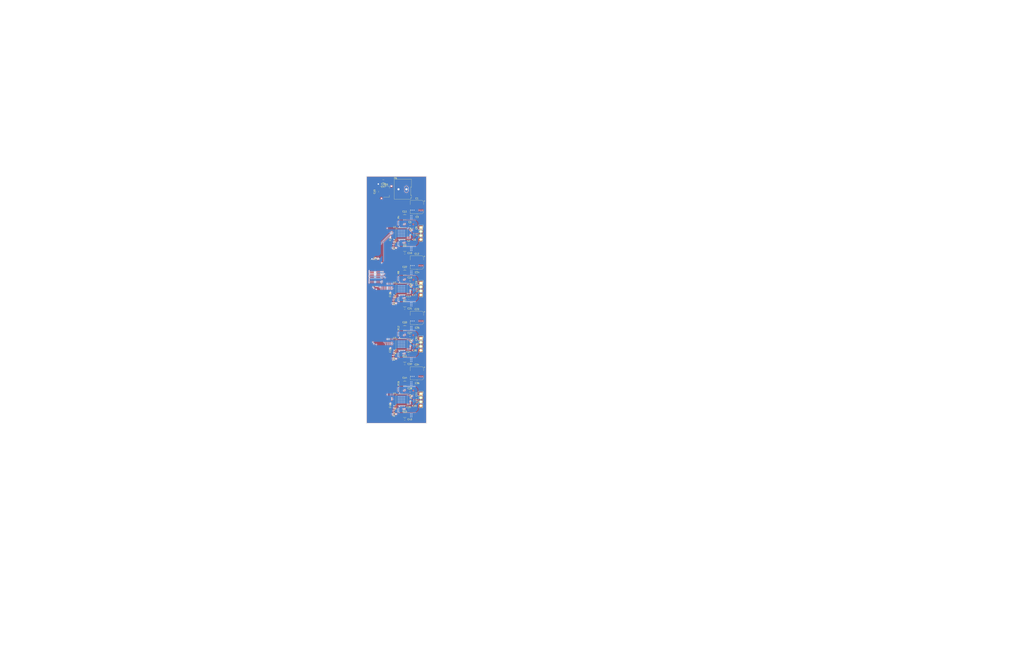
<source format=kicad_pcb>
(kicad_pcb (version 4) (host pcbnew 4.0.1-stable)
  (layers (0 Top mixed) (1 In1.Cu power) (2 In2.Cu power) (31 Bottom mixed) (34 B.Paste user) (35 F.Paste user) (36 B.SilkS user) (37 F.SilkS user) (38 B.Mask user) (39 F.Mask user) (44 Edge.Cuts user))
  (net 0 "")
  (net 1 +24V)
  (net 2 GND)
  (net 3 +5V)
  (net 4 "Net-(C6-Pad1)")
  (net 5 "Net-(C8-Pad2)")
  (net 6 "Net-(C9-Pad1)")
  (net 7 "Net-(C9-Pad2)")
  (net 8 "Net-(C10-Pad1)")
  (net 9 "Net-(C11-Pad1)")
  (net 10 M1_DIAG1)
  (net 11 +3V3)
  (net 12 M1_DIAG0)
  (net 13 SPI_CS_M1)
  (net 14 SPI_SCK)
  (net 15 SPI_MOSI)
  (net 16 "Net-(U1-Pad6)")
  (net 17 SPI_MISO)
  (net 18 M1_STEP)
  (net 19 M1_DIR)
  (net 20 "Net-(U1-Pad12)")
  (net 21 /Driver1/OB1)
  (net 22 /Driver1/OB2)
  (net 23 "Net-(U1-Pad23)")
  (net 24 "Net-(U1-Pad25)")
  (net 25 M1_EN)
  (net 26 "Net-(U1-Pad30)")
  (net 27 "Net-(U1-Pad31)")
  (net 28 "Net-(U1-Pad36)")
  (net 29 /Driver1/OA2)
  (net 30 /Driver1/OA1)
  (net 31 M4_DIAG0)
  (net 32 SPI_CS_M4)
  (net 33 M4_DIR)
  (net 34 M4_STEP)
  (net 35 M4_EN)
  (net 36 M3_DIAG0)
  (net 37 SPI_CS_M3)
  (net 38 M3_DIR)
  (net 39 M3_STEP)
  (net 40 M3_EN)
  (net 41 M2_DIAG0)
  (net 42 SPI_CS_M2)
  (net 43 M2_DIR)
  (net 44 M2_STEP)
  (net 45 M2_EN)
  (net 46 "Net-(P5-Pad26)")
  (net 47 "Net-(C17-Pad1)")
  (net 48 "Net-(C19-Pad2)")
  (net 49 "Net-(C20-Pad1)")
  (net 50 "Net-(C20-Pad2)")
  (net 51 "Net-(C21-Pad1)")
  (net 52 "Net-(C22-Pad1)")
  (net 53 "Net-(C28-Pad1)")
  (net 54 "Net-(C30-Pad2)")
  (net 55 "Net-(C31-Pad1)")
  (net 56 "Net-(C31-Pad2)")
  (net 57 "Net-(C32-Pad1)")
  (net 58 "Net-(C33-Pad1)")
  (net 59 "Net-(C39-Pad1)")
  (net 60 "Net-(C41-Pad2)")
  (net 61 "Net-(C42-Pad1)")
  (net 62 "Net-(C42-Pad2)")
  (net 63 "Net-(C43-Pad1)")
  (net 64 "Net-(C44-Pad1)")
  (net 65 /Driver2/OA2)
  (net 66 /Driver2/OA1)
  (net 67 /Driver2/OB1)
  (net 68 /Driver2/OB2)
  (net 69 /Driver3/OA2)
  (net 70 /Driver3/OA1)
  (net 71 /Driver3/OB1)
  (net 72 /Driver3/OB2)
  (net 73 /Driver4/OA2)
  (net 74 /Driver4/OA1)
  (net 75 /Driver4/OB1)
  (net 76 /Driver4/OB2)
  (net 77 M2_DIAG1)
  (net 78 M3_DIAG1)
  (net 79 M4_DIAG1)
  (net 80 "Net-(U2-Pad6)")
  (net 81 "Net-(U2-Pad12)")
  (net 82 "Net-(U2-Pad23)")
  (net 83 "Net-(U2-Pad25)")
  (net 84 "Net-(U2-Pad30)")
  (net 85 "Net-(U2-Pad31)")
  (net 86 "Net-(U2-Pad36)")
  (net 87 "Net-(U3-Pad6)")
  (net 88 "Net-(U3-Pad12)")
  (net 89 "Net-(U3-Pad23)")
  (net 90 "Net-(U3-Pad25)")
  (net 91 "Net-(U3-Pad30)")
  (net 92 "Net-(U3-Pad31)")
  (net 93 "Net-(U3-Pad36)")
  (net 94 "Net-(U4-Pad6)")
  (net 95 "Net-(U4-Pad12)")
  (net 96 "Net-(U4-Pad23)")
  (net 97 "Net-(U4-Pad25)")
  (net 98 "Net-(U4-Pad30)")
  (net 99 "Net-(U4-Pad31)")
  (net 100 "Net-(U4-Pad36)")
  (module trinamic:TMC2130-TQFP (layer Top) (at 254 257.4)
    (fp_text reference U4 (at -4.318 -4.064) (layer F.SilkS))
    (fp_text value TMC2130)
    (pad 1 smd rect (at -4.3 -2.75 90) (size 0.28 1.3) (layers Top F.Paste F.Mask) (net 2 GND))
    (pad 2 smd rect (at -4.3 -2.25 90) (size 0.28 1.3) (layers Top F.Paste F.Mask) (net 2 GND))
    (pad 3 smd rect (at -4.3 -1.75 90) (size 0.28 1.3) (layers Top F.Paste F.Mask) (net 32 SPI_CS_M4))
    (pad 4 smd rect (at -4.3 -1.25 90) (size 0.28 1.3) (layers Top F.Paste F.Mask) (net 14 SPI_SCK))
    (pad 5 smd rect (at -4.3 -0.75 90) (size 0.28 1.3) (layers Top F.Paste F.Mask) (net 15 SPI_MOSI))
    (pad 6 smd rect (at -4.3 -0.25 90) (size 0.28 1.3) (layers Top F.Paste F.Mask) (net 94 "Net-(U4-Pad6)"))
    (pad 7 smd rect (at -4.3 0.25 90) (size 0.28 1.3) (layers Top F.Paste F.Mask) (net 17 SPI_MISO))
    (pad 8 smd rect (at -4.3 0.75 90) (size 0.28 1.3) (layers Top F.Paste F.Mask) (net 34 M4_STEP))
    (pad 9 smd rect (at -4.3 1.25 90) (size 0.28 1.3) (layers Top F.Paste F.Mask) (net 33 M4_DIR))
    (pad 10 smd rect (at -4.3 1.75 90) (size 0.28 1.3) (layers Top F.Paste F.Mask) (net 11 +3V3))
    (pad 12 smd rect (at -4.3 2.75 90) (size 0.28 1.3) (layers Top F.Paste F.Mask) (net 95 "Net-(U4-Pad12)"))
    (pad 13 smd rect (at -2.75 4.3) (size 0.28 1.3) (layers Top F.Paste F.Mask) (net 2 GND))
    (pad 15 smd rect (at -1.75 4.3) (size 0.28 1.3) (layers Top F.Paste F.Mask) (net 75 /Driver4/OB1))
    (pad 17 smd rect (at -0.75 4.3) (size 0.28 1.3) (layers Top F.Paste F.Mask) (net 63 "Net-(C43-Pad1)"))
    (pad 19 smd rect (at 0.25 4.3) (size 0.28 1.3) (layers Top F.Paste F.Mask) (net 76 /Driver4/OB2))
    (pad 21 smd rect (at 1.25 4.3) (size 0.28 1.3) (layers Top F.Paste F.Mask) (net 1 +24V))
    (pad 23 smd rect (at 2.25 4.3) (size 0.28 1.3) (layers Top F.Paste F.Mask) (net 96 "Net-(U4-Pad23)"))
    (pad 24 smd rect (at 2.75 4.3) (size 0.28 1.3) (layers Top F.Paste F.Mask) (net 2 GND))
    (pad 25 smd rect (at 4.3 2.75 90) (size 0.28 1.3) (layers Top F.Paste F.Mask) (net 97 "Net-(U4-Pad25)"))
    (pad 26 smd rect (at 4.3 2.25 90) (size 0.28 1.3) (layers Top F.Paste F.Mask) (net 31 M4_DIAG0))
    (pad 27 smd rect (at 4.3 1.75 90) (size 0.28 1.3) (layers Top F.Paste F.Mask) (net 79 M4_DIAG1))
    (pad 29 smd rect (at 4.3 0.75 90) (size 0.28 1.3) (layers Top F.Paste F.Mask) (net 35 M4_EN))
    (pad 30 smd rect (at 4.3 0.25 90) (size 0.28 1.3) (layers Top F.Paste F.Mask) (net 98 "Net-(U4-Pad30)"))
    (pad 31 smd rect (at 4.3 -0.25 90) (size 0.28 1.3) (layers Top F.Paste F.Mask) (net 99 "Net-(U4-Pad31)"))
    (pad 32 smd rect (at 4.3 -0.75 90) (size 0.28 1.3) (layers Top F.Paste F.Mask) (net 2 GND))
    (pad 33 smd rect (at 4.3 -1.25 90) (size 0.28 1.3) (layers Top F.Paste F.Mask) (net 59 "Net-(C39-Pad1)"))
    (pad 34 smd rect (at 4.3 -1.75 90) (size 0.28 1.3) (layers Top F.Paste F.Mask) (net 3 +5V))
    (pad 35 smd rect (at 4.3 -2.25 90) (size 0.28 1.3) (layers Top F.Paste F.Mask) (net 61 "Net-(C42-Pad1)"))
    (pad 36 smd rect (at 4.3 -2.75 90) (size 0.28 1.3) (layers Top F.Paste F.Mask) (net 100 "Net-(U4-Pad36)"))
    (pad 37 smd rect (at 2.75 -4.3) (size 0.28 1.3) (layers Top F.Paste F.Mask) (net 62 "Net-(C42-Pad2)"))
    (pad 38 smd rect (at 2.25 -4.3) (size 0.28 1.3) (layers Top F.Paste F.Mask) (net 60 "Net-(C41-Pad2)"))
    (pad 39 smd rect (at 1.75 -4.3) (size 0.28 1.3) (layers Top F.Paste F.Mask) (net 1 +24V))
    (pad 40 smd rect (at 1.25 -4.3) (size 0.28 1.3) (layers Top F.Paste F.Mask) (net 1 +24V))
    (pad 42 smd rect (at 0.25 -4.3) (size 0.28 1.3) (layers Top F.Paste F.Mask) (net 73 /Driver4/OA2))
    (pad 44 smd rect (at -0.75 -4.3) (size 0.28 1.3) (layers Top F.Paste F.Mask) (net 64 "Net-(C44-Pad1)"))
    (pad 46 smd rect (at -1.75 -4.3) (size 0.28 1.3) (layers Top F.Paste F.Mask) (net 74 /Driver4/OA1))
    (pad 48 smd rect (at -2.75 -4.3) (size 0.28 1.3) (layers Top F.Paste F.Mask) (net 2 GND))
    (pad 0 smd rect (at 0 0) (size 5 5) (layers Top F.Paste F.Mask) (net 2 GND))
  )
  (module trinamic:TMC2130-TQFP (layer Top) (at 254 222.4)
    (fp_text reference U3 (at -4.318 -4.064) (layer F.SilkS))
    (fp_text value TMC2130)
    (pad 1 smd rect (at -4.3 -2.75 90) (size 0.28 1.3) (layers Top F.Paste F.Mask) (net 2 GND))
    (pad 2 smd rect (at -4.3 -2.25 90) (size 0.28 1.3) (layers Top F.Paste F.Mask) (net 2 GND))
    (pad 3 smd rect (at -4.3 -1.75 90) (size 0.28 1.3) (layers Top F.Paste F.Mask) (net 37 SPI_CS_M3))
    (pad 4 smd rect (at -4.3 -1.25 90) (size 0.28 1.3) (layers Top F.Paste F.Mask) (net 14 SPI_SCK))
    (pad 5 smd rect (at -4.3 -0.75 90) (size 0.28 1.3) (layers Top F.Paste F.Mask) (net 15 SPI_MOSI))
    (pad 6 smd rect (at -4.3 -0.25 90) (size 0.28 1.3) (layers Top F.Paste F.Mask) (net 87 "Net-(U3-Pad6)"))
    (pad 7 smd rect (at -4.3 0.25 90) (size 0.28 1.3) (layers Top F.Paste F.Mask) (net 17 SPI_MISO))
    (pad 8 smd rect (at -4.3 0.75 90) (size 0.28 1.3) (layers Top F.Paste F.Mask) (net 39 M3_STEP))
    (pad 9 smd rect (at -4.3 1.25 90) (size 0.28 1.3) (layers Top F.Paste F.Mask) (net 38 M3_DIR))
    (pad 10 smd rect (at -4.3 1.75 90) (size 0.28 1.3) (layers Top F.Paste F.Mask) (net 11 +3V3))
    (pad 12 smd rect (at -4.3 2.75 90) (size 0.28 1.3) (layers Top F.Paste F.Mask) (net 88 "Net-(U3-Pad12)"))
    (pad 13 smd rect (at -2.75 4.3) (size 0.28 1.3) (layers Top F.Paste F.Mask) (net 2 GND))
    (pad 15 smd rect (at -1.75 4.3) (size 0.28 1.3) (layers Top F.Paste F.Mask) (net 71 /Driver3/OB1))
    (pad 17 smd rect (at -0.75 4.3) (size 0.28 1.3) (layers Top F.Paste F.Mask) (net 57 "Net-(C32-Pad1)"))
    (pad 19 smd rect (at 0.25 4.3) (size 0.28 1.3) (layers Top F.Paste F.Mask) (net 72 /Driver3/OB2))
    (pad 21 smd rect (at 1.25 4.3) (size 0.28 1.3) (layers Top F.Paste F.Mask) (net 1 +24V))
    (pad 23 smd rect (at 2.25 4.3) (size 0.28 1.3) (layers Top F.Paste F.Mask) (net 89 "Net-(U3-Pad23)"))
    (pad 24 smd rect (at 2.75 4.3) (size 0.28 1.3) (layers Top F.Paste F.Mask) (net 2 GND))
    (pad 25 smd rect (at 4.3 2.75 90) (size 0.28 1.3) (layers Top F.Paste F.Mask) (net 90 "Net-(U3-Pad25)"))
    (pad 26 smd rect (at 4.3 2.25 90) (size 0.28 1.3) (layers Top F.Paste F.Mask) (net 36 M3_DIAG0))
    (pad 27 smd rect (at 4.3 1.75 90) (size 0.28 1.3) (layers Top F.Paste F.Mask) (net 78 M3_DIAG1))
    (pad 29 smd rect (at 4.3 0.75 90) (size 0.28 1.3) (layers Top F.Paste F.Mask) (net 40 M3_EN))
    (pad 30 smd rect (at 4.3 0.25 90) (size 0.28 1.3) (layers Top F.Paste F.Mask) (net 91 "Net-(U3-Pad30)"))
    (pad 31 smd rect (at 4.3 -0.25 90) (size 0.28 1.3) (layers Top F.Paste F.Mask) (net 92 "Net-(U3-Pad31)"))
    (pad 32 smd rect (at 4.3 -0.75 90) (size 0.28 1.3) (layers Top F.Paste F.Mask) (net 2 GND))
    (pad 33 smd rect (at 4.3 -1.25 90) (size 0.28 1.3) (layers Top F.Paste F.Mask) (net 53 "Net-(C28-Pad1)"))
    (pad 34 smd rect (at 4.3 -1.75 90) (size 0.28 1.3) (layers Top F.Paste F.Mask) (net 3 +5V))
    (pad 35 smd rect (at 4.3 -2.25 90) (size 0.28 1.3) (layers Top F.Paste F.Mask) (net 55 "Net-(C31-Pad1)"))
    (pad 36 smd rect (at 4.3 -2.75 90) (size 0.28 1.3) (layers Top F.Paste F.Mask) (net 93 "Net-(U3-Pad36)"))
    (pad 37 smd rect (at 2.75 -4.3) (size 0.28 1.3) (layers Top F.Paste F.Mask) (net 56 "Net-(C31-Pad2)"))
    (pad 38 smd rect (at 2.25 -4.3) (size 0.28 1.3) (layers Top F.Paste F.Mask) (net 54 "Net-(C30-Pad2)"))
    (pad 39 smd rect (at 1.75 -4.3) (size 0.28 1.3) (layers Top F.Paste F.Mask) (net 1 +24V))
    (pad 40 smd rect (at 1.25 -4.3) (size 0.28 1.3) (layers Top F.Paste F.Mask) (net 1 +24V))
    (pad 42 smd rect (at 0.25 -4.3) (size 0.28 1.3) (layers Top F.Paste F.Mask) (net 69 /Driver3/OA2))
    (pad 44 smd rect (at -0.75 -4.3) (size 0.28 1.3) (layers Top F.Paste F.Mask) (net 58 "Net-(C33-Pad1)"))
    (pad 46 smd rect (at -1.75 -4.3) (size 0.28 1.3) (layers Top F.Paste F.Mask) (net 70 /Driver3/OA1))
    (pad 48 smd rect (at -2.75 -4.3) (size 0.28 1.3) (layers Top F.Paste F.Mask) (net 2 GND))
    (pad 0 smd rect (at 0 0) (size 5 5) (layers Top F.Paste F.Mask) (net 2 GND))
  )
  (module "VIA 0.5d0.8p" (layer Top) (at 255.524 216.7485)
    (fp_text reference REF**239 hide)
    (fp_text value "VIA 0.5d0.8p" hide)
    (pad 1 thru_hole circle (at 0 0) (size 0.8 0.8) (drill 0.5) (layers *.Cu) (net 1 +24V))
  )
  (module Pin_Headers:Pin_Header_Straight_2x13_Pitch1.27mm_SMD (layer Top) (at 237.318 177.292)
    (fp_text reference P5 (at 0 -9.315) (layer F.SilkS))
    (fp_text value CONN_01X26)
    (pad 1 smd rect (at -1.95 -7.62) (size 2.4 0.74) (layers Top F.Paste F.Mask) (net 2 GND))
    (pad 2 smd rect (at 1.95 -7.62) (size 2.4 0.74) (layers Top F.Paste F.Mask) (net 3 +5V))
    (pad 3 smd rect (at -1.95 -6.35) (size 2.4 0.74) (layers Top F.Paste F.Mask) (net 14 SPI_SCK))
    (pad 4 smd rect (at 1.95 -6.35) (size 2.4 0.74) (layers Top F.Paste F.Mask) (net 17 SPI_MISO))
    (pad 5 smd rect (at -1.95 -5.08) (size 2.4 0.74) (layers Top F.Paste F.Mask) (net 15 SPI_MOSI))
    (pad 6 smd rect (at 1.95 -5.08) (size 2.4 0.74) (layers Top F.Paste F.Mask) (net 19 M1_DIR))
    (pad 7 smd rect (at -1.95 -3.81) (size 2.4 0.74) (layers Top F.Paste F.Mask) (net 18 M1_STEP))
    (pad 8 smd rect (at 1.95 -3.81) (size 2.4 0.74) (layers Top F.Paste F.Mask) (net 12 M1_DIAG0))
    (pad 9 smd rect (at -1.95 -2.54) (size 2.4 0.74) (layers Top F.Paste F.Mask) (net 13 SPI_CS_M1))
    (pad 10 smd rect (at 1.95 -2.54) (size 2.4 0.74) (layers Top F.Paste F.Mask) (net 25 M1_EN))
    (pad 11 smd rect (at -1.95 -1.27) (size 2.4 0.74) (layers Top F.Paste F.Mask) (net 44 M2_STEP))
    (pad 12 smd rect (at 1.95 -1.27) (size 2.4 0.74) (layers Top F.Paste F.Mask) (net 42 SPI_CS_M2))
    (pad 13 smd rect (at -1.95 0) (size 2.4 0.74) (layers Top F.Paste F.Mask) (net 41 M2_DIAG0))
    (pad 14 smd rect (at 1.95 0) (size 2.4 0.74) (layers Top F.Paste F.Mask) (net 43 M2_DIR))
    (pad 15 smd rect (at -1.95 1.27) (size 2.4 0.74) (layers Top F.Paste F.Mask) (net 45 M2_EN))
    (pad 16 smd rect (at 1.95 1.27) (size 2.4 0.74) (layers Top F.Paste F.Mask) (net 37 SPI_CS_M3))
    (pad 17 smd rect (at -1.95 2.54) (size 2.4 0.74) (layers Top F.Paste F.Mask) (net 39 M3_STEP))
    (pad 18 smd rect (at 1.95 2.54) (size 2.4 0.74) (layers Top F.Paste F.Mask) (net 38 M3_DIR))
    (pad 19 smd rect (at -1.95 3.81) (size 2.4 0.74) (layers Top F.Paste F.Mask) (net 36 M3_DIAG0))
    (pad 20 smd rect (at 1.95 3.81) (size 2.4 0.74) (layers Top F.Paste F.Mask) (net 40 M3_EN))
    (pad 21 smd rect (at -1.95 5.08) (size 2.4 0.74) (layers Top F.Paste F.Mask) (net 34 M4_STEP))
    (pad 22 smd rect (at 1.95 5.08) (size 2.4 0.74) (layers Top F.Paste F.Mask) (net 32 SPI_CS_M4))
    (pad 23 smd rect (at -1.95 6.35) (size 2.4 0.74) (layers Top F.Paste F.Mask) (net 33 M4_DIR))
    (pad 24 smd rect (at 1.95 6.35) (size 2.4 0.74) (layers Top F.Paste F.Mask) (net 31 M4_DIAG0))
    (pad 25 smd rect (at -1.95 7.62) (size 2.4 0.74) (layers Top F.Paste F.Mask) (net 35 M4_EN))
    (pad 26 smd rect (at 1.95 7.62) (size 2.4 0.74) (layers Top F.Paste F.Mask) (net 46 "Net-(P5-Pad26)"))
  )
  (module "VIA 0.5d0.8p" (layer Top) (at 252.2474 181.7485)
    (fp_text reference REF**232 hide)
    (fp_text value "VIA 0.5d0.8p" hide)
    (pad 1 thru_hole circle (at 0 0) (size 0.8 0.8) (drill 0.5) (layers *.Cu) (net 66 /Driver2/OA1))
  )
  (module "VIA 0.5d0.8p" (layer Top) (at 252.2474 180.848)
    (fp_text reference REF**232 hide)
    (fp_text value "VIA 0.5d0.8p" hide)
    (pad 1 thru_hole circle (at 0 0) (size 0.8 0.8) (drill 0.5) (layers *.Cu) (net 66 /Driver2/OA1))
  )
  (module "VIA 0.5d0.8p" (layer Top) (at 252.2474 179.9844)
    (fp_text reference REF**232 hide)
    (fp_text value "VIA 0.5d0.8p" hide)
    (pad 1 thru_hole circle (at 0 0) (size 0.8 0.8) (drill 0.5) (layers *.Cu) (net 66 /Driver2/OA1))
  )
  (module "VIA 0.5d0.8p" (layer Top) (at 259.715 246.097 180)
    (fp_text reference REF**264 hide)
    (fp_text value "VIA 0.5d0.8p" hide)
    (pad 1 thru_hole circle (at 0 0 180) (size 0.8 0.8) (drill 0.5) (layers *.Cu) (net 2 GND))
  )
  (module "VIA 0.5d0.8p" (layer Top) (at 259.715 211.097 180)
    (fp_text reference REF**263 hide)
    (fp_text value "VIA 0.5d0.8p" hide)
    (pad 1 thru_hole circle (at 0 0 180) (size 0.8 0.8) (drill 0.5) (layers *.Cu) (net 2 GND))
  )
  (module "VIA 0.5d0.8p" (layer Top) (at 259.715 176.097 180)
    (fp_text reference REF**262 hide)
    (fp_text value "VIA 0.5d0.8p" hide)
    (pad 1 thru_hole circle (at 0 0 180) (size 0.8 0.8) (drill 0.5) (layers *.Cu) (net 2 GND))
  )
  (module "VIA 0.5d0.8p" (layer Top) (at 260.604 246.097 180)
    (fp_text reference REF**261 hide)
    (fp_text value "VIA 0.5d0.8p" hide)
    (pad 1 thru_hole circle (at 0 0 180) (size 0.8 0.8) (drill 0.5) (layers *.Cu) (net 2 GND))
  )
  (module "VIA 0.5d0.8p" (layer Top) (at 260.604 211.097 180)
    (fp_text reference REF**260 hide)
    (fp_text value "VIA 0.5d0.8p" hide)
    (pad 1 thru_hole circle (at 0 0 180) (size 0.8 0.8) (drill 0.5) (layers *.Cu) (net 2 GND))
  )
  (module "VIA 0.5d0.8p" (layer Top) (at 260.604 176.097 180)
    (fp_text reference REF**259 hide)
    (fp_text value "VIA 0.5d0.8p" hide)
    (pad 1 thru_hole circle (at 0 0 180) (size 0.8 0.8) (drill 0.5) (layers *.Cu) (net 2 GND))
  )
  (module "VIA 0.5d0.8p" (layer Top) (at 259.715 248.129 180)
    (fp_text reference REF**258 hide)
    (fp_text value "VIA 0.5d0.8p" hide)
    (pad 1 thru_hole circle (at 0 0 180) (size 0.8 0.8) (drill 0.5) (layers *.Cu) (net 2 GND))
  )
  (module "VIA 0.5d0.8p" (layer Top) (at 259.715 213.129 180)
    (fp_text reference REF**257 hide)
    (fp_text value "VIA 0.5d0.8p" hide)
    (pad 1 thru_hole circle (at 0 0 180) (size 0.8 0.8) (drill 0.5) (layers *.Cu) (net 2 GND))
  )
  (module "VIA 0.5d0.8p" (layer Top) (at 259.715 178.129 180)
    (fp_text reference REF**256 hide)
    (fp_text value "VIA 0.5d0.8p" hide)
    (pad 1 thru_hole circle (at 0 0 180) (size 0.8 0.8) (drill 0.5) (layers *.Cu) (net 2 GND))
  )
  (module "VIA 0.5d0.8p" (layer Top) (at 260.604 247.113 180)
    (fp_text reference REF**255 hide)
    (fp_text value "VIA 0.5d0.8p" hide)
    (pad 1 thru_hole circle (at 0 0 180) (size 0.8 0.8) (drill 0.5) (layers *.Cu) (net 2 GND))
  )
  (module "VIA 0.5d0.8p" (layer Top) (at 260.604 212.113 180)
    (fp_text reference REF**254 hide)
    (fp_text value "VIA 0.5d0.8p" hide)
    (pad 1 thru_hole circle (at 0 0 180) (size 0.8 0.8) (drill 0.5) (layers *.Cu) (net 2 GND))
  )
  (module "VIA 0.5d0.8p" (layer Top) (at 260.604 177.113 180)
    (fp_text reference REF**253 hide)
    (fp_text value "VIA 0.5d0.8p" hide)
    (pad 1 thru_hole circle (at 0 0 180) (size 0.8 0.8) (drill 0.5) (layers *.Cu) (net 2 GND))
  )
  (module "VIA 0.5d0.8p" (layer Top) (at 260.604 248.129 180)
    (fp_text reference REF**252 hide)
    (fp_text value "VIA 0.5d0.8p" hide)
    (pad 1 thru_hole circle (at 0 0 180) (size 0.8 0.8) (drill 0.5) (layers *.Cu) (net 2 GND))
  )
  (module "VIA 0.5d0.8p" (layer Top) (at 260.604 213.129 180)
    (fp_text reference REF**251 hide)
    (fp_text value "VIA 0.5d0.8p" hide)
    (pad 1 thru_hole circle (at 0 0 180) (size 0.8 0.8) (drill 0.5) (layers *.Cu) (net 2 GND))
  )
  (module "VIA 0.5d0.8p" (layer Top) (at 260.604 178.129 180)
    (fp_text reference REF**250 hide)
    (fp_text value "VIA 0.5d0.8p" hide)
    (pad 1 thru_hole circle (at 0 0 180) (size 0.8 0.8) (drill 0.5) (layers *.Cu) (net 2 GND))
  )
  (module "VIA 0.5d0.8p" (layer Top) (at 259.715 247.113 180)
    (fp_text reference REF**249 hide)
    (fp_text value "VIA 0.5d0.8p" hide)
    (pad 1 thru_hole circle (at 0 0 180) (size 0.8 0.8) (drill 0.5) (layers *.Cu) (net 2 GND))
  )
  (module "VIA 0.5d0.8p" (layer Top) (at 259.715 212.113 180)
    (fp_text reference REF**248 hide)
    (fp_text value "VIA 0.5d0.8p" hide)
    (pad 1 thru_hole circle (at 0 0 180) (size 0.8 0.8) (drill 0.5) (layers *.Cu) (net 2 GND))
  )
  (module "VIA 0.5d0.8p" (layer Top) (at 259.715 177.113 180)
    (fp_text reference REF**247 hide)
    (fp_text value "VIA 0.5d0.8p" hide)
    (pad 1 thru_hole circle (at 0 0 180) (size 0.8 0.8) (drill 0.5) (layers *.Cu) (net 2 GND))
  )
  (module Capacitors_SMD:C_0603_HandSoldering (layer Top) (at 259.2705 251.6215)
    (fp_text reference C38 (at 0 -1.397) (layer F.SilkS))
    (fp_text value 100nF)
    (pad 1 smd rect (at -0.95 0) (size 1.2 0.75) (layers Top F.Paste F.Mask) (net 1 +24V))
    (pad 2 smd rect (at 0.95 0) (size 1.2 0.75) (layers Top F.Paste F.Mask) (net 2 GND))
  )
  (module Capacitors_SMD:C_0603_HandSoldering (layer Top) (at 259.2705 216.6215)
    (fp_text reference C27 (at 0 -1.397) (layer F.SilkS))
    (fp_text value 100nF)
    (pad 1 smd rect (at -0.95 0) (size 1.2 0.75) (layers Top F.Paste F.Mask) (net 1 +24V))
    (pad 2 smd rect (at 0.95 0) (size 1.2 0.75) (layers Top F.Paste F.Mask) (net 2 GND))
  )
  (module Capacitors_SMD:C_0603_HandSoldering (layer Top) (at 259.2705 181.6215)
    (fp_text reference C16 (at 0 -1.397) (layer F.SilkS))
    (fp_text value 100nF)
    (pad 1 smd rect (at -0.95 0) (size 1.2 0.75) (layers Top F.Paste F.Mask) (net 1 +24V))
    (pad 2 smd rect (at 0.95 0) (size 1.2 0.75) (layers Top F.Paste F.Mask) (net 2 GND))
  )
  (module "VIA 0.5d0.8p" (layer Top) (at 252.2474 249.9705)
    (fp_text reference REF**246 hide)
    (fp_text value "VIA 0.5d0.8p" hide)
    (pad 1 thru_hole circle (at 0 0) (size 0.8 0.8) (drill 0.5) (layers *.Cu) (net 74 /Driver4/OA1))
  )
  (module "VIA 0.5d0.8p" (layer Top) (at 252.2474 214.9705)
    (fp_text reference REF**245 hide)
    (fp_text value "VIA 0.5d0.8p" hide)
    (pad 1 thru_hole circle (at 0 0) (size 0.8 0.8) (drill 0.5) (layers *.Cu) (net 70 /Driver3/OA1))
  )
  (module "VIA 0.5d0.8p" (layer Top) (at 252.2474 250.8595)
    (fp_text reference REF**243 hide)
    (fp_text value "VIA 0.5d0.8p" hide)
    (pad 1 thru_hole circle (at 0 0) (size 0.8 0.8) (drill 0.5) (layers *.Cu) (net 74 /Driver4/OA1))
  )
  (module "VIA 0.5d0.8p" (layer Top) (at 252.2474 215.8595)
    (fp_text reference REF**242 hide)
    (fp_text value "VIA 0.5d0.8p" hide)
    (pad 1 thru_hole circle (at 0 0) (size 0.8 0.8) (drill 0.5) (layers *.Cu) (net 70 /Driver3/OA1))
  )
  (module "VIA 0.5d0.8p" (layer Top) (at 255.524 251.7485)
    (fp_text reference REF**240 hide)
    (fp_text value "VIA 0.5d0.8p" hide)
    (pad 1 thru_hole circle (at 0 0) (size 0.8 0.8) (drill 0.5) (layers *.Cu) (net 1 +24V))
  )
  (module "VIA 0.5d0.8p" (layer Top) (at 255.524 181.7485)
    (fp_text reference REF**238 hide)
    (fp_text value "VIA 0.5d0.8p" hide)
    (pad 1 thru_hole circle (at 0 0) (size 0.8 0.8) (drill 0.5) (layers *.Cu) (net 1 +24V))
  )
  (module Capacitors_SMD:C_0603_HandSoldering (layer Top) (at 256.032 244.7635)
    (fp_text reference C44 (at 0 -1.25) (layer F.SilkS))
    (fp_text value 100nF)
    (pad 1 smd rect (at -0.95 0) (size 1.2 0.75) (layers Top F.Paste F.Mask) (net 64 "Net-(C44-Pad1)"))
    (pad 2 smd rect (at 0.95 0) (size 1.2 0.75) (layers Top F.Paste F.Mask) (net 2 GND))
  )
  (module Capacitors_SMD:C_0603_HandSoldering (layer Top) (at 256.032 209.7635)
    (fp_text reference C33 (at 0 -1.25) (layer F.SilkS))
    (fp_text value 100nF)
    (pad 1 smd rect (at -0.95 0) (size 1.2 0.75) (layers Top F.Paste F.Mask) (net 58 "Net-(C33-Pad1)"))
    (pad 2 smd rect (at 0.95 0) (size 1.2 0.75) (layers Top F.Paste F.Mask) (net 2 GND))
  )
  (module Capacitors_SMD:C_0603_HandSoldering (layer Top) (at 256.032 174.7635)
    (fp_text reference C22 (at 0 -1.25) (layer F.SilkS))
    (fp_text value 100nF)
    (pad 1 smd rect (at -0.95 0) (size 1.2 0.75) (layers Top F.Paste F.Mask) (net 52 "Net-(C22-Pad1)"))
    (pad 2 smd rect (at 0.95 0) (size 1.2 0.75) (layers Top F.Paste F.Mask) (net 2 GND))
  )
  (module "VIA 0.5d0.8p" (layer Top) (at 256.2225 251.304)
    (fp_text reference REF**237 hide)
    (fp_text value "VIA 0.5d0.8p" hide)
    (pad 1 thru_hole circle (at 0 0) (size 0.8 0.8) (drill 0.5) (layers *.Cu) (net 1 +24V))
  )
  (module "VIA 0.5d0.8p" (layer Top) (at 256.2225 216.304)
    (fp_text reference REF**236 hide)
    (fp_text value "VIA 0.5d0.8p" hide)
    (pad 1 thru_hole circle (at 0 0) (size 0.8 0.8) (drill 0.5) (layers *.Cu) (net 1 +24V))
  )
  (module "VIA 0.5d0.8p" (layer Top) (at 256.2225 181.304)
    (fp_text reference REF**235 hide)
    (fp_text value "VIA 0.5d0.8p" hide)
    (pad 1 thru_hole circle (at 0 0) (size 0.8 0.8) (drill 0.5) (layers *.Cu) (net 1 +24V))
  )
  (module Resistors_SMD:R_1210_HandSoldering (layer Top) (at 256.032 247.113)
    (fp_text reference R16 (at -3.937 0 90) (layer F.SilkS))
    (fp_text value "0.33R 0.5W")
    (pad 1 smd rect (at -2 0) (size 2 2.5) (layers Top F.Paste F.Mask) (net 64 "Net-(C44-Pad1)"))
    (pad 2 smd rect (at 2 0) (size 2 2.5) (layers Top F.Paste F.Mask) (net 2 GND))
  )
  (module Resistors_SMD:R_1210_HandSoldering (layer Top) (at 256.032 212.113)
    (fp_text reference R12 (at -3.937 0 90) (layer F.SilkS))
    (fp_text value "0.33R 0.5W")
    (pad 1 smd rect (at -2 0) (size 2 2.5) (layers Top F.Paste F.Mask) (net 58 "Net-(C33-Pad1)"))
    (pad 2 smd rect (at 2 0) (size 2 2.5) (layers Top F.Paste F.Mask) (net 2 GND))
  )
  (module Resistors_SMD:R_1210_HandSoldering (layer Top) (at 256.032 177.113)
    (fp_text reference R8 (at -3.937 0 90) (layer F.SilkS))
    (fp_text value "0.33R 0.5W")
    (pad 1 smd rect (at -2 0) (size 2 2.5) (layers Top F.Paste F.Mask) (net 52 "Net-(C22-Pad1)"))
    (pad 2 smd rect (at 2 0) (size 2 2.5) (layers Top F.Paste F.Mask) (net 2 GND))
  )
  (module "VIA 0.5d0.8p" (layer Top) (at 252.2474 251.7485)
    (fp_text reference REF**234 hide)
    (fp_text value "VIA 0.5d0.8p" hide)
    (pad 1 thru_hole circle (at 0 0) (size 0.8 0.8) (drill 0.5) (layers *.Cu) (net 74 /Driver4/OA1))
  )
  (module "VIA 0.5d0.8p" (layer Top) (at 252.2474 216.7485)
    (fp_text reference REF**233 hide)
    (fp_text value "VIA 0.5d0.8p" hide)
    (pad 1 thru_hole circle (at 0 0) (size 0.8 0.8) (drill 0.5) (layers *.Cu) (net 70 /Driver3/OA1))
  )
  (module "VIA 0.5d0.8p" (layer Top) (at 261.0038 242.6553 180)
    (fp_text reference REF**1312 hide)
    (fp_text value "VIA 0.5d0.8p" hide)
    (pad 1 thru_hole circle (at 0 0 180) (size 0.8 0.8) (drill 0.5) (layers *.Cu) (net 2 GND))
  )
  (module "VIA 0.5d0.8p" (layer Top) (at 261.0038 207.6553 180)
    (fp_text reference REF**1311 hide)
    (fp_text value "VIA 0.5d0.8p" hide)
    (pad 1 thru_hole circle (at 0 0 180) (size 0.8 0.8) (drill 0.5) (layers *.Cu) (net 2 GND))
  )
  (module "VIA 0.5d0.8p" (layer Top) (at 261.0038 172.6553 180)
    (fp_text reference REF**1310 hide)
    (fp_text value "VIA 0.5d0.8p" hide)
    (pad 1 thru_hole circle (at 0 0 180) (size 0.8 0.8) (drill 0.5) (layers *.Cu) (net 2 GND))
  )
  (module "VIA 0.5d0.8p" (layer Top) (at 267.2395 242.668 180)
    (fp_text reference REF**11134 hide)
    (fp_text value "VIA 0.5d0.8p" hide)
    (pad 1 thru_hole circle (at 0 0 180) (size 0.8 0.8) (drill 0.5) (layers *.Cu) (net 1 +24V))
  )
  (module "VIA 0.5d0.8p" (layer Top) (at 267.2395 207.668 180)
    (fp_text reference REF**11133 hide)
    (fp_text value "VIA 0.5d0.8p" hide)
    (pad 1 thru_hole circle (at 0 0 180) (size 0.8 0.8) (drill 0.5) (layers *.Cu) (net 1 +24V))
  )
  (module "VIA 0.5d0.8p" (layer Top) (at 267.2395 172.668 180)
    (fp_text reference REF**11132 hide)
    (fp_text value "VIA 0.5d0.8p" hide)
    (pad 1 thru_hole circle (at 0 0 180) (size 0.8 0.8) (drill 0.5) (layers *.Cu) (net 1 +24V))
  )
  (module "VIA 0.5d0.8p" (layer Top) (at 265.2395 242.668 180)
    (fp_text reference REF**11114 hide)
    (fp_text value "VIA 0.5d0.8p" hide)
    (pad 1 thru_hole circle (at 0 0 180) (size 0.8 0.8) (drill 0.5) (layers *.Cu) (net 1 +24V))
  )
  (module "VIA 0.5d0.8p" (layer Top) (at 265.2395 207.668 180)
    (fp_text reference REF**11113 hide)
    (fp_text value "VIA 0.5d0.8p" hide)
    (pad 1 thru_hole circle (at 0 0 180) (size 0.8 0.8) (drill 0.5) (layers *.Cu) (net 1 +24V))
  )
  (module "VIA 0.5d0.8p" (layer Top) (at 265.2395 172.668 180)
    (fp_text reference REF**11112 hide)
    (fp_text value "VIA 0.5d0.8p" hide)
    (pad 1 thru_hole circle (at 0 0 180) (size 0.8 0.8) (drill 0.5) (layers *.Cu) (net 1 +24V))
  )
  (module Capacitors_SMD:C_0603_HandSoldering (layer Top) (at 263.8552 245.6906 180)
    (fp_text reference C36 (at 0 -1.25 180) (layer F.SilkS))
    (fp_text value 100nF)
    (pad 1 smd rect (at -0.95 0 180) (size 1.2 0.75) (layers Top F.Paste F.Mask) (net 1 +24V))
    (pad 2 smd rect (at 0.95 0 180) (size 1.2 0.75) (layers Top F.Paste F.Mask) (net 2 GND))
  )
  (module Capacitors_SMD:C_0603_HandSoldering (layer Top) (at 263.8552 210.6906 180)
    (fp_text reference C25 (at 0 -1.25 180) (layer F.SilkS))
    (fp_text value 100nF)
    (pad 1 smd rect (at -0.95 0 180) (size 1.2 0.75) (layers Top F.Paste F.Mask) (net 1 +24V))
    (pad 2 smd rect (at 0.95 0 180) (size 1.2 0.75) (layers Top F.Paste F.Mask) (net 2 GND))
  )
  (module Capacitors_SMD:C_0603_HandSoldering (layer Top) (at 263.8552 175.6906 180)
    (fp_text reference C14 (at 0 -1.25 180) (layer F.SilkS))
    (fp_text value 100nF)
    (pad 1 smd rect (at -0.95 0 180) (size 1.2 0.75) (layers Top F.Paste F.Mask) (net 1 +24V))
    (pad 2 smd rect (at 0.95 0 180) (size 1.2 0.75) (layers Top F.Paste F.Mask) (net 2 GND))
  )
  (module "VIA 0.5d0.8p" (layer Top) (at 262.0038 242.6553 180)
    (fp_text reference REF**1412 hide)
    (fp_text value "VIA 0.5d0.8p" hide)
    (pad 1 thru_hole circle (at 0 0 180) (size 0.8 0.8) (drill 0.5) (layers *.Cu) (net 2 GND))
  )
  (module "VIA 0.5d0.8p" (layer Top) (at 262.0038 207.6553 180)
    (fp_text reference REF**1411 hide)
    (fp_text value "VIA 0.5d0.8p" hide)
    (pad 1 thru_hole circle (at 0 0 180) (size 0.8 0.8) (drill 0.5) (layers *.Cu) (net 2 GND))
  )
  (module "VIA 0.5d0.8p" (layer Top) (at 262.0038 172.6553 180)
    (fp_text reference REF**1410 hide)
    (fp_text value "VIA 0.5d0.8p" hide)
    (pad 1 thru_hole circle (at 0 0 180) (size 0.8 0.8) (drill 0.5) (layers *.Cu) (net 2 GND))
  )
  (module "VIA 0.5d0.8p" (layer Top) (at 260.0038 242.6553 180)
    (fp_text reference REF**1212 hide)
    (fp_text value "VIA 0.5d0.8p" hide)
    (pad 1 thru_hole circle (at 0 0 180) (size 0.8 0.8) (drill 0.5) (layers *.Cu) (net 2 GND))
  )
  (module "VIA 0.5d0.8p" (layer Top) (at 260.0038 207.6553 180)
    (fp_text reference REF**1211 hide)
    (fp_text value "VIA 0.5d0.8p" hide)
    (pad 1 thru_hole circle (at 0 0 180) (size 0.8 0.8) (drill 0.5) (layers *.Cu) (net 2 GND))
  )
  (module "VIA 0.5d0.8p" (layer Top) (at 260.0038 172.6553 180)
    (fp_text reference REF**1210 hide)
    (fp_text value "VIA 0.5d0.8p" hide)
    (pad 1 thru_hole circle (at 0 0 180) (size 0.8 0.8) (drill 0.5) (layers *.Cu) (net 2 GND))
  )
  (module "VIA 0.5d0.8p" (layer Top) (at 266.2395 242.668 180)
    (fp_text reference REF**11124 hide)
    (fp_text value "VIA 0.5d0.8p" hide)
    (pad 1 thru_hole circle (at 0 0 180) (size 0.8 0.8) (drill 0.5) (layers *.Cu) (net 1 +24V))
  )
  (module "VIA 0.5d0.8p" (layer Top) (at 266.2395 207.668 180)
    (fp_text reference REF**11123 hide)
    (fp_text value "VIA 0.5d0.8p" hide)
    (pad 1 thru_hole circle (at 0 0 180) (size 0.8 0.8) (drill 0.5) (layers *.Cu) (net 1 +24V))
  )
  (module "VIA 0.5d0.8p" (layer Top) (at 266.2395 172.668 180)
    (fp_text reference REF**11122 hide)
    (fp_text value "VIA 0.5d0.8p" hide)
    (pad 1 thru_hole circle (at 0 0 180) (size 0.8 0.8) (drill 0.5) (layers *.Cu) (net 1 +24V))
  )
  (module Capacitors_SMD:CP_Elec_8x10 (layer Top) (at 263.7135 240.6995 180)
    (fp_text reference C34 (at 0 5.45 180) (layer F.SilkS))
    (fp_text value 100uF)
    (fp_text user + (at -4.78 3.9 180) (layer F.SilkS))
    (pad 1 smd rect (at -3.05 0) (size 4 2.5) (layers Top F.Paste F.Mask) (net 1 +24V))
    (pad 2 smd rect (at 3.05 0) (size 4 2.5) (layers Top F.Paste F.Mask) (net 2 GND))
  )
  (module Capacitors_SMD:CP_Elec_8x10 (layer Top) (at 263.7135 205.6995 180)
    (fp_text reference C23 (at 0 5.45 180) (layer F.SilkS))
    (fp_text value 100uF)
    (fp_text user + (at -4.78 3.9 180) (layer F.SilkS))
    (pad 1 smd rect (at -3.05 0) (size 4 2.5) (layers Top F.Paste F.Mask) (net 1 +24V))
    (pad 2 smd rect (at 3.05 0) (size 4 2.5) (layers Top F.Paste F.Mask) (net 2 GND))
  )
  (module Capacitors_SMD:CP_Elec_8x10 (layer Top) (at 263.7135 170.6995 180)
    (fp_text reference C12 (at 0 5.45 180) (layer F.SilkS))
    (fp_text value 100uF)
    (fp_text user + (at -4.78 3.9 180) (layer F.SilkS))
    (pad 1 smd rect (at -3.05 0) (size 4 2.5) (layers Top F.Paste F.Mask) (net 1 +24V))
    (pad 2 smd rect (at 3.05 0) (size 4 2.5) (layers Top F.Paste F.Mask) (net 2 GND))
  )
  (module "VIA 0.5d0.8p" (layer Top) (at 252.968 258.368)
    (fp_text reference REF**231 hide)
    (fp_text value "VIA 0.5d0.8p" hide)
    (pad 1 thru_hole circle (at 0 0) (size 0.8 0.8) (drill 0.5) (layers *.Cu) (net 2 GND))
  )
  (module "VIA 0.5d0.8p" (layer Top) (at 252.968 223.368)
    (fp_text reference REF**230 hide)
    (fp_text value "VIA 0.5d0.8p" hide)
    (pad 1 thru_hole circle (at 0 0) (size 0.8 0.8) (drill 0.5) (layers *.Cu) (net 2 GND))
  )
  (module "VIA 0.5d0.8p" (layer Top) (at 252.968 188.368)
    (fp_text reference REF**229 hide)
    (fp_text value "VIA 0.5d0.8p" hide)
    (pad 1 thru_hole circle (at 0 0) (size 0.8 0.8) (drill 0.5) (layers *.Cu) (net 2 GND))
  )
  (module "VIA 0.5d0.8p" (layer Top) (at 251.968 258.368)
    (fp_text reference REF**228 hide)
    (fp_text value "VIA 0.5d0.8p" hide)
    (pad 1 thru_hole circle (at 0 0) (size 0.8 0.8) (drill 0.5) (layers *.Cu) (net 2 GND))
  )
  (module "VIA 0.5d0.8p" (layer Top) (at 251.968 223.368)
    (fp_text reference REF**227 hide)
    (fp_text value "VIA 0.5d0.8p" hide)
    (pad 1 thru_hole circle (at 0 0) (size 0.8 0.8) (drill 0.5) (layers *.Cu) (net 2 GND))
  )
  (module "VIA 0.5d0.8p" (layer Top) (at 251.968 188.368)
    (fp_text reference REF**226 hide)
    (fp_text value "VIA 0.5d0.8p" hide)
    (pad 1 thru_hole circle (at 0 0) (size 0.8 0.8) (drill 0.5) (layers *.Cu) (net 2 GND))
  )
  (module "VIA 0.5d0.8p" (layer Top) (at 251.968 259.368)
    (fp_text reference REF**225 hide)
    (fp_text value "VIA 0.5d0.8p" hide)
    (pad 1 thru_hole circle (at 0 0) (size 0.8 0.8) (drill 0.5) (layers *.Cu) (net 2 GND))
  )
  (module "VIA 0.5d0.8p" (layer Top) (at 251.968 224.368)
    (fp_text reference REF**224 hide)
    (fp_text value "VIA 0.5d0.8p" hide)
    (pad 1 thru_hole circle (at 0 0) (size 0.8 0.8) (drill 0.5) (layers *.Cu) (net 2 GND))
  )
  (module "VIA 0.5d0.8p" (layer Top) (at 251.968 189.368)
    (fp_text reference REF**223 hide)
    (fp_text value "VIA 0.5d0.8p" hide)
    (pad 1 thru_hole circle (at 0 0) (size 0.8 0.8) (drill 0.5) (layers *.Cu) (net 2 GND))
  )
  (module Capacitors_SMD:C_0603_HandSoldering (layer Top) (at 248.1072 260.7528 270)
    (fp_text reference C40 (at 0.4572 1.2827 270) (layer F.SilkS))
    (fp_text value 100nF)
    (pad 1 smd rect (at -0.95 0 270) (size 1.2 0.75) (layers Top F.Paste F.Mask) (net 11 +3V3))
    (pad 2 smd rect (at 0.95 0 270) (size 1.2 0.75) (layers Top F.Paste F.Mask) (net 2 GND))
  )
  (module Capacitors_SMD:C_0603_HandSoldering (layer Top) (at 248.1072 225.7528 270)
    (fp_text reference C29 (at 0.4572 1.2827 270) (layer F.SilkS))
    (fp_text value 100nF)
    (pad 1 smd rect (at -0.95 0 270) (size 1.2 0.75) (layers Top F.Paste F.Mask) (net 11 +3V3))
    (pad 2 smd rect (at 0.95 0 270) (size 1.2 0.75) (layers Top F.Paste F.Mask) (net 2 GND))
  )
  (module Capacitors_SMD:C_0603_HandSoldering (layer Top) (at 248.1072 190.7528 270)
    (fp_text reference C18 (at 0.4572 1.2827 270) (layer F.SilkS))
    (fp_text value 100nF)
    (pad 1 smd rect (at -0.95 0 270) (size 1.2 0.75) (layers Top F.Paste F.Mask) (net 11 +3V3))
    (pad 2 smd rect (at 0.95 0 270) (size 1.2 0.75) (layers Top F.Paste F.Mask) (net 2 GND))
  )
  (module "VIA 0.5d0.8p" (layer Top) (at 252.968 259.368)
    (fp_text reference REF**222 hide)
    (fp_text value "VIA 0.5d0.8p" hide)
    (pad 1 thru_hole circle (at 0 0) (size 0.8 0.8) (drill 0.5) (layers *.Cu) (net 2 GND))
  )
  (module "VIA 0.5d0.8p" (layer Top) (at 252.968 224.368)
    (fp_text reference REF**221 hide)
    (fp_text value "VIA 0.5d0.8p" hide)
    (pad 1 thru_hole circle (at 0 0) (size 0.8 0.8) (drill 0.5) (layers *.Cu) (net 2 GND))
  )
  (module "VIA 0.5d0.8p" (layer Top) (at 252.968 189.368)
    (fp_text reference REF**220 hide)
    (fp_text value "VIA 0.5d0.8p" hide)
    (pad 1 thru_hole circle (at 0 0) (size 0.8 0.8) (drill 0.5) (layers *.Cu) (net 2 GND))
  )
  (module "VIA 0.5d0.8p" (layer Top) (at 259.715 267.1028 180)
    (fp_text reference REF**219 hide)
    (fp_text value "VIA 0.5d0.8p" hide)
    (pad 1 thru_hole circle (at 0 0 180) (size 0.8 0.8) (drill 0.5) (layers *.Cu) (net 2 GND))
  )
  (module "VIA 0.5d0.8p" (layer Top) (at 259.715 232.1028 180)
    (fp_text reference REF**218 hide)
    (fp_text value "VIA 0.5d0.8p" hide)
    (pad 1 thru_hole circle (at 0 0 180) (size 0.8 0.8) (drill 0.5) (layers *.Cu) (net 2 GND))
  )
  (module "VIA 0.5d0.8p" (layer Top) (at 259.715 197.1028 180)
    (fp_text reference REF**217 hide)
    (fp_text value "VIA 0.5d0.8p" hide)
    (pad 1 thru_hole circle (at 0 0 180) (size 0.8 0.8) (drill 0.5) (layers *.Cu) (net 2 GND))
  )
  (module "VIA 0.5d0.8p" (layer Top) (at 260.604 267.1028 180)
    (fp_text reference REF**216 hide)
    (fp_text value "VIA 0.5d0.8p" hide)
    (pad 1 thru_hole circle (at 0 0 180) (size 0.8 0.8) (drill 0.5) (layers *.Cu) (net 2 GND))
  )
  (module "VIA 0.5d0.8p" (layer Top) (at 260.604 232.1028 180)
    (fp_text reference REF**215 hide)
    (fp_text value "VIA 0.5d0.8p" hide)
    (pad 1 thru_hole circle (at 0 0 180) (size 0.8 0.8) (drill 0.5) (layers *.Cu) (net 2 GND))
  )
  (module "VIA 0.5d0.8p" (layer Top) (at 260.604 197.1028 180)
    (fp_text reference REF**214 hide)
    (fp_text value "VIA 0.5d0.8p" hide)
    (pad 1 thru_hole circle (at 0 0 180) (size 0.8 0.8) (drill 0.5) (layers *.Cu) (net 2 GND))
  )
  (module Capacitors_SMD:C_0603_HandSoldering (layer Top) (at 256.032 269.7698)
    (fp_text reference C43 (at 3.175 0.0127) (layer F.SilkS))
    (fp_text value 100nF)
    (pad 1 smd rect (at -0.95 0) (size 1.2 0.75) (layers Top F.Paste F.Mask) (net 63 "Net-(C43-Pad1)"))
    (pad 2 smd rect (at 0.95 0) (size 1.2 0.75) (layers Top F.Paste F.Mask) (net 2 GND))
  )
  (module Capacitors_SMD:C_0603_HandSoldering (layer Top) (at 256.032 234.7698)
    (fp_text reference C32 (at 3.175 0.0127) (layer F.SilkS))
    (fp_text value 100nF)
    (pad 1 smd rect (at -0.95 0) (size 1.2 0.75) (layers Top F.Paste F.Mask) (net 57 "Net-(C32-Pad1)"))
    (pad 2 smd rect (at 0.95 0) (size 1.2 0.75) (layers Top F.Paste F.Mask) (net 2 GND))
  )
  (module Capacitors_SMD:C_0603_HandSoldering (layer Top) (at 256.032 199.7698)
    (fp_text reference C21 (at 3.175 0.0127) (layer F.SilkS))
    (fp_text value 100nF)
    (pad 1 smd rect (at -0.95 0) (size 1.2 0.75) (layers Top F.Paste F.Mask) (net 51 "Net-(C21-Pad1)"))
    (pad 2 smd rect (at 0.95 0) (size 1.2 0.75) (layers Top F.Paste F.Mask) (net 2 GND))
  )
  (module "VIA 0.5d0.8p" (layer Top) (at 259.715 266.0868 180)
    (fp_text reference REF**213 hide)
    (fp_text value "VIA 0.5d0.8p" hide)
    (pad 1 thru_hole circle (at 0 0 180) (size 0.8 0.8) (drill 0.5) (layers *.Cu) (net 2 GND))
  )
  (module "VIA 0.5d0.8p" (layer Top) (at 259.715 231.0868 180)
    (fp_text reference REF**212 hide)
    (fp_text value "VIA 0.5d0.8p" hide)
    (pad 1 thru_hole circle (at 0 0 180) (size 0.8 0.8) (drill 0.5) (layers *.Cu) (net 2 GND))
  )
  (module "VIA 0.5d0.8p" (layer Top) (at 259.715 196.0868 180)
    (fp_text reference REF**211 hide)
    (fp_text value "VIA 0.5d0.8p" hide)
    (pad 1 thru_hole circle (at 0 0 180) (size 0.8 0.8) (drill 0.5) (layers *.Cu) (net 2 GND))
  )
  (module Resistors_SMD:R_1210_HandSoldering (layer Top) (at 256.032 267.1028)
    (fp_text reference R15 (at 0 -2.3) (layer F.SilkS))
    (fp_text value "0.33R 0.5W")
    (pad 1 smd rect (at -2 0) (size 2 2.5) (layers Top F.Paste F.Mask) (net 63 "Net-(C43-Pad1)"))
    (pad 2 smd rect (at 2 0) (size 2 2.5) (layers Top F.Paste F.Mask) (net 2 GND))
  )
  (module Resistors_SMD:R_1210_HandSoldering (layer Top) (at 256.032 232.1028)
    (fp_text reference R11 (at 0 -2.3) (layer F.SilkS))
    (fp_text value "0.33R 0.5W")
    (pad 1 smd rect (at -2 0) (size 2 2.5) (layers Top F.Paste F.Mask) (net 57 "Net-(C32-Pad1)"))
    (pad 2 smd rect (at 2 0) (size 2 2.5) (layers Top F.Paste F.Mask) (net 2 GND))
  )
  (module Resistors_SMD:R_1210_HandSoldering (layer Top) (at 256.032 197.1028)
    (fp_text reference R7 (at 0 -2.3) (layer F.SilkS))
    (fp_text value "0.33R 0.5W")
    (pad 1 smd rect (at -2 0) (size 2 2.5) (layers Top F.Paste F.Mask) (net 51 "Net-(C21-Pad1)"))
    (pad 2 smd rect (at 2 0) (size 2 2.5) (layers Top F.Paste F.Mask) (net 2 GND))
  )
  (module "VIA 0.5d0.8p" (layer Top) (at 260.604 266.0868 180)
    (fp_text reference REF**210 hide)
    (fp_text value "VIA 0.5d0.8p" hide)
    (pad 1 thru_hole circle (at 0 0 180) (size 0.8 0.8) (drill 0.5) (layers *.Cu) (net 2 GND))
  )
  (module "VIA 0.5d0.8p" (layer Top) (at 260.604 231.0868 180)
    (fp_text reference REF**209 hide)
    (fp_text value "VIA 0.5d0.8p" hide)
    (pad 1 thru_hole circle (at 0 0 180) (size 0.8 0.8) (drill 0.5) (layers *.Cu) (net 2 GND))
  )
  (module "VIA 0.5d0.8p" (layer Top) (at 260.604 196.0868 180)
    (fp_text reference REF**208 hide)
    (fp_text value "VIA 0.5d0.8p" hide)
    (pad 1 thru_hole circle (at 0 0 180) (size 0.8 0.8) (drill 0.5) (layers *.Cu) (net 2 GND))
  )
  (module "VIA 0.5d0.8p" (layer Top) (at 259.715 268.1188 180)
    (fp_text reference REF**207 hide)
    (fp_text value "VIA 0.5d0.8p" hide)
    (pad 1 thru_hole circle (at 0 0 180) (size 0.8 0.8) (drill 0.5) (layers *.Cu) (net 2 GND))
  )
  (module "VIA 0.5d0.8p" (layer Top) (at 259.715 233.1188 180)
    (fp_text reference REF**206 hide)
    (fp_text value "VIA 0.5d0.8p" hide)
    (pad 1 thru_hole circle (at 0 0 180) (size 0.8 0.8) (drill 0.5) (layers *.Cu) (net 2 GND))
  )
  (module "VIA 0.5d0.8p" (layer Top) (at 259.715 198.1188 180)
    (fp_text reference REF**205 hide)
    (fp_text value "VIA 0.5d0.8p" hide)
    (pad 1 thru_hole circle (at 0 0 180) (size 0.8 0.8) (drill 0.5) (layers *.Cu) (net 2 GND))
  )
  (module "VIA 0.5d0.8p" (layer Top) (at 260.604 268.1188 180)
    (fp_text reference REF**204 hide)
    (fp_text value "VIA 0.5d0.8p" hide)
    (pad 1 thru_hole circle (at 0 0 180) (size 0.8 0.8) (drill 0.5) (layers *.Cu) (net 2 GND))
  )
  (module "VIA 0.5d0.8p" (layer Top) (at 260.604 233.1188 180)
    (fp_text reference REF**203 hide)
    (fp_text value "VIA 0.5d0.8p" hide)
    (pad 1 thru_hole circle (at 0 0 180) (size 0.8 0.8) (drill 0.5) (layers *.Cu) (net 2 GND))
  )
  (module "VIA 0.5d0.8p" (layer Top) (at 260.604 198.1188 180)
    (fp_text reference REF**202 hide)
    (fp_text value "VIA 0.5d0.8p" hide)
    (pad 1 thru_hole circle (at 0 0 180) (size 0.8 0.8) (drill 0.5) (layers *.Cu) (net 2 GND))
  )
  (module "VIA 0.5d0.8p" (layer Top) (at 252.2474 264.004)
    (fp_text reference REF**201 hide)
    (fp_text value "VIA 0.5d0.8p" hide)
    (pad 1 thru_hole circle (at 0 0) (size 0.8 0.8) (drill 0.5) (layers *.Cu) (net 75 /Driver4/OB1))
  )
  (module "VIA 0.5d0.8p" (layer Top) (at 252.2474 229.004)
    (fp_text reference REF**200 hide)
    (fp_text value "VIA 0.5d0.8p" hide)
    (pad 1 thru_hole circle (at 0 0) (size 0.8 0.8) (drill 0.5) (layers *.Cu) (net 71 /Driver3/OB1))
  )
  (module "VIA 0.5d0.8p" (layer Top) (at 252.2474 194.004)
    (fp_text reference REF**199 hide)
    (fp_text value "VIA 0.5d0.8p" hide)
    (pad 1 thru_hole circle (at 0 0) (size 0.8 0.8) (drill 0.5) (layers *.Cu) (net 67 /Driver2/OB1))
  )
  (module "VIA 0.5d0.8p" (layer Top) (at 252.2474 264.893)
    (fp_text reference REF**198 hide)
    (fp_text value "VIA 0.5d0.8p" hide)
    (pad 1 thru_hole circle (at 0 0) (size 0.8 0.8) (drill 0.5) (layers *.Cu) (net 75 /Driver4/OB1))
  )
  (module "VIA 0.5d0.8p" (layer Top) (at 252.2474 229.893)
    (fp_text reference REF**197 hide)
    (fp_text value "VIA 0.5d0.8p" hide)
    (pad 1 thru_hole circle (at 0 0) (size 0.8 0.8) (drill 0.5) (layers *.Cu) (net 71 /Driver3/OB1))
  )
  (module "VIA 0.5d0.8p" (layer Top) (at 252.2474 194.893)
    (fp_text reference REF**196 hide)
    (fp_text value "VIA 0.5d0.8p" hide)
    (pad 1 thru_hole circle (at 0 0) (size 0.8 0.8) (drill 0.5) (layers *.Cu) (net 67 /Driver2/OB1))
  )
  (module Resistors_SMD:R_0603_HandSoldering (layer Top) (at 249.428 263.6865)
    (fp_text reference R14 (at 0.8255 -1.5875 90) (layer F.SilkS))
    (fp_text value 47k)
    (pad 1 smd rect (at -1.1 0) (size 1.2 0.9) (layers Top F.Paste F.Mask) (net 31 M4_DIAG0))
    (pad 2 smd rect (at 1.1 0) (size 1.2 0.9) (layers Top F.Paste F.Mask) (net 11 +3V3))
  )
  (module Resistors_SMD:R_0603_HandSoldering (layer Top) (at 249.428 228.6865)
    (fp_text reference R10 (at 0.8255 -1.5875 90) (layer F.SilkS))
    (fp_text value 47k)
    (pad 1 smd rect (at -1.1 0) (size 1.2 0.9) (layers Top F.Paste F.Mask) (net 36 M3_DIAG0))
    (pad 2 smd rect (at 1.1 0) (size 1.2 0.9) (layers Top F.Paste F.Mask) (net 11 +3V3))
  )
  (module Resistors_SMD:R_0603_HandSoldering (layer Top) (at 249.428 193.6865)
    (fp_text reference R6 (at 0.8255 -1.5875 90) (layer F.SilkS))
    (fp_text value 47k)
    (pad 1 smd rect (at -1.1 0) (size 1.2 0.9) (layers Top F.Paste F.Mask) (net 41 M2_DIAG0))
    (pad 2 smd rect (at 1.1 0) (size 1.2 0.9) (layers Top F.Paste F.Mask) (net 11 +3V3))
  )
  (module "VIA 0.5d0.8p" (layer Top) (at 252.2474 263.115)
    (fp_text reference REF**195 hide)
    (fp_text value "VIA 0.5d0.8p" hide)
    (pad 1 thru_hole circle (at 0 0) (size 0.8 0.8) (drill 0.5) (layers *.Cu) (net 75 /Driver4/OB1))
  )
  (module "VIA 0.5d0.8p" (layer Top) (at 252.2474 228.115)
    (fp_text reference REF**194 hide)
    (fp_text value "VIA 0.5d0.8p" hide)
    (pad 1 thru_hole circle (at 0 0) (size 0.8 0.8) (drill 0.5) (layers *.Cu) (net 71 /Driver3/OB1))
  )
  (module "VIA 0.5d0.8p" (layer Top) (at 252.2474 193.115)
    (fp_text reference REF**193 hide)
    (fp_text value "VIA 0.5d0.8p" hide)
    (pad 1 thru_hole circle (at 0 0) (size 0.8 0.8) (drill 0.5) (layers *.Cu) (net 67 /Driver2/OB1))
  )
  (module Resistors_SMD:R_0603_HandSoldering (layer Top) (at 249.428 265.147)
    (fp_text reference R13 (at 0 1.651 90) (layer F.SilkS))
    (fp_text value 47k)
    (pad 1 smd rect (at -1.1 0) (size 1.2 0.9) (layers Top F.Paste F.Mask) (net 79 M4_DIAG1))
    (pad 2 smd rect (at 1.1 0) (size 1.2 0.9) (layers Top F.Paste F.Mask) (net 11 +3V3))
  )
  (module Resistors_SMD:R_0603_HandSoldering (layer Top) (at 249.428 230.147)
    (fp_text reference R9 (at 0 1.651 90) (layer F.SilkS))
    (fp_text value 47k)
    (pad 1 smd rect (at -1.1 0) (size 1.2 0.9) (layers Top F.Paste F.Mask) (net 78 M3_DIAG1))
    (pad 2 smd rect (at 1.1 0) (size 1.2 0.9) (layers Top F.Paste F.Mask) (net 11 +3V3))
  )
  (module Resistors_SMD:R_0603_HandSoldering (layer Top) (at 249.428 195.147)
    (fp_text reference R5 (at 0 1.651 90) (layer F.SilkS))
    (fp_text value 47k)
    (pad 1 smd rect (at -1.1 0) (size 1.2 0.9) (layers Top F.Paste F.Mask) (net 77 M2_DIAG1))
    (pad 2 smd rect (at 1.1 0) (size 1.2 0.9) (layers Top F.Paste F.Mask) (net 11 +3V3))
  )
  (module "VIA 0.5d0.8p" (layer Top) (at 253.968 255.368)
    (fp_text reference REF**192 hide)
    (fp_text value "VIA 0.5d0.8p" hide)
    (pad 1 thru_hole circle (at 0 0) (size 0.8 0.8) (drill 0.5) (layers *.Cu) (net 2 GND))
  )
  (module "VIA 0.5d0.8p" (layer Top) (at 253.968 220.368)
    (fp_text reference REF**191 hide)
    (fp_text value "VIA 0.5d0.8p" hide)
    (pad 1 thru_hole circle (at 0 0) (size 0.8 0.8) (drill 0.5) (layers *.Cu) (net 2 GND))
  )
  (module "VIA 0.5d0.8p" (layer Top) (at 253.968 185.368)
    (fp_text reference REF**190 hide)
    (fp_text value "VIA 0.5d0.8p" hide)
    (pad 1 thru_hole circle (at 0 0) (size 0.8 0.8) (drill 0.5) (layers *.Cu) (net 2 GND))
  )
  (module "VIA 0.5d0.8p" (layer Top) (at 253.968 257.368)
    (fp_text reference REF**189 hide)
    (fp_text value "VIA 0.5d0.8p" hide)
    (pad 1 thru_hole circle (at 0 0) (size 0.8 0.8) (drill 0.5) (layers *.Cu) (net 2 GND))
  )
  (module "VIA 0.5d0.8p" (layer Top) (at 253.968 222.368)
    (fp_text reference REF**188 hide)
    (fp_text value "VIA 0.5d0.8p" hide)
    (pad 1 thru_hole circle (at 0 0) (size 0.8 0.8) (drill 0.5) (layers *.Cu) (net 2 GND))
  )
  (module "VIA 0.5d0.8p" (layer Top) (at 253.968 187.368)
    (fp_text reference REF**187 hide)
    (fp_text value "VIA 0.5d0.8p" hide)
    (pad 1 thru_hole circle (at 0 0) (size 0.8 0.8) (drill 0.5) (layers *.Cu) (net 2 GND))
  )
  (module "VIA 0.5d0.8p" (layer Top) (at 254.968 256.368)
    (fp_text reference REF**186 hide)
    (fp_text value "VIA 0.5d0.8p" hide)
    (pad 1 thru_hole circle (at 0 0) (size 0.8 0.8) (drill 0.5) (layers *.Cu) (net 2 GND))
  )
  (module "VIA 0.5d0.8p" (layer Top) (at 254.968 221.368)
    (fp_text reference REF**185 hide)
    (fp_text value "VIA 0.5d0.8p" hide)
    (pad 1 thru_hole circle (at 0 0) (size 0.8 0.8) (drill 0.5) (layers *.Cu) (net 2 GND))
  )
  (module "VIA 0.5d0.8p" (layer Top) (at 254.968 186.368)
    (fp_text reference REF**184 hide)
    (fp_text value "VIA 0.5d0.8p" hide)
    (pad 1 thru_hole circle (at 0 0) (size 0.8 0.8) (drill 0.5) (layers *.Cu) (net 2 GND))
  )
  (module "VIA 0.5d0.8p" (layer Top) (at 254.968 255.368)
    (fp_text reference REF**183 hide)
    (fp_text value "VIA 0.5d0.8p" hide)
    (pad 1 thru_hole circle (at 0 0) (size 0.8 0.8) (drill 0.5) (layers *.Cu) (net 2 GND))
  )
  (module "VIA 0.5d0.8p" (layer Top) (at 254.968 220.368)
    (fp_text reference REF**182 hide)
    (fp_text value "VIA 0.5d0.8p" hide)
    (pad 1 thru_hole circle (at 0 0) (size 0.8 0.8) (drill 0.5) (layers *.Cu) (net 2 GND))
  )
  (module "VIA 0.5d0.8p" (layer Top) (at 254.968 185.368)
    (fp_text reference REF**181 hide)
    (fp_text value "VIA 0.5d0.8p" hide)
    (pad 1 thru_hole circle (at 0 0) (size 0.8 0.8) (drill 0.5) (layers *.Cu) (net 2 GND))
  )
  (module "VIA 0.5d0.8p" (layer Top) (at 253.968 256.368)
    (fp_text reference REF**180 hide)
    (fp_text value "VIA 0.5d0.8p" hide)
    (pad 1 thru_hole circle (at 0 0) (size 0.8 0.8) (drill 0.5) (layers *.Cu) (net 2 GND))
  )
  (module "VIA 0.5d0.8p" (layer Top) (at 253.968 221.368)
    (fp_text reference REF**179 hide)
    (fp_text value "VIA 0.5d0.8p" hide)
    (pad 1 thru_hole circle (at 0 0) (size 0.8 0.8) (drill 0.5) (layers *.Cu) (net 2 GND))
  )
  (module "VIA 0.5d0.8p" (layer Top) (at 253.968 186.368)
    (fp_text reference REF**178 hide)
    (fp_text value "VIA 0.5d0.8p" hide)
    (pad 1 thru_hole circle (at 0 0) (size 0.8 0.8) (drill 0.5) (layers *.Cu) (net 2 GND))
  )
  (module "VIA 0.5d0.8p" (layer Top) (at 254.968 257.368)
    (fp_text reference REF**177 hide)
    (fp_text value "VIA 0.5d0.8p" hide)
    (pad 1 thru_hole circle (at 0 0) (size 0.8 0.8) (drill 0.5) (layers *.Cu) (net 2 GND))
  )
  (module "VIA 0.5d0.8p" (layer Top) (at 254.968 222.368)
    (fp_text reference REF**176 hide)
    (fp_text value "VIA 0.5d0.8p" hide)
    (pad 1 thru_hole circle (at 0 0) (size 0.8 0.8) (drill 0.5) (layers *.Cu) (net 2 GND))
  )
  (module "VIA 0.5d0.8p" (layer Top) (at 254.968 187.368)
    (fp_text reference REF**175 hide)
    (fp_text value "VIA 0.5d0.8p" hide)
    (pad 1 thru_hole circle (at 0 0) (size 0.8 0.8) (drill 0.5) (layers *.Cu) (net 2 GND))
  )
  (module "VIA 0.5d0.8p" (layer Top) (at 255.968 258.368)
    (fp_text reference REF**174 hide)
    (fp_text value "VIA 0.5d0.8p" hide)
    (pad 1 thru_hole circle (at 0 0) (size 0.8 0.8) (drill 0.5) (layers *.Cu) (net 2 GND))
  )
  (module "VIA 0.5d0.8p" (layer Top) (at 255.968 223.368)
    (fp_text reference REF**173 hide)
    (fp_text value "VIA 0.5d0.8p" hide)
    (pad 1 thru_hole circle (at 0 0) (size 0.8 0.8) (drill 0.5) (layers *.Cu) (net 2 GND))
  )
  (module "VIA 0.5d0.8p" (layer Top) (at 255.968 188.368)
    (fp_text reference REF**172 hide)
    (fp_text value "VIA 0.5d0.8p" hide)
    (pad 1 thru_hole circle (at 0 0) (size 0.8 0.8) (drill 0.5) (layers *.Cu) (net 2 GND))
  )
  (module "VIA 0.5d0.8p" (layer Top) (at 254.968 259.368)
    (fp_text reference REF**171 hide)
    (fp_text value "VIA 0.5d0.8p" hide)
    (pad 1 thru_hole circle (at 0 0) (size 0.8 0.8) (drill 0.5) (layers *.Cu) (net 2 GND))
  )
  (module "VIA 0.5d0.8p" (layer Top) (at 254.968 224.368)
    (fp_text reference REF**170 hide)
    (fp_text value "VIA 0.5d0.8p" hide)
    (pad 1 thru_hole circle (at 0 0) (size 0.8 0.8) (drill 0.5) (layers *.Cu) (net 2 GND))
  )
  (module "VIA 0.5d0.8p" (layer Top) (at 254.968 189.368)
    (fp_text reference REF**169 hide)
    (fp_text value "VIA 0.5d0.8p" hide)
    (pad 1 thru_hole circle (at 0 0) (size 0.8 0.8) (drill 0.5) (layers *.Cu) (net 2 GND))
  )
  (module "VIA 0.5d0.8p" (layer Top) (at 255.968 259.368)
    (fp_text reference REF**168 hide)
    (fp_text value "VIA 0.5d0.8p" hide)
    (pad 1 thru_hole circle (at 0 0) (size 0.8 0.8) (drill 0.5) (layers *.Cu) (net 2 GND))
  )
  (module "VIA 0.5d0.8p" (layer Top) (at 255.968 224.368)
    (fp_text reference REF**167 hide)
    (fp_text value "VIA 0.5d0.8p" hide)
    (pad 1 thru_hole circle (at 0 0) (size 0.8 0.8) (drill 0.5) (layers *.Cu) (net 2 GND))
  )
  (module "VIA 0.5d0.8p" (layer Top) (at 255.968 189.368)
    (fp_text reference REF**166 hide)
    (fp_text value "VIA 0.5d0.8p" hide)
    (pad 1 thru_hole circle (at 0 0) (size 0.8 0.8) (drill 0.5) (layers *.Cu) (net 2 GND))
  )
  (module "VIA 0.5d0.8p" (layer Top) (at 254.968 258.368)
    (fp_text reference REF**165 hide)
    (fp_text value "VIA 0.5d0.8p" hide)
    (pad 1 thru_hole circle (at 0 0) (size 0.8 0.8) (drill 0.5) (layers *.Cu) (net 2 GND))
  )
  (module "VIA 0.5d0.8p" (layer Top) (at 254.968 223.368)
    (fp_text reference REF**164 hide)
    (fp_text value "VIA 0.5d0.8p" hide)
    (pad 1 thru_hole circle (at 0 0) (size 0.8 0.8) (drill 0.5) (layers *.Cu) (net 2 GND))
  )
  (module "VIA 0.5d0.8p" (layer Top) (at 254.968 188.368)
    (fp_text reference REF**163 hide)
    (fp_text value "VIA 0.5d0.8p" hide)
    (pad 1 thru_hole circle (at 0 0) (size 0.8 0.8) (drill 0.5) (layers *.Cu) (net 2 GND))
  )
  (module "VIA 0.5d0.8p" (layer Top) (at 253.968 258.368)
    (fp_text reference REF**162 hide)
    (fp_text value "VIA 0.5d0.8p" hide)
    (pad 1 thru_hole circle (at 0 0) (size 0.8 0.8) (drill 0.5) (layers *.Cu) (net 2 GND))
  )
  (module "VIA 0.5d0.8p" (layer Top) (at 253.968 223.368)
    (fp_text reference REF**161 hide)
    (fp_text value "VIA 0.5d0.8p" hide)
    (pad 1 thru_hole circle (at 0 0) (size 0.8 0.8) (drill 0.5) (layers *.Cu) (net 2 GND))
  )
  (module "VIA 0.5d0.8p" (layer Top) (at 253.968 188.368)
    (fp_text reference REF**160 hide)
    (fp_text value "VIA 0.5d0.8p" hide)
    (pad 1 thru_hole circle (at 0 0) (size 0.8 0.8) (drill 0.5) (layers *.Cu) (net 2 GND))
  )
  (module "VIA 0.5d0.8p" (layer Top) (at 253.968 259.368)
    (fp_text reference REF**159 hide)
    (fp_text value "VIA 0.5d0.8p" hide)
    (pad 1 thru_hole circle (at 0 0) (size 0.8 0.8) (drill 0.5) (layers *.Cu) (net 2 GND))
  )
  (module "VIA 0.5d0.8p" (layer Top) (at 253.968 224.368)
    (fp_text reference REF**158 hide)
    (fp_text value "VIA 0.5d0.8p" hide)
    (pad 1 thru_hole circle (at 0 0) (size 0.8 0.8) (drill 0.5) (layers *.Cu) (net 2 GND))
  )
  (module "VIA 0.5d0.8p" (layer Top) (at 253.968 189.368)
    (fp_text reference REF**157 hide)
    (fp_text value "VIA 0.5d0.8p" hide)
    (pad 1 thru_hole circle (at 0 0) (size 0.8 0.8) (drill 0.5) (layers *.Cu) (net 2 GND))
  )
  (module "VIA 0.5d0.8p" (layer Top) (at 251.968 255.368)
    (fp_text reference REF**156 hide)
    (fp_text value "VIA 0.5d0.8p" hide)
    (pad 1 thru_hole circle (at 0 0) (size 0.8 0.8) (drill 0.5) (layers *.Cu) (net 2 GND))
  )
  (module "VIA 0.5d0.8p" (layer Top) (at 251.968 220.368)
    (fp_text reference REF**155 hide)
    (fp_text value "VIA 0.5d0.8p" hide)
    (pad 1 thru_hole circle (at 0 0) (size 0.8 0.8) (drill 0.5) (layers *.Cu) (net 2 GND))
  )
  (module "VIA 0.5d0.8p" (layer Top) (at 251.968 185.368)
    (fp_text reference REF**154 hide)
    (fp_text value "VIA 0.5d0.8p" hide)
    (pad 1 thru_hole circle (at 0 0) (size 0.8 0.8) (drill 0.5) (layers *.Cu) (net 2 GND))
  )
  (module "VIA 0.5d0.8p" (layer Top) (at 252.968 255.368)
    (fp_text reference REF**153 hide)
    (fp_text value "VIA 0.5d0.8p" hide)
    (pad 1 thru_hole circle (at 0 0) (size 0.8 0.8) (drill 0.5) (layers *.Cu) (net 2 GND))
  )
  (module "VIA 0.5d0.8p" (layer Top) (at 252.968 220.368)
    (fp_text reference REF**152 hide)
    (fp_text value "VIA 0.5d0.8p" hide)
    (pad 1 thru_hole circle (at 0 0) (size 0.8 0.8) (drill 0.5) (layers *.Cu) (net 2 GND))
  )
  (module "VIA 0.5d0.8p" (layer Top) (at 252.968 185.368)
    (fp_text reference REF**151 hide)
    (fp_text value "VIA 0.5d0.8p" hide)
    (pad 1 thru_hole circle (at 0 0) (size 0.8 0.8) (drill 0.5) (layers *.Cu) (net 2 GND))
  )
  (module "VIA 0.5d0.8p" (layer Top) (at 251.968 256.368)
    (fp_text reference REF**150 hide)
    (fp_text value "VIA 0.5d0.8p" hide)
    (pad 1 thru_hole circle (at 0 0) (size 0.8 0.8) (drill 0.5) (layers *.Cu) (net 2 GND))
  )
  (module "VIA 0.5d0.8p" (layer Top) (at 251.968 221.368)
    (fp_text reference REF**149 hide)
    (fp_text value "VIA 0.5d0.8p" hide)
    (pad 1 thru_hole circle (at 0 0) (size 0.8 0.8) (drill 0.5) (layers *.Cu) (net 2 GND))
  )
  (module "VIA 0.5d0.8p" (layer Top) (at 251.968 186.368)
    (fp_text reference REF**148 hide)
    (fp_text value "VIA 0.5d0.8p" hide)
    (pad 1 thru_hole circle (at 0 0) (size 0.8 0.8) (drill 0.5) (layers *.Cu) (net 2 GND))
  )
  (module "VIA 0.5d0.8p" (layer Top) (at 252.968 256.368)
    (fp_text reference REF**147 hide)
    (fp_text value "VIA 0.5d0.8p" hide)
    (pad 1 thru_hole circle (at 0 0) (size 0.8 0.8) (drill 0.5) (layers *.Cu) (net 2 GND))
  )
  (module "VIA 0.5d0.8p" (layer Top) (at 252.968 221.368)
    (fp_text reference REF**146 hide)
    (fp_text value "VIA 0.5d0.8p" hide)
    (pad 1 thru_hole circle (at 0 0) (size 0.8 0.8) (drill 0.5) (layers *.Cu) (net 2 GND))
  )
  (module "VIA 0.5d0.8p" (layer Top) (at 252.968 186.368)
    (fp_text reference REF**145 hide)
    (fp_text value "VIA 0.5d0.8p" hide)
    (pad 1 thru_hole circle (at 0 0) (size 0.8 0.8) (drill 0.5) (layers *.Cu) (net 2 GND))
  )
  (module "VIA 0.5d0.8p" (layer Top) (at 252.968 257.368)
    (fp_text reference REF**144 hide)
    (fp_text value "VIA 0.5d0.8p" hide)
    (pad 1 thru_hole circle (at 0 0) (size 0.8 0.8) (drill 0.5) (layers *.Cu) (net 2 GND))
  )
  (module "VIA 0.5d0.8p" (layer Top) (at 252.968 222.368)
    (fp_text reference REF**143 hide)
    (fp_text value "VIA 0.5d0.8p" hide)
    (pad 1 thru_hole circle (at 0 0) (size 0.8 0.8) (drill 0.5) (layers *.Cu) (net 2 GND))
  )
  (module "VIA 0.5d0.8p" (layer Top) (at 252.968 187.368)
    (fp_text reference REF**142 hide)
    (fp_text value "VIA 0.5d0.8p" hide)
    (pad 1 thru_hole circle (at 0 0) (size 0.8 0.8) (drill 0.5) (layers *.Cu) (net 2 GND))
  )
  (module "VIA 0.5d0.8p" (layer Top) (at 251.968 257.368)
    (fp_text reference REF**140 hide)
    (fp_text value "VIA 0.5d0.8p" hide)
    (pad 1 thru_hole circle (at 0 0) (size 0.8 0.8) (drill 0.5) (layers *.Cu) (net 2 GND))
  )
  (module "VIA 0.5d0.8p" (layer Top) (at 251.968 222.368)
    (fp_text reference REF**139 hide)
    (fp_text value "VIA 0.5d0.8p" hide)
    (pad 1 thru_hole circle (at 0 0) (size 0.8 0.8) (drill 0.5) (layers *.Cu) (net 2 GND))
  )
  (module "VIA 0.5d0.8p" (layer Top) (at 251.968 187.368)
    (fp_text reference REF**138 hide)
    (fp_text value "VIA 0.5d0.8p" hide)
    (pad 1 thru_hole circle (at 0 0) (size 0.8 0.8) (drill 0.5) (layers *.Cu) (net 2 GND))
  )
  (module "VIA 0.5d0.8p" (layer Top) (at 255.968 256.368)
    (fp_text reference REF**137 hide)
    (fp_text value "VIA 0.5d0.8p" hide)
    (pad 1 thru_hole circle (at 0 0) (size 0.8 0.8) (drill 0.5) (layers *.Cu) (net 2 GND))
  )
  (module "VIA 0.5d0.8p" (layer Top) (at 255.968 221.368)
    (fp_text reference REF**136 hide)
    (fp_text value "VIA 0.5d0.8p" hide)
    (pad 1 thru_hole circle (at 0 0) (size 0.8 0.8) (drill 0.5) (layers *.Cu) (net 2 GND))
  )
  (module "VIA 0.5d0.8p" (layer Top) (at 255.968 186.368)
    (fp_text reference REF**135 hide)
    (fp_text value "VIA 0.5d0.8p" hide)
    (pad 1 thru_hole circle (at 0 0) (size 0.8 0.8) (drill 0.5) (layers *.Cu) (net 2 GND))
  )
  (module "VIA 0.5d0.8p" (layer Top) (at 255.968 257.368)
    (fp_text reference REF**134 hide)
    (fp_text value "VIA 0.5d0.8p" hide)
    (pad 1 thru_hole circle (at 0 0) (size 0.8 0.8) (drill 0.5) (layers *.Cu) (net 2 GND))
  )
  (module "VIA 0.5d0.8p" (layer Top) (at 255.968 222.368)
    (fp_text reference REF**133 hide)
    (fp_text value "VIA 0.5d0.8p" hide)
    (pad 1 thru_hole circle (at 0 0) (size 0.8 0.8) (drill 0.5) (layers *.Cu) (net 2 GND))
  )
  (module "VIA 0.5d0.8p" (layer Top) (at 255.968 187.368)
    (fp_text reference REF**132 hide)
    (fp_text value "VIA 0.5d0.8p" hide)
    (pad 1 thru_hole circle (at 0 0) (size 0.8 0.8) (drill 0.5) (layers *.Cu) (net 2 GND))
  )
  (module trinamic:TMC2130-TQFP (layer Top) (at 254 187.4)
    (fp_text reference U2 (at -4.318 -4.064) (layer F.SilkS))
    (fp_text value TMC2130)
    (pad 1 smd rect (at -4.3 -2.75 90) (size 0.28 1.3) (layers Top F.Paste F.Mask) (net 2 GND))
    (pad 2 smd rect (at -4.3 -2.25 90) (size 0.28 1.3) (layers Top F.Paste F.Mask) (net 2 GND))
    (pad 3 smd rect (at -4.3 -1.75 90) (size 0.28 1.3) (layers Top F.Paste F.Mask) (net 42 SPI_CS_M2))
    (pad 4 smd rect (at -4.3 -1.25 90) (size 0.28 1.3) (layers Top F.Paste F.Mask) (net 14 SPI_SCK))
    (pad 5 smd rect (at -4.3 -0.75 90) (size 0.28 1.3) (layers Top F.Paste F.Mask) (net 15 SPI_MOSI))
    (pad 6 smd rect (at -4.3 -0.25 90) (size 0.28 1.3) (layers Top F.Paste F.Mask) (net 80 "Net-(U2-Pad6)"))
    (pad 7 smd rect (at -4.3 0.25 90) (size 0.28 1.3) (layers Top F.Paste F.Mask) (net 17 SPI_MISO))
    (pad 8 smd rect (at -4.3 0.75 90) (size 0.28 1.3) (layers Top F.Paste F.Mask) (net 44 M2_STEP))
    (pad 9 smd rect (at -4.3 1.25 90) (size 0.28 1.3) (layers Top F.Paste F.Mask) (net 43 M2_DIR))
    (pad 10 smd rect (at -4.3 1.75 90) (size 0.28 1.3) (layers Top F.Paste F.Mask) (net 11 +3V3))
    (pad 12 smd rect (at -4.3 2.75 90) (size 0.28 1.3) (layers Top F.Paste F.Mask) (net 81 "Net-(U2-Pad12)"))
    (pad 13 smd rect (at -2.75 4.3) (size 0.28 1.3) (layers Top F.Paste F.Mask) (net 2 GND))
    (pad 15 smd rect (at -1.75 4.3) (size 0.28 1.3) (layers Top F.Paste F.Mask) (net 67 /Driver2/OB1))
    (pad 17 smd rect (at -0.75 4.3) (size 0.28 1.3) (layers Top F.Paste F.Mask) (net 51 "Net-(C21-Pad1)"))
    (pad 19 smd rect (at 0.25 4.3) (size 0.28 1.3) (layers Top F.Paste F.Mask) (net 68 /Driver2/OB2))
    (pad 21 smd rect (at 1.25 4.3) (size 0.28 1.3) (layers Top F.Paste F.Mask) (net 1 +24V))
    (pad 23 smd rect (at 2.25 4.3) (size 0.28 1.3) (layers Top F.Paste F.Mask) (net 82 "Net-(U2-Pad23)"))
    (pad 24 smd rect (at 2.75 4.3) (size 0.28 1.3) (layers Top F.Paste F.Mask) (net 2 GND))
    (pad 25 smd rect (at 4.3 2.75 90) (size 0.28 1.3) (layers Top F.Paste F.Mask) (net 83 "Net-(U2-Pad25)"))
    (pad 26 smd rect (at 4.3 2.25 90) (size 0.28 1.3) (layers Top F.Paste F.Mask) (net 41 M2_DIAG0))
    (pad 27 smd rect (at 4.3 1.75 90) (size 0.28 1.3) (layers Top F.Paste F.Mask) (net 77 M2_DIAG1))
    (pad 29 smd rect (at 4.3 0.75 90) (size 0.28 1.3) (layers Top F.Paste F.Mask) (net 45 M2_EN))
    (pad 30 smd rect (at 4.3 0.25 90) (size 0.28 1.3) (layers Top F.Paste F.Mask) (net 84 "Net-(U2-Pad30)"))
    (pad 31 smd rect (at 4.3 -0.25 90) (size 0.28 1.3) (layers Top F.Paste F.Mask) (net 85 "Net-(U2-Pad31)"))
    (pad 32 smd rect (at 4.3 -0.75 90) (size 0.28 1.3) (layers Top F.Paste F.Mask) (net 2 GND))
    (pad 33 smd rect (at 4.3 -1.25 90) (size 0.28 1.3) (layers Top F.Paste F.Mask) (net 47 "Net-(C17-Pad1)"))
    (pad 34 smd rect (at 4.3 -1.75 90) (size 0.28 1.3) (layers Top F.Paste F.Mask) (net 3 +5V))
    (pad 35 smd rect (at 4.3 -2.25 90) (size 0.28 1.3) (layers Top F.Paste F.Mask) (net 49 "Net-(C20-Pad1)"))
    (pad 36 smd rect (at 4.3 -2.75 90) (size 0.28 1.3) (layers Top F.Paste F.Mask) (net 86 "Net-(U2-Pad36)"))
    (pad 37 smd rect (at 2.75 -4.3) (size 0.28 1.3) (layers Top F.Paste F.Mask) (net 50 "Net-(C20-Pad2)"))
    (pad 38 smd rect (at 2.25 -4.3) (size 0.28 1.3) (layers Top F.Paste F.Mask) (net 48 "Net-(C19-Pad2)"))
    (pad 39 smd rect (at 1.75 -4.3) (size 0.28 1.3) (layers Top F.Paste F.Mask) (net 1 +24V))
    (pad 40 smd rect (at 1.25 -4.3) (size 0.28 1.3) (layers Top F.Paste F.Mask) (net 1 +24V))
    (pad 42 smd rect (at 0.25 -4.3) (size 0.28 1.3) (layers Top F.Paste F.Mask) (net 65 /Driver2/OA2))
    (pad 44 smd rect (at -0.75 -4.3) (size 0.28 1.3) (layers Top F.Paste F.Mask) (net 52 "Net-(C22-Pad1)"))
    (pad 46 smd rect (at -1.75 -4.3) (size 0.28 1.3) (layers Top F.Paste F.Mask) (net 66 /Driver2/OA1))
    (pad 48 smd rect (at -2.75 -4.3) (size 0.28 1.3) (layers Top F.Paste F.Mask) (net 2 GND))
    (pad 0 smd rect (at 0 0) (size 5 5) (layers Top F.Paste F.Mask) (net 2 GND))
  )
  (module "VIA 0.5d0.8p" (layer Top) (at 255.968 255.368)
    (fp_text reference REF**130 hide)
    (fp_text value "VIA 0.5d0.8p" hide)
    (pad 1 thru_hole circle (at 0 0) (size 0.8 0.8) (drill 0.5) (layers *.Cu) (net 2 GND))
  )
  (module "VIA 0.5d0.8p" (layer Top) (at 255.968 220.368)
    (fp_text reference REF**129 hide)
    (fp_text value "VIA 0.5d0.8p" hide)
    (pad 1 thru_hole circle (at 0 0) (size 0.8 0.8) (drill 0.5) (layers *.Cu) (net 2 GND))
  )
  (module "VIA 0.5d0.8p" (layer Top) (at 255.968 185.368)
    (fp_text reference REF**128 hide)
    (fp_text value "VIA 0.5d0.8p" hide)
    (pad 1 thru_hole circle (at 0 0) (size 0.8 0.8) (drill 0.5) (layers *.Cu) (net 2 GND))
  )
  (module "VIA 0.5d0.8p" (layer Top) (at 256.159 263.242)
    (fp_text reference REF**127 hide)
    (fp_text value "VIA 0.5d0.8p" hide)
    (pad 1 thru_hole circle (at 0 0) (size 0.8 0.8) (drill 0.5) (layers *.Cu) (net 1 +24V))
  )
  (module "VIA 0.5d0.8p" (layer Top) (at 256.159 228.242)
    (fp_text reference REF**126 hide)
    (fp_text value "VIA 0.5d0.8p" hide)
    (pad 1 thru_hole circle (at 0 0) (size 0.8 0.8) (drill 0.5) (layers *.Cu) (net 1 +24V))
  )
  (module "VIA 0.5d0.8p" (layer Top) (at 256.159 193.242)
    (fp_text reference REF**125 hide)
    (fp_text value "VIA 0.5d0.8p" hide)
    (pad 1 thru_hole circle (at 0 0) (size 0.8 0.8) (drill 0.5) (layers *.Cu) (net 1 +24V))
  )
  (module "VIA 0.5d0.8p" (layer Top) (at 255.27 263.242)
    (fp_text reference REF**124 hide)
    (fp_text value "VIA 0.5d0.8p" hide)
    (pad 1 thru_hole circle (at 0 0) (size 0.8 0.8) (drill 0.5) (layers *.Cu) (net 1 +24V))
  )
  (module "VIA 0.5d0.8p" (layer Top) (at 255.27 228.242)
    (fp_text reference REF**123 hide)
    (fp_text value "VIA 0.5d0.8p" hide)
    (pad 1 thru_hole circle (at 0 0) (size 0.8 0.8) (drill 0.5) (layers *.Cu) (net 1 +24V))
  )
  (module "VIA 0.5d0.8p" (layer Top) (at 255.27 193.242)
    (fp_text reference REF**122 hide)
    (fp_text value "VIA 0.5d0.8p" hide)
    (pad 1 thru_hole circle (at 0 0) (size 0.8 0.8) (drill 0.5) (layers *.Cu) (net 1 +24V))
  )
  (module Pin_Headers:Pin_Header_Straight_1x04 (layer Top) (at 266.192 253.59)
    (fp_text reference P4 hide)
    (fp_text value CONN_01X04)
    (pad 1 thru_hole rect (at 0 0) (size 2.032 1.7272) (drill 1.016) (layers *.Cu *.Mask F.SilkS) (net 73 /Driver4/OA2))
    (pad 2 thru_hole oval (at 0 2.54) (size 2.032 1.7272) (drill 1.016) (layers *.Cu *.Mask F.SilkS) (net 74 /Driver4/OA1))
    (pad 3 thru_hole oval (at 0 5.08) (size 2.032 1.7272) (drill 1.016) (layers *.Cu *.Mask F.SilkS) (net 75 /Driver4/OB1))
    (pad 4 thru_hole oval (at 0 7.62) (size 2.032 1.7272) (drill 1.016) (layers *.Cu *.Mask F.SilkS) (net 76 /Driver4/OB2))
  )
  (module Pin_Headers:Pin_Header_Straight_1x04 (layer Top) (at 266.192 218.59)
    (fp_text reference P3 hide)
    (fp_text value CONN_01X04)
    (pad 1 thru_hole rect (at 0 0) (size 2.032 1.7272) (drill 1.016) (layers *.Cu *.Mask F.SilkS) (net 69 /Driver3/OA2))
    (pad 2 thru_hole oval (at 0 2.54) (size 2.032 1.7272) (drill 1.016) (layers *.Cu *.Mask F.SilkS) (net 70 /Driver3/OA1))
    (pad 3 thru_hole oval (at 0 5.08) (size 2.032 1.7272) (drill 1.016) (layers *.Cu *.Mask F.SilkS) (net 71 /Driver3/OB1))
    (pad 4 thru_hole oval (at 0 7.62) (size 2.032 1.7272) (drill 1.016) (layers *.Cu *.Mask F.SilkS) (net 72 /Driver3/OB2))
  )
  (module Pin_Headers:Pin_Header_Straight_1x04 (layer Top) (at 266.192 183.59)
    (fp_text reference P2 hide)
    (fp_text value CONN_01X04)
    (pad 1 thru_hole rect (at 0 0) (size 2.032 1.7272) (drill 1.016) (layers *.Cu *.Mask F.SilkS) (net 65 /Driver2/OA2))
    (pad 2 thru_hole oval (at 0 2.54) (size 2.032 1.7272) (drill 1.016) (layers *.Cu *.Mask F.SilkS) (net 66 /Driver2/OA1))
    (pad 3 thru_hole oval (at 0 5.08) (size 2.032 1.7272) (drill 1.016) (layers *.Cu *.Mask F.SilkS) (net 67 /Driver2/OB1))
    (pad 4 thru_hole oval (at 0 7.62) (size 2.032 1.7272) (drill 1.016) (layers *.Cu *.Mask F.SilkS) (net 68 /Driver2/OB2))
  )
  (module Capacitors_SMD:C_0603_HandSoldering (layer Top) (at 262.0645 253.9075 90)
    (fp_text reference C41 (at 0 1.397 90) (layer F.SilkS))
    (fp_text value 100nF)
    (pad 1 smd rect (at -0.95 0 90) (size 1.2 0.75) (layers Top F.Paste F.Mask) (net 1 +24V))
    (pad 2 smd rect (at 0.95 0 90) (size 1.2 0.75) (layers Top F.Paste F.Mask) (net 60 "Net-(C41-Pad2)"))
  )
  (module Capacitors_SMD:C_0603_HandSoldering (layer Top) (at 262.0645 218.9075 90)
    (fp_text reference C30 (at 0 1.397 90) (layer F.SilkS))
    (fp_text value 100nF)
    (pad 1 smd rect (at -0.95 0 90) (size 1.2 0.75) (layers Top F.Paste F.Mask) (net 1 +24V))
    (pad 2 smd rect (at 0.95 0 90) (size 1.2 0.75) (layers Top F.Paste F.Mask) (net 54 "Net-(C30-Pad2)"))
  )
  (module Capacitors_SMD:C_0603_HandSoldering (layer Top) (at 262.0645 183.9075 90)
    (fp_text reference C19 (at 0 1.397 90) (layer F.SilkS))
    (fp_text value 100nF)
    (pad 1 smd rect (at -0.95 0 90) (size 1.2 0.75) (layers Top F.Paste F.Mask) (net 1 +24V))
    (pad 2 smd rect (at 0.95 0 90) (size 1.2 0.75) (layers Top F.Paste F.Mask) (net 48 "Net-(C19-Pad2)"))
  )
  (module Capacitors_SMD:C_0603_HandSoldering (layer Top) (at 258.572 263.242)
    (fp_text reference C35 (at 0 -1.25) (layer F.SilkS))
    (fp_text value 100nF)
    (pad 1 smd rect (at -0.95 0) (size 1.2 0.75) (layers Top F.Paste F.Mask) (net 1 +24V))
    (pad 2 smd rect (at 0.95 0) (size 1.2 0.75) (layers Top F.Paste F.Mask) (net 2 GND))
  )
  (module Capacitors_SMD:C_0603_HandSoldering (layer Top) (at 258.572 228.242)
    (fp_text reference C24 (at 0 -1.25) (layer F.SilkS))
    (fp_text value 100nF)
    (pad 1 smd rect (at -0.95 0) (size 1.2 0.75) (layers Top F.Paste F.Mask) (net 1 +24V))
    (pad 2 smd rect (at 0.95 0) (size 1.2 0.75) (layers Top F.Paste F.Mask) (net 2 GND))
  )
  (module Capacitors_SMD:C_0603_HandSoldering (layer Top) (at 258.572 193.242)
    (fp_text reference C13 (at 0 -1.25) (layer F.SilkS))
    (fp_text value 100nF)
    (pad 1 smd rect (at -0.95 0) (size 1.2 0.75) (layers Top F.Paste F.Mask) (net 1 +24V))
    (pad 2 smd rect (at 0.95 0) (size 1.2 0.75) (layers Top F.Paste F.Mask) (net 2 GND))
  )
  (module Capacitors_SMD:C_0805_HandSoldering (layer Top) (at 260.858 258.416 270)
    (fp_text reference C39 (at 2.921 -1.27 360) (layer F.SilkS))
    (fp_text value 4.7uF)
    (pad 1 smd rect (at -1.25 0 270) (size 1.5 1.25) (layers Top F.Paste F.Mask) (net 59 "Net-(C39-Pad1)"))
    (pad 2 smd rect (at 1.25 0 270) (size 1.5 1.25) (layers Top F.Paste F.Mask) (net 2 GND))
  )
  (module Capacitors_SMD:C_0805_HandSoldering (layer Top) (at 260.858 223.416 270)
    (fp_text reference C28 (at 2.921 -1.27 360) (layer F.SilkS))
    (fp_text value 4.7uF)
    (pad 1 smd rect (at -1.25 0 270) (size 1.5 1.25) (layers Top F.Paste F.Mask) (net 53 "Net-(C28-Pad1)"))
    (pad 2 smd rect (at 1.25 0 270) (size 1.5 1.25) (layers Top F.Paste F.Mask) (net 2 GND))
  )
  (module Capacitors_SMD:C_0805_HandSoldering (layer Top) (at 260.858 188.416 270)
    (fp_text reference C17 (at 2.921 -1.27 360) (layer F.SilkS))
    (fp_text value 4.7uF)
    (pad 1 smd rect (at -1.25 0 270) (size 1.5 1.25) (layers Top F.Paste F.Mask) (net 47 "Net-(C17-Pad1)"))
    (pad 2 smd rect (at 1.25 0 270) (size 1.5 1.25) (layers Top F.Paste F.Mask) (net 2 GND))
  )
  (module Capacitors_SMD:C_0603_HandSoldering (layer Top) (at 262.4455 257.9715 270)
    (fp_text reference C37 (at 0 -1.3335 270) (layer F.SilkS))
    (fp_text value 470nF)
    (pad 1 smd rect (at -0.95 0 270) (size 1.2 0.75) (layers Top F.Paste F.Mask) (net 3 +5V))
    (pad 2 smd rect (at 0.95 0 270) (size 1.2 0.75) (layers Top F.Paste F.Mask) (net 2 GND))
  )
  (module Capacitors_SMD:C_0603_HandSoldering (layer Top) (at 262.4455 222.9715 270)
    (fp_text reference C26 (at 0 -1.3335 270) (layer F.SilkS))
    (fp_text value 470nF)
    (pad 1 smd rect (at -0.95 0 270) (size 1.2 0.75) (layers Top F.Paste F.Mask) (net 3 +5V))
    (pad 2 smd rect (at 0.95 0 270) (size 1.2 0.75) (layers Top F.Paste F.Mask) (net 2 GND))
  )
  (module Capacitors_SMD:C_0603_HandSoldering (layer Top) (at 262.4455 187.9715 270)
    (fp_text reference C15 (at 0 -1.3335 270) (layer F.SilkS))
    (fp_text value 470nF)
    (pad 1 smd rect (at -0.95 0 270) (size 1.2 0.75) (layers Top F.Paste F.Mask) (net 3 +5V))
    (pad 2 smd rect (at 0.95 0 270) (size 1.2 0.75) (layers Top F.Paste F.Mask) (net 2 GND))
  )
  (module Capacitors_SMD:C_0603_HandSoldering (layer Top) (at 259.461 253.209 180)
    (fp_text reference C42 (at -0.381 -2.188 270) (layer F.SilkS))
    (fp_text value 22nF)
    (pad 1 smd rect (at -0.95 0 180) (size 1.2 0.75) (layers Top F.Paste F.Mask) (net 61 "Net-(C42-Pad1)"))
    (pad 2 smd rect (at 0.95 0 180) (size 1.2 0.75) (layers Top F.Paste F.Mask) (net 62 "Net-(C42-Pad2)"))
  )
  (module Capacitors_SMD:C_0603_HandSoldering (layer Top) (at 259.461 218.209 180)
    (fp_text reference C31 (at -0.4445 -2.009 270) (layer F.SilkS))
    (fp_text value 22nF)
    (pad 1 smd rect (at -0.95 0 180) (size 1.2 0.75) (layers Top F.Paste F.Mask) (net 55 "Net-(C31-Pad1)"))
    (pad 2 smd rect (at 0.95 0 180) (size 1.2 0.75) (layers Top F.Paste F.Mask) (net 56 "Net-(C31-Pad2)"))
  )
  (module Capacitors_SMD:C_0603_HandSoldering (layer Top) (at 259.461 183.209 180)
    (fp_text reference C20 (at -0.508 -1.957 270) (layer F.SilkS))
    (fp_text value 22nF)
    (pad 1 smd rect (at -0.95 0 180) (size 1.2 0.75) (layers Top F.Paste F.Mask) (net 49 "Net-(C20-Pad1)"))
    (pad 2 smd rect (at 0.95 0 180) (size 1.2 0.75) (layers Top F.Paste F.Mask) (net 50 "Net-(C20-Pad2)"))
  )
  (module TO_SOT_Packages_SMD:SOT-223-3Lead_TabPin2 (layer Top) (at 244.475 125.984)
    (fp_text reference U5 (at 0 -4.5) (layer F.SilkS))
    (fp_text value AP1117-3v3)
    (pad 2 smd rect (at 3.15 0) (size 2 3.8) (layers Top F.Paste F.Mask) (net 11 +3V3))
    (pad 2 smd rect (at -3.15 0) (size 2 1.5) (layers Top F.Paste F.Mask) (net 11 +3V3))
    (pad 3 smd rect (at -3.15 2.3) (size 2 1.5) (layers Top F.Paste F.Mask) (net 3 +5V))
    (pad 1 smd rect (at -3.15 -2.3) (size 2 1.5) (layers Top F.Paste F.Mask) (net 2 GND))
  )
  (module "VIA 0.5d0.8p" (layer Top) (at 267.2395 137.668 180)
    (fp_text reference REF**11131 hide)
    (fp_text value "VIA 0.5d0.8p" hide)
    (pad 1 thru_hole circle (at 0 0 180) (size 0.8 0.8) (drill 0.5) (layers *.Cu) (net 1 +24V))
  )
  (module "VIA 0.5d0.8p" (layer Top) (at 266.2395 137.668 180)
    (fp_text reference REF**11121 hide)
    (fp_text value "VIA 0.5d0.8p" hide)
    (pad 1 thru_hole circle (at 0 0 180) (size 0.8 0.8) (drill 0.5) (layers *.Cu) (net 1 +24V))
  )
  (module "VIA 0.5d0.8p" (layer Top) (at 265.2395 137.668 180)
    (fp_text reference REF**11111 hide)
    (fp_text value "VIA 0.5d0.8p" hide)
    (pad 1 thru_hole circle (at 0 0 180) (size 0.8 0.8) (drill 0.5) (layers *.Cu) (net 1 +24V))
  )
  (module "VIA 0.5d0.8p" (layer Top) (at 262.0038 137.6553 180)
    (fp_text reference REF**141 hide)
    (fp_text value "VIA 0.5d0.8p" hide)
    (pad 1 thru_hole circle (at 0 0 180) (size 0.8 0.8) (drill 0.5) (layers *.Cu) (net 2 GND))
  )
  (module "VIA 0.5d0.8p" (layer Top) (at 261.0038 137.6553 180)
    (fp_text reference REF**131 hide)
    (fp_text value "VIA 0.5d0.8p" hide)
    (pad 1 thru_hole circle (at 0 0 180) (size 0.8 0.8) (drill 0.5) (layers *.Cu) (net 2 GND))
  )
  (module "VIA 0.5d0.8p" (layer Top) (at 260.0038 137.6553 180)
    (fp_text reference REF**121 hide)
    (fp_text value "VIA 0.5d0.8p" hide)
    (pad 1 thru_hole circle (at 0 0 180) (size 0.8 0.8) (drill 0.5) (layers *.Cu) (net 2 GND))
  )
  (module "VIA 0.5d0.8p" (layer Top) (at 256.2225 146.304)
    (fp_text reference REF** hide)
    (fp_text value "VIA 0.5d0.8p" hide)
    (pad 1 thru_hole circle (at 0 0) (size 0.8 0.8) (drill 0.5) (layers *.Cu) (net 1 +24V))
  )
  (module "VIA 0.5d0.8p" (layer Top) (at 255.524 146.7485)
    (fp_text reference REF** hide)
    (fp_text value "VIA 0.5d0.8p" hide)
    (pad 1 thru_hole circle (at 0 0) (size 0.8 0.8) (drill 0.5) (layers *.Cu) (net 1 +24V))
  )
  (module "VIA 0.5d0.8p" (layer Top) (at 256.159 158.242)
    (fp_text reference REF** hide)
    (fp_text value "VIA 0.5d0.8p" hide)
    (pad 1 thru_hole circle (at 0 0) (size 0.8 0.8) (drill 0.5) (layers *.Cu) (net 1 +24V))
  )
  (module "VIA 0.5d0.8p" (layer Top) (at 255.27 158.242)
    (fp_text reference REF** hide)
    (fp_text value "VIA 0.5d0.8p" hide)
    (pad 1 thru_hole circle (at 0 0) (size 0.8 0.8) (drill 0.5) (layers *.Cu) (net 1 +24V))
  )
  (module "VIA 0.5d0.8p" (layer Top) (at 252.2474 159.004)
    (fp_text reference REF** hide)
    (fp_text value "VIA 0.5d0.8p" hide)
    (pad 1 thru_hole circle (at 0 0) (size 0.8 0.8) (drill 0.5) (layers *.Cu) (net 21 /Driver1/OB1))
  )
  (module "VIA 0.5d0.8p" (layer Top) (at 252.2474 158.115)
    (fp_text reference REF** hide)
    (fp_text value "VIA 0.5d0.8p" hide)
    (pad 1 thru_hole circle (at 0 0) (size 0.8 0.8) (drill 0.5) (layers *.Cu) (net 21 /Driver1/OB1))
  )
  (module "VIA 0.5d0.8p" (layer Top) (at 252.2474 159.893)
    (fp_text reference REF** hide)
    (fp_text value "VIA 0.5d0.8p" hide)
    (pad 1 thru_hole circle (at 0 0) (size 0.8 0.8) (drill 0.5) (layers *.Cu) (net 21 /Driver1/OB1))
  )
  (module "VIA 0.5d0.8p" (layer Top) (at 260.604 163.1188 180)
    (fp_text reference REF** hide)
    (fp_text value "VIA 0.5d0.8p" hide)
    (pad 1 thru_hole circle (at 0 0 180) (size 0.8 0.8) (drill 0.5) (layers *.Cu) (net 2 GND))
  )
  (module "VIA 0.5d0.8p" (layer Top) (at 260.604 161.0868 180)
    (fp_text reference REF** hide)
    (fp_text value "VIA 0.5d0.8p" hide)
    (pad 1 thru_hole circle (at 0 0 180) (size 0.8 0.8) (drill 0.5) (layers *.Cu) (net 2 GND))
  )
  (module "VIA 0.5d0.8p" (layer Top) (at 260.604 162.1028 180)
    (fp_text reference REF** hide)
    (fp_text value "VIA 0.5d0.8p" hide)
    (pad 1 thru_hole circle (at 0 0 180) (size 0.8 0.8) (drill 0.5) (layers *.Cu) (net 2 GND))
  )
  (module "VIA 0.5d0.8p" (layer Top) (at 259.715 163.1188 180)
    (fp_text reference REF** hide)
    (fp_text value "VIA 0.5d0.8p" hide)
    (pad 1 thru_hole circle (at 0 0 180) (size 0.8 0.8) (drill 0.5) (layers *.Cu) (net 2 GND))
  )
  (module "VIA 0.5d0.8p" (layer Top) (at 259.715 162.1028 180)
    (fp_text reference REF** hide)
    (fp_text value "VIA 0.5d0.8p" hide)
    (pad 1 thru_hole circle (at 0 0 180) (size 0.8 0.8) (drill 0.5) (layers *.Cu) (net 2 GND))
  )
  (module "VIA 0.5d0.8p" (layer Top) (at 259.715 161.0868 180)
    (fp_text reference REF** hide)
    (fp_text value "VIA 0.5d0.8p" hide)
    (pad 1 thru_hole circle (at 0 0 180) (size 0.8 0.8) (drill 0.5) (layers *.Cu) (net 2 GND))
  )
  (module Resistors_SMD:R_1210_HandSoldering (layer Top) (at 256.032 162.1028)
    (fp_text reference R3 (at 0 -2.3) (layer F.SilkS))
    (fp_text value "0.33R 0.5W")
    (pad 1 smd rect (at -2 0) (size 2 2.5) (layers Top F.Paste F.Mask) (net 8 "Net-(C10-Pad1)"))
    (pad 2 smd rect (at 2 0) (size 2 2.5) (layers Top F.Paste F.Mask) (net 2 GND))
  )
  (module Capacitors_SMD:C_0603_HandSoldering (layer Top) (at 256.032 164.7698)
    (fp_text reference C10 (at 3.175 0.0127) (layer F.SilkS))
    (fp_text value 100nF)
    (pad 1 smd rect (at -0.95 0) (size 1.2 0.75) (layers Top F.Paste F.Mask) (net 8 "Net-(C10-Pad1)"))
    (pad 2 smd rect (at 0.95 0) (size 1.2 0.75) (layers Top F.Paste F.Mask) (net 2 GND))
  )
  (module "VIA 0.5d0.8p" (layer Top) (at 252.2474 145.8595)
    (fp_text reference REF** hide)
    (fp_text value "VIA 0.5d0.8p" hide)
    (pad 1 thru_hole circle (at 0 0) (size 0.8 0.8) (drill 0.5) (layers *.Cu) (net 30 /Driver1/OA1))
  )
  (module "VIA 0.5d0.8p" (layer Top) (at 252.2474 144.9705)
    (fp_text reference REF** hide)
    (fp_text value "VIA 0.5d0.8p" hide)
    (pad 1 thru_hole circle (at 0 0) (size 0.8 0.8) (drill 0.5) (layers *.Cu) (net 30 /Driver1/OA1))
  )
  (module "VIA 0.5d0.8p" (layer Top) (at 252.2474 146.7485)
    (fp_text reference REF** hide)
    (fp_text value "VIA 0.5d0.8p" hide)
    (pad 1 thru_hole circle (at 0 0) (size 0.8 0.8) (drill 0.5) (layers *.Cu) (net 30 /Driver1/OA1))
  )
  (module Resistors_SMD:R_0603_HandSoldering (layer Top) (at 249.428 158.6865)
    (fp_text reference R2 (at 0.8255 -1.5875 90) (layer F.SilkS))
    (fp_text value 47k)
    (pad 1 smd rect (at -1.1 0) (size 1.2 0.9) (layers Top F.Paste F.Mask) (net 12 M1_DIAG0))
    (pad 2 smd rect (at 1.1 0) (size 1.2 0.9) (layers Top F.Paste F.Mask) (net 11 +3V3))
  )
  (module Capacitors_SMD:CP_Elec_8x10 (layer Top) (at 263.7135 135.6995 180)
    (fp_text reference C1 (at 0 5.45 180) (layer F.SilkS))
    (fp_text value 100uF)
    (fp_text user + (at -4.78 3.9 180) (layer F.SilkS))
    (pad 1 smd rect (at -3.05 0) (size 4 2.5) (layers Top F.Paste F.Mask) (net 1 +24V))
    (pad 2 smd rect (at 3.05 0) (size 4 2.5) (layers Top F.Paste F.Mask) (net 2 GND))
  )
  (module Capacitors_SMD:C_0603_HandSoldering (layer Top) (at 258.572 158.242)
    (fp_text reference C2 (at 0 -1.25) (layer F.SilkS))
    (fp_text value 100nF)
    (pad 1 smd rect (at -0.95 0) (size 1.2 0.75) (layers Top F.Paste F.Mask) (net 1 +24V))
    (pad 2 smd rect (at 0.95 0) (size 1.2 0.75) (layers Top F.Paste F.Mask) (net 2 GND))
  )
  (module Capacitors_SMD:C_0603_HandSoldering (layer Top) (at 263.8552 140.6906 180)
    (fp_text reference C3 (at 0 -1.25 180) (layer F.SilkS))
    (fp_text value 100nF)
    (pad 1 smd rect (at -0.95 0 180) (size 1.2 0.75) (layers Top F.Paste F.Mask) (net 1 +24V))
    (pad 2 smd rect (at 0.95 0 180) (size 1.2 0.75) (layers Top F.Paste F.Mask) (net 2 GND))
  )
  (module Capacitors_SMD:C_0603_HandSoldering (layer Top) (at 259.2705 146.6215)
    (fp_text reference C5 (at 0 -1.397) (layer F.SilkS))
    (fp_text value 100nF)
    (pad 1 smd rect (at -0.95 0) (size 1.2 0.75) (layers Top F.Paste F.Mask) (net 1 +24V))
    (pad 2 smd rect (at 0.95 0) (size 1.2 0.75) (layers Top F.Paste F.Mask) (net 2 GND))
  )
  (module Capacitors_SMD:C_0603_HandSoldering (layer Top) (at 248.1072 155.7528 270)
    (fp_text reference C7 (at 0.4572 1.2827 270) (layer F.SilkS))
    (fp_text value 100nF)
    (pad 1 smd rect (at -0.95 0 270) (size 1.2 0.75) (layers Top F.Paste F.Mask) (net 11 +3V3))
    (pad 2 smd rect (at 0.95 0 270) (size 1.2 0.75) (layers Top F.Paste F.Mask) (net 2 GND))
  )
  (module Capacitors_SMD:C_0603_HandSoldering (layer Top) (at 256.032 139.7635)
    (fp_text reference C11 (at 0 -1.25) (layer F.SilkS))
    (fp_text value 100nF)
    (pad 1 smd rect (at -0.95 0) (size 1.2 0.75) (layers Top F.Paste F.Mask) (net 9 "Net-(C11-Pad1)"))
    (pad 2 smd rect (at 0.95 0) (size 1.2 0.75) (layers Top F.Paste F.Mask) (net 2 GND))
  )
  (module Resistors_SMD:R_0603_HandSoldering (layer Top) (at 249.428 160.147)
    (fp_text reference R1 (at 0 1.651 90) (layer F.SilkS))
    (fp_text value 47k)
    (pad 1 smd rect (at -1.1 0) (size 1.2 0.9) (layers Top F.Paste F.Mask) (net 10 M1_DIAG1))
    (pad 2 smd rect (at 1.1 0) (size 1.2 0.9) (layers Top F.Paste F.Mask) (net 11 +3V3))
  )
  (module "VIA 0.5d0.8p" (layer Top) (at 259.715 142.113 180)
    (fp_text reference REF** hide)
    (fp_text value "VIA 0.5d0.8p" hide)
    (pad 1 thru_hole circle (at 0 0 180) (size 0.8 0.8) (drill 0.5) (layers *.Cu) (net 2 GND))
  )
  (module "VIA 0.5d0.8p" (layer Top) (at 260.604 142.113 180)
    (fp_text reference REF** hide)
    (fp_text value "VIA 0.5d0.8p" hide)
    (pad 1 thru_hole circle (at 0 0 180) (size 0.8 0.8) (drill 0.5) (layers *.Cu) (net 2 GND))
  )
  (module "VIA 0.5d0.8p" (layer Top) (at 260.604 141.097 180)
    (fp_text reference REF** hide)
    (fp_text value "VIA 0.5d0.8p" hide)
    (pad 1 thru_hole circle (at 0 0 180) (size 0.8 0.8) (drill 0.5) (layers *.Cu) (net 2 GND))
  )
  (module "VIA 0.5d0.8p" (layer Top) (at 259.715 141.097 180)
    (fp_text reference REF** hide)
    (fp_text value "VIA 0.5d0.8p" hide)
    (pad 1 thru_hole circle (at 0 0 180) (size 0.8 0.8) (drill 0.5) (layers *.Cu) (net 2 GND))
  )
  (module "VIA 0.5d0.8p" (layer Top) (at 259.715 143.129 180)
    (fp_text reference REF** hide)
    (fp_text value "VIA 0.5d0.8p" hide)
    (pad 1 thru_hole circle (at 0 0 180) (size 0.8 0.8) (drill 0.5) (layers *.Cu) (net 2 GND))
  )
  (module "VIA 0.5d0.8p" (layer Top) (at 260.604 143.129 180)
    (fp_text reference REF** hide)
    (fp_text value "VIA 0.5d0.8p" hide)
    (pad 1 thru_hole circle (at 0 0 180) (size 0.8 0.8) (drill 0.5) (layers *.Cu) (net 2 GND))
  )
  (module "VIA 0.5d0.8p" (layer Top) (at 255.968 154.368)
    (fp_text reference REF** hide)
    (fp_text value "VIA 0.5d0.8p" hide)
    (pad 1 thru_hole circle (at 0 0) (size 0.8 0.8) (drill 0.5) (layers *.Cu) (net 2 GND))
  )
  (module "VIA 0.5d0.8p" (layer Top) (at 254.968 154.368)
    (fp_text reference REF** hide)
    (fp_text value "VIA 0.5d0.8p" hide)
    (pad 1 thru_hole circle (at 0 0) (size 0.8 0.8) (drill 0.5) (layers *.Cu) (net 2 GND))
  )
  (module "VIA 0.5d0.8p" (layer Top) (at 253.968 154.368)
    (fp_text reference REF** hide)
    (fp_text value "VIA 0.5d0.8p" hide)
    (pad 1 thru_hole circle (at 0 0) (size 0.8 0.8) (drill 0.5) (layers *.Cu) (net 2 GND))
  )
  (module "VIA 0.5d0.8p" (layer Top) (at 252.968 154.368)
    (fp_text reference REF** hide)
    (fp_text value "VIA 0.5d0.8p" hide)
    (pad 1 thru_hole circle (at 0 0) (size 0.8 0.8) (drill 0.5) (layers *.Cu) (net 2 GND))
  )
  (module "VIA 0.5d0.8p" (layer Top) (at 251.968 154.368)
    (fp_text reference REF** hide)
    (fp_text value "VIA 0.5d0.8p" hide)
    (pad 1 thru_hole circle (at 0 0) (size 0.8 0.8) (drill 0.5) (layers *.Cu) (net 2 GND))
  )
  (module "VIA 0.5d0.8p" (layer Top) (at 255.968 153.368)
    (fp_text reference REF** hide)
    (fp_text value "VIA 0.5d0.8p" hide)
    (pad 1 thru_hole circle (at 0 0) (size 0.8 0.8) (drill 0.5) (layers *.Cu) (net 2 GND))
  )
  (module "VIA 0.5d0.8p" (layer Top) (at 254.968 153.368)
    (fp_text reference REF** hide)
    (fp_text value "VIA 0.5d0.8p" hide)
    (pad 1 thru_hole circle (at 0 0) (size 0.8 0.8) (drill 0.5) (layers *.Cu) (net 2 GND))
  )
  (module "VIA 0.5d0.8p" (layer Top) (at 253.968 153.368)
    (fp_text reference REF** hide)
    (fp_text value "VIA 0.5d0.8p" hide)
    (pad 1 thru_hole circle (at 0 0) (size 0.8 0.8) (drill 0.5) (layers *.Cu) (net 2 GND))
  )
  (module "VIA 0.5d0.8p" (layer Top) (at 252.968 153.368)
    (fp_text reference REF** hide)
    (fp_text value "VIA 0.5d0.8p" hide)
    (pad 1 thru_hole circle (at 0 0) (size 0.8 0.8) (drill 0.5) (layers *.Cu) (net 2 GND))
  )
  (module "VIA 0.5d0.8p" (layer Top) (at 251.968 153.368)
    (fp_text reference REF** hide)
    (fp_text value "VIA 0.5d0.8p" hide)
    (pad 1 thru_hole circle (at 0 0) (size 0.8 0.8) (drill 0.5) (layers *.Cu) (net 2 GND))
  )
  (module "VIA 0.5d0.8p" (layer Top) (at 255.968 152.368)
    (fp_text reference REF** hide)
    (fp_text value "VIA 0.5d0.8p" hide)
    (pad 1 thru_hole circle (at 0 0) (size 0.8 0.8) (drill 0.5) (layers *.Cu) (net 2 GND))
  )
  (module "VIA 0.5d0.8p" (layer Top) (at 254.968 152.368)
    (fp_text reference REF** hide)
    (fp_text value "VIA 0.5d0.8p" hide)
    (pad 1 thru_hole circle (at 0 0) (size 0.8 0.8) (drill 0.5) (layers *.Cu) (net 2 GND))
  )
  (module "VIA 0.5d0.8p" (layer Top) (at 253.968 152.368)
    (fp_text reference REF** hide)
    (fp_text value "VIA 0.5d0.8p" hide)
    (pad 1 thru_hole circle (at 0 0) (size 0.8 0.8) (drill 0.5) (layers *.Cu) (net 2 GND))
  )
  (module "VIA 0.5d0.8p" (layer Top) (at 252.968 152.368)
    (fp_text reference REF** hide)
    (fp_text value "VIA 0.5d0.8p" hide)
    (pad 1 thru_hole circle (at 0 0) (size 0.8 0.8) (drill 0.5) (layers *.Cu) (net 2 GND))
  )
  (module "VIA 0.5d0.8p" (layer Top) (at 251.968 152.368)
    (fp_text reference REF** hide)
    (fp_text value "VIA 0.5d0.8p" hide)
    (pad 1 thru_hole circle (at 0 0) (size 0.8 0.8) (drill 0.5) (layers *.Cu) (net 2 GND))
  )
  (module "VIA 0.5d0.8p" (layer Top) (at 255.968 151.368)
    (fp_text reference REF** hide)
    (fp_text value "VIA 0.5d0.8p" hide)
    (pad 1 thru_hole circle (at 0 0) (size 0.8 0.8) (drill 0.5) (layers *.Cu) (net 2 GND))
  )
  (module "VIA 0.5d0.8p" (layer Top) (at 254.968 151.368)
    (fp_text reference REF** hide)
    (fp_text value "VIA 0.5d0.8p" hide)
    (pad 1 thru_hole circle (at 0 0) (size 0.8 0.8) (drill 0.5) (layers *.Cu) (net 2 GND))
  )
  (module "VIA 0.5d0.8p" (layer Top) (at 253.968 151.368)
    (fp_text reference REF** hide)
    (fp_text value "VIA 0.5d0.8p" hide)
    (pad 1 thru_hole circle (at 0 0) (size 0.8 0.8) (drill 0.5) (layers *.Cu) (net 2 GND))
  )
  (module "VIA 0.5d0.8p" (layer Top) (at 252.968 151.368)
    (fp_text reference REF** hide)
    (fp_text value "VIA 0.5d0.8p" hide)
    (pad 1 thru_hole circle (at 0 0) (size 0.8 0.8) (drill 0.5) (layers *.Cu) (net 2 GND))
  )
  (module "VIA 0.5d0.8p" (layer Top) (at 251.968 151.368)
    (fp_text reference REF** hide)
    (fp_text value "VIA 0.5d0.8p" hide)
    (pad 1 thru_hole circle (at 0 0) (size 0.8 0.8) (drill 0.5) (layers *.Cu) (net 2 GND))
  )
  (module "VIA 0.5d0.8p" (layer Top) (at 255.968 150.368)
    (fp_text reference REF** hide)
    (fp_text value "VIA 0.5d0.8p" hide)
    (pad 1 thru_hole circle (at 0 0) (size 0.8 0.8) (drill 0.5) (layers *.Cu) (net 2 GND))
  )
  (module "VIA 0.5d0.8p" (layer Top) (at 254.968 150.368)
    (fp_text reference REF** hide)
    (fp_text value "VIA 0.5d0.8p" hide)
    (pad 1 thru_hole circle (at 0 0) (size 0.8 0.8) (drill 0.5) (layers *.Cu) (net 2 GND))
  )
  (module "VIA 0.5d0.8p" (layer Top) (at 253.968 150.368)
    (fp_text reference REF** hide)
    (fp_text value "VIA 0.5d0.8p" hide)
    (pad 1 thru_hole circle (at 0 0) (size 0.8 0.8) (drill 0.5) (layers *.Cu) (net 2 GND))
  )
  (module "VIA 0.5d0.8p" (layer Top) (at 252.968 150.368)
    (fp_text reference REF** hide)
    (fp_text value "VIA 0.5d0.8p" hide)
    (pad 1 thru_hole circle (at 0 0) (size 0.8 0.8) (drill 0.5) (layers *.Cu) (net 2 GND))
  )
  (module "VIA 0.5d0.8p" (layer Top) (at 251.968 150.368)
    (fp_text reference REF** hide)
    (fp_text value "VIA 0.5d0.8p" hide)
    (pad 1 thru_hole circle (at 0 0) (size 0.8 0.8) (drill 0.5) (layers *.Cu) (net 2 GND))
  )
  (module Resistors_SMD:R_1210_HandSoldering (layer Top) (at 256.032 142.113)
    (fp_text reference R4 (at -3.937 0 90) (layer F.SilkS))
    (fp_text value "0.33R 0.5W")
    (pad 1 smd rect (at -2 0) (size 2 2.5) (layers Top F.Paste F.Mask) (net 9 "Net-(C11-Pad1)"))
    (pad 2 smd rect (at 2 0) (size 2 2.5) (layers Top F.Paste F.Mask) (net 2 GND))
  )
  (module trinamic:TMC2130-TQFP (layer Top) (at 254 152.4)
    (fp_text reference U1 (at -4.318 -4.064) (layer F.SilkS))
    (fp_text value TMC2130)
    (pad 1 smd rect (at -4.3 -2.75 90) (size 0.28 1.3) (layers Top F.Paste F.Mask) (net 2 GND))
    (pad 2 smd rect (at -4.3 -2.25 90) (size 0.28 1.3) (layers Top F.Paste F.Mask) (net 2 GND))
    (pad 3 smd rect (at -4.3 -1.75 90) (size 0.28 1.3) (layers Top F.Paste F.Mask) (net 13 SPI_CS_M1))
    (pad 4 smd rect (at -4.3 -1.25 90) (size 0.28 1.3) (layers Top F.Paste F.Mask) (net 14 SPI_SCK))
    (pad 5 smd rect (at -4.3 -0.75 90) (size 0.28 1.3) (layers Top F.Paste F.Mask) (net 15 SPI_MOSI))
    (pad 6 smd rect (at -4.3 -0.25 90) (size 0.28 1.3) (layers Top F.Paste F.Mask) (net 16 "Net-(U1-Pad6)"))
    (pad 7 smd rect (at -4.3 0.25 90) (size 0.28 1.3) (layers Top F.Paste F.Mask) (net 17 SPI_MISO))
    (pad 8 smd rect (at -4.3 0.75 90) (size 0.28 1.3) (layers Top F.Paste F.Mask) (net 18 M1_STEP))
    (pad 9 smd rect (at -4.3 1.25 90) (size 0.28 1.3) (layers Top F.Paste F.Mask) (net 19 M1_DIR))
    (pad 10 smd rect (at -4.3 1.75 90) (size 0.28 1.3) (layers Top F.Paste F.Mask) (net 11 +3V3))
    (pad 12 smd rect (at -4.3 2.75 90) (size 0.28 1.3) (layers Top F.Paste F.Mask) (net 20 "Net-(U1-Pad12)"))
    (pad 13 smd rect (at -2.75 4.3) (size 0.28 1.3) (layers Top F.Paste F.Mask) (net 2 GND))
    (pad 15 smd rect (at -1.75 4.3) (size 0.28 1.3) (layers Top F.Paste F.Mask) (net 21 /Driver1/OB1))
    (pad 17 smd rect (at -0.75 4.3) (size 0.28 1.3) (layers Top F.Paste F.Mask) (net 8 "Net-(C10-Pad1)"))
    (pad 19 smd rect (at 0.25 4.3) (size 0.28 1.3) (layers Top F.Paste F.Mask) (net 22 /Driver1/OB2))
    (pad 21 smd rect (at 1.25 4.3) (size 0.28 1.3) (layers Top F.Paste F.Mask) (net 1 +24V))
    (pad 23 smd rect (at 2.25 4.3) (size 0.28 1.3) (layers Top F.Paste F.Mask) (net 23 "Net-(U1-Pad23)"))
    (pad 24 smd rect (at 2.75 4.3) (size 0.28 1.3) (layers Top F.Paste F.Mask) (net 2 GND))
    (pad 25 smd rect (at 4.3 2.75 90) (size 0.28 1.3) (layers Top F.Paste F.Mask) (net 24 "Net-(U1-Pad25)"))
    (pad 26 smd rect (at 4.3 2.25 90) (size 0.28 1.3) (layers Top F.Paste F.Mask) (net 12 M1_DIAG0))
    (pad 27 smd rect (at 4.3 1.75 90) (size 0.28 1.3) (layers Top F.Paste F.Mask) (net 10 M1_DIAG1))
    (pad 29 smd rect (at 4.3 0.75 90) (size 0.28 1.3) (layers Top F.Paste F.Mask) (net 25 M1_EN))
    (pad 30 smd rect (at 4.3 0.25 90) (size 0.28 1.3) (layers Top F.Paste F.Mask) (net 26 "Net-(U1-Pad30)"))
    (pad 31 smd rect (at 4.3 -0.25 90) (size 0.28 1.3) (layers Top F.Paste F.Mask) (net 27 "Net-(U1-Pad31)"))
    (pad 32 smd rect (at 4.3 -0.75 90) (size 0.28 1.3) (layers Top F.Paste F.Mask) (net 2 GND))
    (pad 33 smd rect (at 4.3 -1.25 90) (size 0.28 1.3) (layers Top F.Paste F.Mask) (net 4 "Net-(C6-Pad1)"))
    (pad 34 smd rect (at 4.3 -1.75 90) (size 0.28 1.3) (layers Top F.Paste F.Mask) (net 3 +5V))
    (pad 35 smd rect (at 4.3 -2.25 90) (size 0.28 1.3) (layers Top F.Paste F.Mask) (net 6 "Net-(C9-Pad1)"))
    (pad 36 smd rect (at 4.3 -2.75 90) (size 0.28 1.3) (layers Top F.Paste F.Mask) (net 28 "Net-(U1-Pad36)"))
    (pad 37 smd rect (at 2.75 -4.3) (size 0.28 1.3) (layers Top F.Paste F.Mask) (net 7 "Net-(C9-Pad2)"))
    (pad 38 smd rect (at 2.25 -4.3) (size 0.28 1.3) (layers Top F.Paste F.Mask) (net 5 "Net-(C8-Pad2)"))
    (pad 39 smd rect (at 1.75 -4.3) (size 0.28 1.3) (layers Top F.Paste F.Mask) (net 1 +24V))
    (pad 40 smd rect (at 1.25 -4.3) (size 0.28 1.3) (layers Top F.Paste F.Mask) (net 1 +24V))
    (pad 42 smd rect (at 0.25 -4.3) (size 0.28 1.3) (layers Top F.Paste F.Mask) (net 29 /Driver1/OA2))
    (pad 44 smd rect (at -0.75 -4.3) (size 0.28 1.3) (layers Top F.Paste F.Mask) (net 9 "Net-(C11-Pad1)"))
    (pad 46 smd rect (at -1.75 -4.3) (size 0.28 1.3) (layers Top F.Paste F.Mask) (net 30 /Driver1/OA1))
    (pad 48 smd rect (at -2.75 -4.3) (size 0.28 1.3) (layers Top F.Paste F.Mask) (net 2 GND))
    (pad 0 smd rect (at 0 0) (size 5 5) (layers Top F.Paste F.Mask) (net 2 GND))
  )
  (module Capacitors_SMD:C_0603_HandSoldering (layer Top) (at 262.4455 152.9715 270)
    (fp_text reference C4 (at 0 -1.3335 270) (layer F.SilkS))
    (fp_text value 470nF)
    (pad 1 smd rect (at -0.95 0 270) (size 1.2 0.75) (layers Top F.Paste F.Mask) (net 3 +5V))
    (pad 2 smd rect (at 0.95 0 270) (size 1.2 0.75) (layers Top F.Paste F.Mask) (net 2 GND))
  )
  (module Capacitors_SMD:C_0805_HandSoldering (layer Top) (at 260.858 153.416 270)
    (fp_text reference C6 (at 2.921 -1.27 360) (layer F.SilkS))
    (fp_text value 4.7uF)
    (pad 1 smd rect (at -1.25 0 270) (size 1.5 1.25) (layers Top F.Paste F.Mask) (net 4 "Net-(C6-Pad1)"))
    (pad 2 smd rect (at 1.25 0 270) (size 1.5 1.25) (layers Top F.Paste F.Mask) (net 2 GND))
  )
  (module Capacitors_SMD:C_0603_HandSoldering (layer Top) (at 262.0645 148.9075 90)
    (fp_text reference C8 (at 0 1.397 90) (layer F.SilkS))
    (fp_text value 100nF)
    (pad 1 smd rect (at -0.95 0 90) (size 1.2 0.75) (layers Top F.Paste F.Mask) (net 1 +24V))
    (pad 2 smd rect (at 0.95 0 90) (size 1.2 0.75) (layers Top F.Paste F.Mask) (net 5 "Net-(C8-Pad2)"))
  )
  (module Capacitors_SMD:C_0603_HandSoldering (layer Top) (at 259.461 148.209 180)
    (fp_text reference C9 (at -0.4445 -1.524 270) (layer F.SilkS))
    (fp_text value 22nF)
    (pad 1 smd rect (at -0.95 0 180) (size 1.2 0.75) (layers Top F.Paste F.Mask) (net 6 "Net-(C9-Pad1)"))
    (pad 2 smd rect (at 0.95 0 180) (size 1.2 0.75) (layers Top F.Paste F.Mask) (net 7 "Net-(C9-Pad2)"))
  )
  (module Pin_Headers:Pin_Header_Straight_1x04 (layer Top) (at 266.192 148.59)
    (fp_text reference P1 hide)
    (fp_text value CONN_01X04)
    (pad 1 thru_hole rect (at 0 0) (size 2.032 1.7272) (drill 1.016) (layers *.Cu *.Mask F.SilkS) (net 29 /Driver1/OA2))
    (pad 2 thru_hole oval (at 0 2.54) (size 2.032 1.7272) (drill 1.016) (layers *.Cu *.Mask F.SilkS) (net 30 /Driver1/OA1))
    (pad 3 thru_hole oval (at 0 5.08) (size 2.032 1.7272) (drill 1.016) (layers *.Cu *.Mask F.SilkS) (net 21 /Driver1/OB1))
    (pad 4 thru_hole oval (at 0 7.62) (size 2.032 1.7272) (drill 1.016) (layers *.Cu *.Mask F.SilkS) (net 22 /Driver1/OB2))
  )
  (module Capacitors_SMD:C_0805_HandSoldering (layer Top) (at 238.633 125.984 90)
    (fp_text reference C45 (at 0 -1.75 90) (layer F.SilkS))
    (fp_text value 10uF)
    (pad 1 smd rect (at -1.25 0 90) (size 1.5 1.25) (layers Top F.Paste F.Mask) (net 3 +5V))
    (pad 2 smd rect (at 1.25 0 90) (size 1.5 1.25) (layers Top F.Paste F.Mask) (net 2 GND))
  )
  (module Connect:AK300-2 (layer Top) (at 252.095 124.46)
    (fp_text reference P6 (at -1.92 -6.99) (layer F.SilkS))
    (fp_text value Vmot)
    (pad 1 thru_hole rect (at 0 0) (size 1.98 3.96) (drill 1.32) (layers *.Cu F.Paste F.Mask) (net 2 GND))
    (pad 2 thru_hole oval (at 5 0) (size 1.98 3.96) (drill 1.32) (layers *.Cu F.Paste F.Mask) (net 1 +24V))
  )
  (module Capacitors_SMD:C_0805_HandSoldering (layer Top) (at 242.57 121.158 180)
    (fp_text reference C47 (at 0 -1.75 180) (layer F.SilkS))
    (fp_text value 10uF)
    (pad 1 smd rect (at -1.25 0 180) (size 1.5 1.25) (layers Top F.Paste F.Mask) (net 11 +3V3))
    (pad 2 smd rect (at 1.25 0 180) (size 1.5 1.25) (layers Top F.Paste F.Mask) (net 2 GND))
  )
  (module Capacitors_SMD:C_0805_HandSoldering (layer Top) (at 242.57 119.38 180)
    (fp_text reference C48 (at 0 -1.75 180) (layer F.SilkS))
    (fp_text value 10uF)
    (pad 1 smd rect (at -1.25 0 180) (size 1.5 1.25) (layers Top F.Paste F.Mask) (net 11 +3V3))
    (pad 2 smd rect (at 1.25 0 180) (size 1.5 1.25) (layers Top F.Paste F.Mask) (net 2 GND))
  )
  (gr_line (start 231.775 272.415) (end 231.775 116.205) (layer Edge.Cuts) (width 0.15))
  (gr_line (start 269.875 272.415) (end 231.775 272.415) (layer Edge.Cuts) (width 0.15))
  (gr_line (start 269.875 116.205) (end 269.875 272.415) (layer Edge.Cuts) (width 0.15))
  (gr_line (start 231.775 116.205) (end 269.875 116.205) (layer Edge.Cuts) (width 0.15))
  (segment (start 256.2225 146.304) (end 258.003 146.304) (width 0.4064) (layer Top) (net 1))
  (segment (start 258.003 146.304) (end 258.3205 146.6215) (width 0.4064) (layer Top) (net 1))
  (segment (start 258.3205 181.6215) (end 258.003 181.304) (width 0.4064) (layer Top) (net 1))
  (segment (start 258.003 181.304) (end 256.2225 181.304) (width 0.4064) (layer Top) (net 1))
  (segment (start 257.7695 216.6215) (end 257.452 216.304) (width 0.4064) (layer Top) (net 1))
  (segment (start 257.452 216.304) (end 256.2225 216.304) (width 0.4064) (layer Top) (net 1))
  (segment (start 258.3205 216.6215) (end 257.7695 216.6215) (width 0.4064) (layer Top) (net 1))
  (segment (start 255.75 218.1) (end 255.75 216.9745) (width 0.254) (layer Top) (net 1))
  (segment (start 255.75 216.9745) (end 255.524 216.7485) (width 0.254) (layer Top) (net 1))
  (segment (start 255.9685 216.304) (end 255.524 216.7485) (width 0.4064) (layer Top) (net 1))
  (segment (start 255.25 217.0225) (end 255.524 216.7485) (width 0.254) (layer Top) (net 1))
  (segment (start 255.25 218.1) (end 255.25 217.0225) (width 0.254) (layer Top) (net 1))
  (segment (start 256.2225 216.304) (end 255.9685 216.304) (width 0.4064) (layer Top) (net 1))
  (segment (start 257.7175 251.6215) (end 257.4 251.304) (width 0.4064) (layer Top) (net 1))
  (segment (start 257.4 251.304) (end 256.788185 251.304) (width 0.4064) (layer Top) (net 1))
  (segment (start 258.3205 251.6215) (end 257.7175 251.6215) (width 0.4064) (layer Top) (net 1))
  (segment (start 256.2225 251.304) (end 256.788185 251.304) (width 0.4064) (layer Top) (net 1))
  (segment (start 255.25 261.7) (end 255.25 263.222) (width 0.254) (layer Top) (net 1))
  (segment (start 255.25 226.7) (end 255.25 228.222) (width 0.254) (layer Top) (net 1))
  (segment (start 255.25 191.7) (end 255.25 193.222) (width 0.254) (layer Top) (net 1))
  (segment (start 255.27 263.242) (end 256.159 263.242) (width 0.254) (layer Top) (net 1))
  (segment (start 255.27 228.242) (end 256.159 228.242) (width 0.254) (layer Top) (net 1))
  (segment (start 255.27 193.242) (end 256.159 193.242) (width 0.254) (layer Top) (net 1))
  (segment (start 257.622 263.242) (end 256.159 263.242) (width 0.6096) (layer Top) (net 1))
  (segment (start 257.622 228.242) (end 256.159 228.242) (width 0.6096) (layer Top) (net 1))
  (segment (start 257.622 193.242) (end 256.159 193.242) (width 0.6096) (layer Top) (net 1))
  (segment (start 255.25 263.222) (end 255.27 263.242) (width 0.254) (layer Top) (net 1))
  (segment (start 255.25 228.222) (end 255.27 228.242) (width 0.254) (layer Top) (net 1))
  (segment (start 255.25 193.222) (end 255.27 193.242) (width 0.254) (layer Top) (net 1))
  (segment (start 265.2395 244.2717) (end 265.2395 242.668) (width 0.6096) (layer Top) (net 1))
  (segment (start 265.2395 209.2717) (end 265.2395 207.668) (width 0.6096) (layer Top) (net 1))
  (segment (start 265.2395 174.2717) (end 265.2395 172.668) (width 0.6096) (layer Top) (net 1))
  (segment (start 264.8052 245.6906) (end 264.8052 244.706) (width 0.6096) (layer Top) (net 1))
  (segment (start 264.8052 210.6906) (end 264.8052 209.706) (width 0.6096) (layer Top) (net 1))
  (segment (start 264.8052 175.6906) (end 264.8052 174.706) (width 0.6096) (layer Top) (net 1))
  (segment (start 264.8052 244.706) (end 265.2395 244.2717) (width 0.6096) (layer Top) (net 1))
  (segment (start 264.8052 209.706) (end 265.2395 209.2717) (width 0.6096) (layer Top) (net 1))
  (segment (start 264.8052 174.706) (end 265.2395 174.2717) (width 0.6096) (layer Top) (net 1))
  (segment (start 256.2225 251.304) (end 255.9685 251.304) (width 0.4064) (layer Top) (net 1))
  (segment (start 256.2225 181.304) (end 255.9685 181.304) (width 0.4064) (layer Top) (net 1))
  (segment (start 255.9685 251.304) (end 255.524 251.7485) (width 0.4064) (layer Top) (net 1))
  (segment (start 255.9685 181.304) (end 255.524 181.7485) (width 0.4064) (layer Top) (net 1))
  (segment (start 262.0645 254.8575) (end 260.9875 254.8575) (width 0.4064) (layer Top) (net 1))
  (segment (start 262.0645 219.8575) (end 260.9875 219.8575) (width 0.4064) (layer Top) (net 1))
  (segment (start 262.0645 184.8575) (end 260.9875 184.8575) (width 0.4064) (layer Top) (net 1))
  (segment (start 260.9875 254.8575) (end 260.9215 254.9235) (width 0.4064) (layer Top) (net 1))
  (segment (start 260.9875 219.8575) (end 260.9215 219.9235) (width 0.4064) (layer Top) (net 1))
  (segment (start 260.9875 184.8575) (end 260.9215 184.9235) (width 0.4064) (layer Top) (net 1))
  (segment (start 255.75 253.1) (end 255.75 251.9745) (width 0.254) (layer Top) (net 1))
  (segment (start 255.75 183.1) (end 255.75 181.9745) (width 0.254) (layer Top) (net 1))
  (segment (start 255.25 253.1) (end 255.25 252.0225) (width 0.254) (layer Top) (net 1))
  (segment (start 255.25 183.1) (end 255.25 182.0225) (width 0.254) (layer Top) (net 1))
  (segment (start 255.25 252.0225) (end 255.524 251.7485) (width 0.254) (layer Top) (net 1))
  (segment (start 255.25 182.0225) (end 255.524 181.7485) (width 0.254) (layer Top) (net 1))
  (segment (start 255.75 251.9745) (end 255.524 251.7485) (width 0.254) (layer Top) (net 1))
  (segment (start 255.75 181.9745) (end 255.524 181.7485) (width 0.254) (layer Top) (net 1))
  (via (at 260.9215 254.9235) (size 0.55) (drill 0.3) (layers Top Bottom) (net 1))
  (via (at 260.9215 219.9235) (size 0.55) (drill 0.3) (layers Top Bottom) (net 1))
  (via (at 260.9215 184.9235) (size 0.55) (drill 0.3) (layers Top Bottom) (net 1))
  (segment (start 265.2395 139.2717) (end 265.2395 137.668) (width 0.6096) (layer Top) (net 1))
  (segment (start 264.8052 140.6906) (end 264.8052 139.706) (width 0.6096) (layer Top) (net 1))
  (segment (start 264.8052 139.706) (end 265.2395 139.2717) (width 0.6096) (layer Top) (net 1))
  (segment (start 257.622 158.242) (end 256.159 158.242) (width 0.6096) (layer Top) (net 1))
  (segment (start 262.0645 149.8575) (end 260.9875 149.8575) (width 0.4064) (layer Top) (net 1))
  (via (at 260.9215 149.9235) (size 0.55) (drill 0.3) (layers Top Bottom) (net 1))
  (segment (start 260.9875 149.8575) (end 260.9215 149.9235) (width 0.4064) (layer Top) (net 1))
  (segment (start 256.2225 146.304) (end 255.9685 146.304) (width 0.4064) (layer Top) (net 1))
  (segment (start 255.9685 146.304) (end 255.524 146.7485) (width 0.4064) (layer Top) (net 1))
  (segment (start 255.75 148.1) (end 255.75 146.9745) (width 0.254) (layer Top) (net 1))
  (segment (start 255.75 146.9745) (end 255.524 146.7485) (width 0.254) (layer Top) (net 1))
  (segment (start 255.25 148.1) (end 255.25 147.0225) (width 0.254) (layer Top) (net 1))
  (segment (start 255.25 147.0225) (end 255.524 146.7485) (width 0.254) (layer Top) (net 1))
  (segment (start 255.27 158.242) (end 256.159 158.242) (width 0.254) (layer Top) (net 1))
  (segment (start 255.25 156.7) (end 255.25 158.222) (width 0.254) (layer Top) (net 1))
  (segment (start 255.25 158.222) (end 255.27 158.242) (width 0.254) (layer Top) (net 1))
  (segment (start 255.968 259.9395) (end 256.75 260.7215) (width 0.254) (layer Top) (net 2))
  (segment (start 255.968 224.9395) (end 256.75 225.7215) (width 0.254) (layer Top) (net 2))
  (segment (start 255.968 189.9395) (end 256.75 190.7215) (width 0.254) (layer Top) (net 2))
  (segment (start 259.522 263.242) (end 259.522 262.419) (width 0.6096) (layer Top) (net 2))
  (segment (start 259.522 228.242) (end 259.522 227.419) (width 0.6096) (layer Top) (net 2))
  (segment (start 259.522 193.242) (end 259.522 192.419) (width 0.6096) (layer Top) (net 2))
  (segment (start 259.522 262.419) (end 260.858 261.083) (width 0.6096) (layer Top) (net 2))
  (segment (start 259.522 227.419) (end 260.858 226.083) (width 0.6096) (layer Top) (net 2))
  (segment (start 259.522 192.419) (end 260.858 191.083) (width 0.6096) (layer Top) (net 2))
  (segment (start 256.75 260.7215) (end 256.75 261.7) (width 0.254) (layer Top) (net 2))
  (segment (start 256.75 225.7215) (end 256.75 226.7) (width 0.254) (layer Top) (net 2))
  (segment (start 256.75 190.7215) (end 256.75 191.7) (width 0.254) (layer Top) (net 2))
  (segment (start 255.968 259.368) (end 255.968 259.9395) (width 0.254) (layer Top) (net 2))
  (segment (start 255.968 224.368) (end 255.968 224.9395) (width 0.254) (layer Top) (net 2))
  (segment (start 255.968 189.368) (end 255.968 189.9395) (width 0.254) (layer Top) (net 2))
  (segment (start 260.858 261.083) (end 261.747 260.194) (width 0.6096) (layer Top) (net 2))
  (segment (start 260.858 226.083) (end 261.747 225.194) (width 0.6096) (layer Top) (net 2))
  (segment (start 260.858 191.083) (end 261.747 190.194) (width 0.6096) (layer Top) (net 2))
  (segment (start 262.0645 260.194) (end 262.4455 259.813) (width 0.6096) (layer Top) (net 2))
  (segment (start 262.0645 225.194) (end 262.4455 224.813) (width 0.6096) (layer Top) (net 2))
  (segment (start 262.0645 190.194) (end 262.4455 189.813) (width 0.6096) (layer Top) (net 2))
  (segment (start 262.4455 259.813) (end 262.4455 258.9215) (width 0.6096) (layer Top) (net 2))
  (segment (start 262.4455 224.813) (end 262.4455 223.9215) (width 0.6096) (layer Top) (net 2))
  (segment (start 262.4455 189.813) (end 262.4455 188.9215) (width 0.6096) (layer Top) (net 2))
  (segment (start 260.858 261.083) (end 260.858 259.666) (width 0.6096) (layer Top) (net 2))
  (segment (start 260.858 226.083) (end 260.858 224.666) (width 0.6096) (layer Top) (net 2))
  (segment (start 260.858 191.083) (end 260.858 189.666) (width 0.6096) (layer Top) (net 2))
  (segment (start 261.747 260.194) (end 262.0645 260.194) (width 0.6096) (layer Top) (net 2))
  (segment (start 261.747 225.194) (end 262.0645 225.194) (width 0.6096) (layer Top) (net 2))
  (segment (start 261.747 190.194) (end 262.0645 190.194) (width 0.6096) (layer Top) (net 2))
  (segment (start 258.032 267.1028) (end 259.715 267.1028) (width 0.8128) (layer Top) (net 2))
  (segment (start 258.032 232.1028) (end 259.715 232.1028) (width 0.8128) (layer Top) (net 2))
  (segment (start 258.032 197.1028) (end 259.715 197.1028) (width 0.8128) (layer Top) (net 2))
  (segment (start 258.064 269.7698) (end 259.715 268.1188) (width 0.6096) (layer Top) (net 2))
  (segment (start 258.064 234.7698) (end 259.715 233.1188) (width 0.6096) (layer Top) (net 2))
  (segment (start 258.064 199.7698) (end 259.715 198.1188) (width 0.6096) (layer Top) (net 2))
  (segment (start 258.032 267.1028) (end 258.699 267.1028) (width 0.8128) (layer Top) (net 2))
  (segment (start 258.032 232.1028) (end 258.699 232.1028) (width 0.8128) (layer Top) (net 2))
  (segment (start 258.032 197.1028) (end 258.699 197.1028) (width 0.8128) (layer Top) (net 2))
  (segment (start 256.982 269.7698) (end 258.064 269.7698) (width 0.6096) (layer Top) (net 2))
  (segment (start 256.982 234.7698) (end 258.064 234.7698) (width 0.6096) (layer Top) (net 2))
  (segment (start 256.982 199.7698) (end 258.064 199.7698) (width 0.6096) (layer Top) (net 2))
  (segment (start 258.699 267.1028) (end 259.715 268.1188) (width 0.8128) (layer Top) (net 2))
  (segment (start 258.699 232.1028) (end 259.715 233.1188) (width 0.8128) (layer Top) (net 2))
  (segment (start 258.699 197.1028) (end 259.715 198.1188) (width 0.8128) (layer Top) (net 2))
  (segment (start 260.604 266.0868) (end 260.604 266.2138) (width 0.8128) (layer Top) (net 2))
  (segment (start 260.604 231.0868) (end 260.604 231.2138) (width 0.8128) (layer Top) (net 2))
  (segment (start 260.604 196.0868) (end 260.604 196.2138) (width 0.8128) (layer Top) (net 2))
  (segment (start 258.699 267.1028) (end 259.715 266.0868) (width 0.8128) (layer Top) (net 2))
  (segment (start 258.699 232.1028) (end 259.715 231.0868) (width 0.8128) (layer Top) (net 2))
  (segment (start 258.699 197.1028) (end 259.715 196.0868) (width 0.8128) (layer Top) (net 2))
  (segment (start 260.604 267.1028) (end 260.604 266.0868) (width 0.8128) (layer Top) (net 2))
  (segment (start 260.604 232.1028) (end 260.604 231.0868) (width 0.8128) (layer Top) (net 2))
  (segment (start 260.604 197.1028) (end 260.604 196.0868) (width 0.8128) (layer Top) (net 2))
  (segment (start 259.715 267.1028) (end 259.715 266.0868) (width 0.8128) (layer Top) (net 2))
  (segment (start 259.715 232.1028) (end 259.715 231.0868) (width 0.8128) (layer Top) (net 2))
  (segment (start 259.715 197.1028) (end 259.715 196.0868) (width 0.8128) (layer Top) (net 2))
  (segment (start 260.604 266.0868) (end 259.715 266.0868) (width 0.8128) (layer Top) (net 2))
  (segment (start 260.604 231.0868) (end 259.715 231.0868) (width 0.8128) (layer Top) (net 2))
  (segment (start 260.604 196.0868) (end 259.715 196.0868) (width 0.8128) (layer Top) (net 2))
  (segment (start 260.604 266.2138) (end 259.715 267.1028) (width 0.8128) (layer Top) (net 2))
  (segment (start 260.604 231.2138) (end 259.715 232.1028) (width 0.8128) (layer Top) (net 2))
  (segment (start 260.604 196.2138) (end 259.715 197.1028) (width 0.8128) (layer Top) (net 2))
  (segment (start 260.604 268.1188) (end 259.715 268.1188) (width 0.8128) (layer Top) (net 2))
  (segment (start 260.604 233.1188) (end 259.715 233.1188) (width 0.8128) (layer Top) (net 2))
  (segment (start 260.604 198.1188) (end 259.715 198.1188) (width 0.8128) (layer Top) (net 2))
  (segment (start 260.604 267.9918) (end 259.715 267.1028) (width 0.8128) (layer Top) (net 2))
  (segment (start 260.604 232.9918) (end 259.715 232.1028) (width 0.8128) (layer Top) (net 2))
  (segment (start 260.604 197.9918) (end 259.715 197.1028) (width 0.8128) (layer Top) (net 2))
  (segment (start 260.604 268.1188) (end 260.604 267.9918) (width 0.8128) (layer Top) (net 2))
  (segment (start 260.604 233.1188) (end 260.604 232.9918) (width 0.8128) (layer Top) (net 2))
  (segment (start 260.604 198.1188) (end 260.604 197.9918) (width 0.8128) (layer Top) (net 2))
  (segment (start 259.715 267.1028) (end 259.715 268.1188) (width 0.8128) (layer Top) (net 2))
  (segment (start 259.715 232.1028) (end 259.715 233.1188) (width 0.8128) (layer Top) (net 2))
  (segment (start 259.715 197.1028) (end 259.715 198.1188) (width 0.8128) (layer Top) (net 2))
  (segment (start 260.604 267.1028) (end 259.715 267.1028) (width 0.8128) (layer Top) (net 2))
  (segment (start 260.604 232.1028) (end 259.715 232.1028) (width 0.8128) (layer Top) (net 2))
  (segment (start 260.604 197.1028) (end 259.715 197.1028) (width 0.8128) (layer Top) (net 2))
  (segment (start 260.604 268.1188) (end 260.604 267.1028) (width 0.8128) (layer Top) (net 2))
  (segment (start 260.604 233.1188) (end 260.604 232.1028) (width 0.8128) (layer Top) (net 2))
  (segment (start 260.604 198.1188) (end 260.604 197.1028) (width 0.8128) (layer Top) (net 2))
  (segment (start 260.604 248.002) (end 259.715 247.113) (width 0.8128) (layer Top) (net 2))
  (segment (start 260.604 213.002) (end 259.715 212.113) (width 0.8128) (layer Top) (net 2))
  (segment (start 260.604 178.002) (end 259.715 177.113) (width 0.8128) (layer Top) (net 2))
  (segment (start 258.699 247.113) (end 259.715 248.129) (width 0.8128) (layer Top) (net 2))
  (segment (start 258.699 212.113) (end 259.715 213.129) (width 0.8128) (layer Top) (net 2))
  (segment (start 258.699 177.113) (end 259.715 178.129) (width 0.8128) (layer Top) (net 2))
  (segment (start 259.715 247.113) (end 259.715 248.129) (width 0.8128) (layer Top) (net 2))
  (segment (start 259.715 212.113) (end 259.715 213.129) (width 0.8128) (layer Top) (net 2))
  (segment (start 259.715 177.113) (end 259.715 178.129) (width 0.8128) (layer Top) (net 2))
  (segment (start 260.604 248.129) (end 259.715 248.129) (width 0.8128) (layer Top) (net 2))
  (segment (start 260.604 213.129) (end 259.715 213.129) (width 0.8128) (layer Top) (net 2))
  (segment (start 260.604 178.129) (end 259.715 178.129) (width 0.8128) (layer Top) (net 2))
  (segment (start 260.604 248.129) (end 260.604 248.002) (width 0.8128) (layer Top) (net 2))
  (segment (start 260.604 213.129) (end 260.604 213.002) (width 0.8128) (layer Top) (net 2))
  (segment (start 260.604 178.129) (end 260.604 178.002) (width 0.8128) (layer Top) (net 2))
  (segment (start 262.0038 243.8046) (end 262.0038 242.6553) (width 0.6096) (layer Top) (net 2))
  (segment (start 262.0038 208.8046) (end 262.0038 207.6553) (width 0.6096) (layer Top) (net 2))
  (segment (start 262.0038 173.8046) (end 262.0038 172.6553) (width 0.6096) (layer Top) (net 2))
  (segment (start 262.9052 245.6906) (end 262.9052 244.706) (width 0.6096) (layer Top) (net 2))
  (segment (start 262.9052 210.6906) (end 262.9052 209.706) (width 0.6096) (layer Top) (net 2))
  (segment (start 262.9052 175.6906) (end 262.9052 174.706) (width 0.6096) (layer Top) (net 2))
  (segment (start 262.9052 244.706) (end 262.0038 243.8046) (width 0.6096) (layer Top) (net 2))
  (segment (start 262.9052 209.706) (end 262.0038 208.8046) (width 0.6096) (layer Top) (net 2))
  (segment (start 262.9052 174.706) (end 262.0038 173.8046) (width 0.6096) (layer Top) (net 2))
  (segment (start 260.604 248.129) (end 260.604 246.097) (width 0.8128) (layer Top) (net 2))
  (segment (start 260.604 213.129) (end 260.604 211.097) (width 0.8128) (layer Top) (net 2))
  (segment (start 260.604 178.129) (end 260.604 176.097) (width 0.8128) (layer Top) (net 2))
  (segment (start 260.604 246.224) (end 259.715 247.113) (width 0.8128) (layer Top) (net 2))
  (segment (start 260.604 211.224) (end 259.715 212.113) (width 0.8128) (layer Top) (net 2))
  (segment (start 260.604 176.224) (end 259.715 177.113) (width 0.8128) (layer Top) (net 2))
  (segment (start 260.604 246.097) (end 259.715 246.097) (width 0.8128) (layer Top) (net 2))
  (segment (start 260.604 211.097) (end 259.715 211.097) (width 0.8128) (layer Top) (net 2))
  (segment (start 260.604 176.097) (end 259.715 176.097) (width 0.8128) (layer Top) (net 2))
  (segment (start 260.604 246.097) (end 260.604 246.224) (width 0.8128) (layer Top) (net 2))
  (segment (start 260.604 211.097) (end 260.604 211.224) (width 0.8128) (layer Top) (net 2))
  (segment (start 260.604 176.097) (end 260.604 176.224) (width 0.8128) (layer Top) (net 2))
  (segment (start 259.715 247.113) (end 259.715 246.097) (width 0.8128) (layer Top) (net 2))
  (segment (start 259.715 212.113) (end 259.715 211.097) (width 0.8128) (layer Top) (net 2))
  (segment (start 259.715 177.113) (end 259.715 176.097) (width 0.8128) (layer Top) (net 2))
  (segment (start 256.982 244.7635) (end 258.3815 244.7635) (width 0.6096) (layer Top) (net 2))
  (segment (start 256.982 209.7635) (end 258.3815 209.7635) (width 0.6096) (layer Top) (net 2))
  (segment (start 256.982 174.7635) (end 258.3815 174.7635) (width 0.6096) (layer Top) (net 2))
  (segment (start 258.699 247.113) (end 259.715 246.097) (width 0.8128) (layer Top) (net 2))
  (segment (start 258.699 212.113) (end 259.715 211.097) (width 0.8128) (layer Top) (net 2))
  (segment (start 258.699 177.113) (end 259.715 176.097) (width 0.8128) (layer Top) (net 2))
  (segment (start 258.032 247.113) (end 259.715 247.113) (width 0.8128) (layer Top) (net 2))
  (segment (start 258.032 212.113) (end 259.715 212.113) (width 0.8128) (layer Top) (net 2))
  (segment (start 258.032 177.113) (end 259.715 177.113) (width 0.8128) (layer Top) (net 2))
  (segment (start 258.3815 244.7635) (end 259.715 246.097) (width 0.6096) (layer Top) (net 2))
  (segment (start 258.3815 209.7635) (end 259.715 211.097) (width 0.6096) (layer Top) (net 2))
  (segment (start 258.3815 174.7635) (end 259.715 176.097) (width 0.6096) (layer Top) (net 2))
  (segment (start 258.032 247.113) (end 258.699 247.113) (width 0.8128) (layer Top) (net 2))
  (segment (start 258.032 212.113) (end 258.699 212.113) (width 0.8128) (layer Top) (net 2))
  (segment (start 258.032 177.113) (end 258.699 177.113) (width 0.8128) (layer Top) (net 2))
  (segment (start 248.8082 261.7028) (end 249.301 261.21) (width 0.6096) (layer Top) (net 2))
  (segment (start 248.8082 226.7028) (end 249.301 226.21) (width 0.6096) (layer Top) (net 2))
  (segment (start 248.8082 191.7028) (end 249.301 191.21) (width 0.6096) (layer Top) (net 2))
  (segment (start 248.1072 261.7028) (end 248.8082 261.7028) (width 0.6096) (layer Top) (net 2))
  (segment (start 248.1072 226.7028) (end 248.8082 226.7028) (width 0.6096) (layer Top) (net 2))
  (segment (start 248.1072 191.7028) (end 248.8082 191.7028) (width 0.6096) (layer Top) (net 2))
  (segment (start 251.25 261.7) (end 251.25 260.086) (width 0.254) (layer Top) (net 2))
  (segment (start 251.25 226.7) (end 251.25 225.086) (width 0.254) (layer Top) (net 2))
  (segment (start 251.25 191.7) (end 251.25 190.086) (width 0.254) (layer Top) (net 2))
  (segment (start 251.25 260.086) (end 251.968 259.368) (width 0.254) (layer Top) (net 2))
  (segment (start 251.25 225.086) (end 251.968 224.368) (width 0.254) (layer Top) (net 2))
  (segment (start 251.25 190.086) (end 251.968 189.368) (width 0.254) (layer Top) (net 2))
  (segment (start 260.2205 251.6215) (end 261.4295 251.6215) (width 0.4064) (layer Top) (net 2))
  (segment (start 260.2205 216.6215) (end 261.4295 216.6215) (width 0.4064) (layer Top) (net 2))
  (segment (start 260.2205 181.6215) (end 261.4295 181.6215) (width 0.4064) (layer Top) (net 2))
  (segment (start 258.3 256.65) (end 254.75 256.65) (width 0.254) (layer Top) (net 2))
  (segment (start 258.3 221.65) (end 254.75 221.65) (width 0.254) (layer Top) (net 2))
  (segment (start 258.3 186.65) (end 254.75 186.65) (width 0.254) (layer Top) (net 2))
  (segment (start 254.75 256.65) (end 254 257.4) (width 0.254) (layer Top) (net 2))
  (segment (start 254.75 221.65) (end 254 222.4) (width 0.254) (layer Top) (net 2))
  (segment (start 254.75 186.65) (end 254 187.4) (width 0.254) (layer Top) (net 2))
  (segment (start 251.25 253.1) (end 251.25 254.65) (width 0.254) (layer Top) (net 2))
  (segment (start 251.25 218.1) (end 251.25 219.65) (width 0.254) (layer Top) (net 2))
  (segment (start 251.25 183.1) (end 251.25 184.65) (width 0.254) (layer Top) (net 2))
  (segment (start 251.25 254.65) (end 254 257.4) (width 0.254) (layer Top) (net 2))
  (segment (start 251.25 219.65) (end 254 222.4) (width 0.254) (layer Top) (net 2))
  (segment (start 251.25 184.65) (end 254 187.4) (width 0.254) (layer Top) (net 2))
  (segment (start 249.7 255.15) (end 251.75 255.15) (width 0.254) (layer Top) (net 2))
  (segment (start 249.7 220.15) (end 251.75 220.15) (width 0.254) (layer Top) (net 2))
  (segment (start 249.7 185.15) (end 251.75 185.15) (width 0.254) (layer Top) (net 2))
  (segment (start 251.75 255.15) (end 254 257.4) (width 0.254) (layer Top) (net 2))
  (segment (start 251.75 220.15) (end 254 222.4) (width 0.254) (layer Top) (net 2))
  (segment (start 251.75 185.15) (end 254 187.4) (width 0.254) (layer Top) (net 2))
  (segment (start 249.7 254.65) (end 251.25 254.65) (width 0.254) (layer Top) (net 2))
  (segment (start 249.7 219.65) (end 251.25 219.65) (width 0.254) (layer Top) (net 2))
  (segment (start 249.7 184.65) (end 251.25 184.65) (width 0.254) (layer Top) (net 2))
  (via (at 249.301 261.21) (size 0.85) (drill 0.6) (layers Top Bottom) (net 2))
  (via (at 249.301 226.21) (size 0.85) (drill 0.6) (layers Top Bottom) (net 2))
  (via (at 249.301 191.21) (size 0.85) (drill 0.6) (layers Top Bottom) (net 2))
  (via (at 261.4295 251.6215) (size 0.55) (drill 0.3) (layers Top Bottom) (net 2))
  (via (at 261.4295 216.6215) (size 0.55) (drill 0.3) (layers Top Bottom) (net 2))
  (via (at 261.4295 181.6215) (size 0.55) (drill 0.3) (layers Top Bottom) (net 2))
  (via (at 260.858 261.083) (size 0.75) (drill 0.5) (layers Top Bottom) (net 2))
  (via (at 260.858 226.083) (size 0.75) (drill 0.5) (layers Top Bottom) (net 2))
  (via (at 260.858 191.083) (size 0.75) (drill 0.5) (layers Top Bottom) (net 2))
  (segment (start 248.1072 156.7028) (end 248.8082 156.7028) (width 0.6096) (layer Top) (net 2))
  (via (at 249.301 156.21) (size 0.85) (drill 0.6) (layers Top Bottom) (net 2))
  (segment (start 248.8082 156.7028) (end 249.301 156.21) (width 0.6096) (layer Top) (net 2))
  (segment (start 235.368 169.672) (end 235.368 168.439) (width 0.6096) (layer Top) (net 2))
  (segment (start 235.368 168.439) (end 235.331 168.402) (width 0.6096) (layer Top) (net 2))
  (via (at 235.331 168.402) (size 1.05) (drill 0.8) (layers Top Bottom) (net 2))
  (segment (start 238.633 121.8758) (end 239.3508 121.158) (width 1.2192) (layer Top) (net 2))
  (via (at 239.3508 121.158) (size 1.15) (drill 0.9) (layers Top Bottom) (net 2))
  (segment (start 238.633 124.734) (end 238.633 121.8758) (width 1.2192) (layer Top) (net 2))
  (segment (start 239.3508 121.158) (end 241.32 121.158) (width 1.2192) (layer Top) (net 2))
  (segment (start 260.2205 146.6215) (end 261.4295 146.6215) (width 0.4064) (layer Top) (net 2))
  (via (at 261.4295 146.6215) (size 0.55) (drill 0.3) (layers Top Bottom) (net 2))
  (segment (start 241.32 121.158) (end 241.32 123.679) (width 1.2192) (layer Top) (net 2))
  (segment (start 241.32 123.679) (end 241.325 123.684) (width 1.2192) (layer Top) (net 2))
  (segment (start 241.32 119.38) (end 241.32 121.158) (width 1.2192) (layer Top) (net 2))
  (segment (start 262.9052 140.6906) (end 262.9052 139.706) (width 0.6096) (layer Top) (net 2))
  (segment (start 262.9052 139.706) (end 262.0038 138.8046) (width 0.6096) (layer Top) (net 2))
  (segment (start 262.0038 138.8046) (end 262.0038 137.6553) (width 0.6096) (layer Top) (net 2))
  (segment (start 259.522 158.242) (end 259.522 157.419) (width 0.6096) (layer Top) (net 2))
  (segment (start 259.522 157.419) (end 260.858 156.083) (width 0.6096) (layer Top) (net 2))
  (segment (start 255.968 154.9395) (end 256.75 155.7215) (width 0.254) (layer Top) (net 2))
  (segment (start 256.75 155.7215) (end 256.75 156.7) (width 0.254) (layer Top) (net 2))
  (segment (start 255.968 154.368) (end 255.968 154.9395) (width 0.254) (layer Top) (net 2))
  (segment (start 260.858 156.083) (end 261.747 155.194) (width 0.6096) (layer Top) (net 2))
  (segment (start 261.747 155.194) (end 262.0645 155.194) (width 0.6096) (layer Top) (net 2))
  (segment (start 262.0645 155.194) (end 262.4455 154.813) (width 0.6096) (layer Top) (net 2))
  (segment (start 262.4455 154.813) (end 262.4455 153.9215) (width 0.6096) (layer Top) (net 2))
  (segment (start 260.858 156.083) (end 260.858 154.666) (width 0.6096) (layer Top) (net 2))
  (segment (start 256.982 164.7698) (end 258.064 164.7698) (width 0.6096) (layer Top) (net 2))
  (segment (start 258.064 164.7698) (end 259.715 163.1188) (width 0.6096) (layer Top) (net 2))
  (segment (start 256.982 139.7635) (end 258.3815 139.7635) (width 0.6096) (layer Top) (net 2))
  (segment (start 258.3815 139.7635) (end 259.715 141.097) (width 0.6096) (layer Top) (net 2))
  (segment (start 260.604 163.1188) (end 259.715 163.1188) (width 0.8128) (layer Top) (net 2))
  (segment (start 260.604 163.1188) (end 260.604 162.9918) (width 0.8128) (layer Top) (net 2))
  (segment (start 260.604 162.1028) (end 259.715 162.1028) (width 0.8128) (layer Top) (net 2))
  (segment (start 260.604 163.1188) (end 260.604 162.1028) (width 0.8128) (layer Top) (net 2))
  (segment (start 260.604 162.9918) (end 259.715 162.1028) (width 0.8128) (layer Top) (net 2))
  (segment (start 259.715 162.1028) (end 259.715 163.1188) (width 0.8128) (layer Top) (net 2))
  (segment (start 258.699 162.1028) (end 259.715 161.0868) (width 0.8128) (layer Top) (net 2))
  (segment (start 260.604 161.0868) (end 260.604 161.2138) (width 0.8128) (layer Top) (net 2))
  (segment (start 260.604 161.2138) (end 259.715 162.1028) (width 0.8128) (layer Top) (net 2))
  (segment (start 260.604 162.1028) (end 260.604 161.0868) (width 0.8128) (layer Top) (net 2))
  (segment (start 260.604 161.0868) (end 259.715 161.0868) (width 0.8128) (layer Top) (net 2))
  (segment (start 259.715 162.1028) (end 259.715 161.0868) (width 0.8128) (layer Top) (net 2))
  (segment (start 258.032 162.1028) (end 258.699 162.1028) (width 0.8128) (layer Top) (net 2))
  (segment (start 258.032 162.1028) (end 259.715 162.1028) (width 0.8128) (layer Top) (net 2))
  (segment (start 258.699 162.1028) (end 259.715 163.1188) (width 0.8128) (layer Top) (net 2))
  (segment (start 260.604 143.129) (end 260.604 143.002) (width 0.8128) (layer Top) (net 2))
  (segment (start 260.604 143.129) (end 259.715 143.129) (width 0.8128) (layer Top) (net 2))
  (segment (start 254.75 151.65) (end 254 152.4) (width 0.254) (layer Top) (net 2))
  (segment (start 260.604 141.097) (end 260.604 141.224) (width 0.8128) (layer Top) (net 2))
  (segment (start 260.604 141.224) (end 259.715 142.113) (width 0.8128) (layer Top) (net 2))
  (segment (start 260.604 143.002) (end 259.715 142.113) (width 0.8128) (layer Top) (net 2))
  (segment (start 260.604 141.097) (end 259.715 141.097) (width 0.8128) (layer Top) (net 2))
  (segment (start 260.604 143.129) (end 260.604 141.097) (width 0.8128) (layer Top) (net 2))
  (segment (start 251.25 156.7) (end 251.25 155.086) (width 0.254) (layer Top) (net 2))
  (segment (start 251.25 155.086) (end 251.968 154.368) (width 0.254) (layer Top) (net 2))
  (segment (start 258.032 142.113) (end 258.699 142.113) (width 0.8128) (layer Top) (net 2))
  (segment (start 258.699 142.113) (end 259.715 141.097) (width 0.8128) (layer Top) (net 2))
  (segment (start 259.715 142.113) (end 259.715 141.097) (width 0.8128) (layer Top) (net 2))
  (segment (start 259.715 142.113) (end 259.715 143.129) (width 0.8128) (layer Top) (net 2))
  (segment (start 258.032 142.113) (end 259.715 142.113) (width 0.8128) (layer Top) (net 2))
  (segment (start 258.699 142.113) (end 259.715 143.129) (width 0.8128) (layer Top) (net 2))
  (via (at 260.858 156.083) (size 0.75) (drill 0.5) (layers Top Bottom) (net 2))
  (segment (start 251.25 148.1) (end 251.25 149.65) (width 0.254) (layer Top) (net 2))
  (segment (start 251.25 149.65) (end 254 152.4) (width 0.254) (layer Top) (net 2))
  (segment (start 249.7 149.65) (end 251.25 149.65) (width 0.254) (layer Top) (net 2))
  (segment (start 249.7 150.15) (end 251.75 150.15) (width 0.254) (layer Top) (net 2))
  (segment (start 251.75 150.15) (end 254 152.4) (width 0.254) (layer Top) (net 2))
  (segment (start 258.3 151.65) (end 254.75 151.65) (width 0.254) (layer Top) (net 2))
  (segment (start 260.124 255.65) (end 259.849001 255.375001) (width 0.4064) (layer Bottom) (net 3))
  (segment (start 260.124 220.65) (end 259.849001 220.375001) (width 0.4064) (layer Bottom) (net 3))
  (segment (start 260.124 185.65) (end 259.849001 185.375001) (width 0.4064) (layer Bottom) (net 3))
  (segment (start 259.849001 255.375001) (end 258.572 254.098) (width 0.4064) (layer Bottom) (net 3))
  (segment (start 259.849001 220.375001) (end 258.572 219.098) (width 0.4064) (layer Bottom) (net 3))
  (segment (start 259.849001 185.375001) (end 258.572 184.098) (width 0.4064) (layer Bottom) (net 3))
  (segment (start 258.572 254.098) (end 244.983 254.098) (width 0.4064) (layer Bottom) (net 3))
  (segment (start 258.572 219.098) (end 244.983 219.098) (width 0.4064) (layer Bottom) (net 3))
  (segment (start 258.572 184.098) (end 244.983 184.098) (width 0.4064) (layer Bottom) (net 3))
  (segment (start 262.4455 256.0151) (end 262.4455 257.0215) (width 0.4064) (layer Top) (net 3))
  (segment (start 262.4455 221.0151) (end 262.4455 222.0215) (width 0.4064) (layer Top) (net 3))
  (segment (start 262.4455 186.0151) (end 262.4455 187.0215) (width 0.4064) (layer Top) (net 3))
  (segment (start 260.4891 256.0151) (end 260.124 255.65) (width 0.4064) (layer Top) (net 3))
  (segment (start 260.4891 221.0151) (end 260.124 220.65) (width 0.4064) (layer Top) (net 3))
  (segment (start 260.4891 186.0151) (end 260.124 185.65) (width 0.4064) (layer Top) (net 3))
  (segment (start 262.4455 256.0151) (end 260.4891 256.0151) (width 0.4064) (layer Top) (net 3))
  (segment (start 262.4455 221.0151) (end 260.4891 221.0151) (width 0.4064) (layer Top) (net 3))
  (segment (start 262.4455 186.0151) (end 260.4891 186.0151) (width 0.4064) (layer Top) (net 3))
  (segment (start 260.124 255.65) (end 259.715 255.65) (width 0.4064) (layer Top) (net 3))
  (segment (start 260.124 220.65) (end 259.715 220.65) (width 0.4064) (layer Top) (net 3))
  (segment (start 260.124 185.65) (end 259.715 185.65) (width 0.4064) (layer Top) (net 3))
  (segment (start 258.3 255.65) (end 259.715 255.65) (width 0.254) (layer Top) (net 3))
  (segment (start 258.3 220.65) (end 259.715 220.65) (width 0.254) (layer Top) (net 3))
  (segment (start 258.3 185.65) (end 259.715 185.65) (width 0.254) (layer Top) (net 3))
  (via (at 244.983 254.098) (size 0.65) (drill 0.4) (layers Top Bottom) (net 3))
  (via (at 244.983 219.098) (size 0.65) (drill 0.4) (layers Top Bottom) (net 3))
  (via (at 244.983 184.098) (size 0.65) (drill 0.4) (layers Top Bottom) (net 3))
  (via (at 260.124 255.65) (size 0.55) (drill 0.3) (layers Top Bottom) (net 3))
  (via (at 260.124 220.65) (size 0.55) (drill 0.3) (layers Top Bottom) (net 3))
  (via (at 260.124 185.65) (size 0.55) (drill 0.3) (layers Top Bottom) (net 3))
  (segment (start 239.268 169.672) (end 239.268 168.402) (width 0.6096) (layer Top) (net 3))
  (via (at 239.268 168.402) (size 1.05) (drill 0.8) (layers Top Bottom) (net 3))
  (via (at 244.983 149.098) (size 0.65) (drill 0.4) (layers Top Bottom) (net 3))
  (segment (start 259.849001 150.375001) (end 258.572 149.098) (width 0.4064) (layer Bottom) (net 3))
  (segment (start 258.572 149.098) (end 244.983 149.098) (width 0.4064) (layer Bottom) (net 3))
  (segment (start 238.633 129.413) (end 239.395 130.175) (width 1.2192) (layer Top) (net 3))
  (segment (start 239.395 130.175) (end 241.3 130.175) (width 1.2192) (layer Top) (net 3))
  (segment (start 238.633 127.234) (end 238.633 129.413) (width 1.2192) (layer Top) (net 3))
  (segment (start 241.325 128.284) (end 241.325 130.15) (width 1.2192) (layer Top) (net 3))
  (via (at 241.3 130.175) (size 1.15) (drill 0.9) (layers Top Bottom) (net 3))
  (segment (start 241.325 130.15) (end 241.3 130.175) (width 1.2192) (layer Top) (net 3))
  (segment (start 260.124 150.65) (end 259.849001 150.375001) (width 0.4064) (layer Bottom) (net 3))
  (segment (start 260.4891 151.0151) (end 260.124 150.65) (width 0.4064) (layer Top) (net 3))
  (via (at 260.124 150.65) (size 0.55) (drill 0.3) (layers Top Bottom) (net 3))
  (segment (start 260.124 150.65) (end 259.715 150.65) (width 0.4064) (layer Top) (net 3))
  (segment (start 262.4455 151.0151) (end 260.4891 151.0151) (width 0.4064) (layer Top) (net 3))
  (segment (start 262.4455 151.0151) (end 262.4455 152.0215) (width 0.4064) (layer Top) (net 3))
  (segment (start 258.3 150.65) (end 259.715 150.65) (width 0.254) (layer Top) (net 3))
  (segment (start 259.588 151.534) (end 259.588 151.775) (width 0.254) (layer Top) (net 4))
  (segment (start 259.588 151.775) (end 259.979 152.166) (width 0.254) (layer Top) (net 4))
  (segment (start 259.979 152.166) (end 260.858 152.166) (width 0.254) (layer Top) (net 4))
  (segment (start 258.3 151.15) (end 259.204 151.15) (width 0.254) (layer Top) (net 4))
  (segment (start 259.204 151.15) (end 259.588 151.534) (width 0.254) (layer Top) (net 4))
  (segment (start 256.25 148.1) (end 256.25 147.196) (width 0.254) (layer Top) (net 5))
  (segment (start 261.62 147.447) (end 262.0645 147.8915) (width 0.254) (layer Top) (net 5))
  (segment (start 256.25 147.196) (end 256.367289 147.078711) (width 0.254) (layer Top) (net 5))
  (segment (start 256.367289 147.078711) (end 257.124211 147.078711) (width 0.254) (layer Top) (net 5))
  (segment (start 257.124211 147.078711) (end 257.4925 147.447) (width 0.254) (layer Top) (net 5))
  (segment (start 257.4925 147.447) (end 261.62 147.447) (width 0.254) (layer Top) (net 5))
  (segment (start 262.0645 147.8915) (end 262.0645 147.9575) (width 0.254) (layer Top) (net 5))
  (segment (start 259.679 150.15) (end 260.411 149.418) (width 0.254) (layer Top) (net 6))
  (segment (start 260.411 149.418) (end 260.411 148.209) (width 0.254) (layer Top) (net 6))
  (segment (start 258.3 150.15) (end 259.679 150.15) (width 0.254) (layer Top) (net 6))
  (segment (start 256.75 148.1) (end 258.402 148.1) (width 0.254) (layer Top) (net 7))
  (segment (start 258.402 148.1) (end 258.511 148.209) (width 0.254) (layer Top) (net 7))
  (segment (start 256.768 148.082) (end 256.75 148.1) (width 0.254) (layer Top) (net 7))
  (segment (start 253.25 156.7) (end 253.25 161.3208) (width 0.254) (layer Top) (net 8))
  (segment (start 253.25 161.3208) (end 254.032 162.1028) (width 0.254) (layer Top) (net 8))
  (segment (start 255.082 164.7698) (end 253.7968 164.7698) (width 0.6096) (layer Top) (net 8))
  (segment (start 253.7968 164.7698) (end 253.365 164.338) (width 0.6096) (layer Top) (net 8))
  (segment (start 253.365 164.338) (end 253.365 162.7698) (width 0.6096) (layer Top) (net 8))
  (segment (start 253.365 162.7698) (end 254.032 162.1028) (width 0.6096) (layer Top) (net 8))
  (segment (start 253.25 148.1) (end 253.25 142.895) (width 0.254) (layer Top) (net 9))
  (segment (start 253.25 142.895) (end 254.032 142.113) (width 0.254) (layer Top) (net 9))
  (segment (start 255.082 139.7635) (end 253.8724 139.7635) (width 0.6096) (layer Top) (net 9))
  (segment (start 253.8724 139.7635) (end 253.4285 140.2074) (width 0.6096) (layer Top) (net 9))
  (segment (start 253.4285 140.2074) (end 253.4285 141.5095) (width 0.6096) (layer Top) (net 9))
  (segment (start 253.4285 141.5095) (end 254.032 142.113) (width 0.6096) (layer Top) (net 9))
  (segment (start 248.3485 161.2265) (end 248.623499 160.951501) (width 0.2032) (layer Bottom) (net 10))
  (segment (start 248.623499 160.951501) (end 248.623499 158.856001) (width 0.2032) (layer Bottom) (net 10))
  (segment (start 248.623499 158.856001) (end 251.714 155.7655) (width 0.2032) (layer Bottom) (net 10))
  (segment (start 259.6515 155.7655) (end 260.096 155.321) (width 0.2032) (layer Bottom) (net 10))
  (segment (start 251.714 155.7655) (end 259.6515 155.7655) (width 0.2032) (layer Bottom) (net 10))
  (segment (start 260.096 155.321) (end 260.096 154.813) (width 0.2032) (layer Bottom) (net 10))
  (segment (start 260.096 154.813) (end 259.461 154.178) (width 0.2032) (layer Bottom) (net 10))
  (segment (start 258.3 154.15) (end 259.433 154.15) (width 0.2032) (layer Top) (net 10))
  (segment (start 259.433 154.15) (end 259.461 154.178) (width 0.2032) (layer Top) (net 10))
  (via (at 259.461 154.178) (size 0.55) (drill 0.3) (layers Top Bottom) (net 10))
  (segment (start 248.328 160.147) (end 248.328 161.206) (width 0.2032) (layer Top) (net 10))
  (segment (start 248.328 161.206) (end 248.3485 161.2265) (width 0.2032) (layer Top) (net 10))
  (via (at 248.3485 161.2265) (size 0.55) (drill 0.3) (layers Top Bottom) (net 10))
  (segment (start 248.1072 259.8028) (end 247.1028 259.8028) (width 0.254) (layer Top) (net 11))
  (segment (start 247.1028 259.8028) (end 247.015 259.715) (width 0.254) (layer Top) (net 11))
  (via (at 247.015 259.715) (size 0.75) (drill 0.5) (layers Top Bottom) (net 11))
  (segment (start 248.1072 224.8028) (end 247.0278 224.8028) (width 0.254) (layer Top) (net 11))
  (segment (start 247.0278 224.8028) (end 247.015 224.79) (width 0.254) (layer Top) (net 11))
  (via (at 247.015 224.79) (size 0.75) (drill 0.5) (layers Top Bottom) (net 11))
  (segment (start 248.1072 189.8028) (end 247.0798 189.8028) (width 0.254) (layer Top) (net 11))
  (segment (start 247.0798 189.8028) (end 247.015 189.738) (width 0.254) (layer Top) (net 11))
  (via (at 247.015 189.738) (size 0.75) (drill 0.5) (layers Top Bottom) (net 11))
  (segment (start 249.7 259.15) (end 248.76 259.15) (width 0.254) (layer Top) (net 11))
  (segment (start 249.7 224.15) (end 248.76 224.15) (width 0.254) (layer Top) (net 11))
  (segment (start 249.7 189.15) (end 248.76 189.15) (width 0.254) (layer Top) (net 11))
  (segment (start 248.76 259.15) (end 248.1072 259.8028) (width 0.254) (layer Top) (net 11))
  (segment (start 248.76 224.15) (end 248.1072 224.8028) (width 0.254) (layer Top) (net 11))
  (segment (start 248.76 189.15) (end 248.1072 189.8028) (width 0.254) (layer Top) (net 11))
  (segment (start 250.528 263.6865) (end 250.528 265.147) (width 0.6096) (layer Top) (net 11))
  (segment (start 250.528 228.6865) (end 250.528 230.147) (width 0.6096) (layer Top) (net 11))
  (segment (start 250.528 193.6865) (end 250.528 195.147) (width 0.6096) (layer Top) (net 11))
  (segment (start 250.528 265.147) (end 250.528 266.374) (width 0.6096) (layer Top) (net 11))
  (segment (start 250.528 230.147) (end 250.528 231.374) (width 0.6096) (layer Top) (net 11))
  (segment (start 250.528 195.147) (end 250.528 196.374) (width 0.6096) (layer Top) (net 11))
  (segment (start 250.528 266.374) (end 250.571 266.417) (width 0.6096) (layer Top) (net 11))
  (segment (start 250.528 231.374) (end 250.571 231.417) (width 0.6096) (layer Top) (net 11))
  (segment (start 250.528 196.374) (end 250.571 196.417) (width 0.6096) (layer Top) (net 11))
  (via (at 250.571 266.417) (size 1.05) (drill 0.8) (layers Top Bottom) (net 11))
  (via (at 250.571 231.417) (size 1.05) (drill 0.8) (layers Top Bottom) (net 11))
  (via (at 250.571 196.417) (size 1.05) (drill 0.8) (layers Top Bottom) (net 11))
  (segment (start 248.1072 154.8028) (end 247.0252 154.8028) (width 0.6096) (layer Top) (net 11))
  (segment (start 247.0252 154.8028) (end 247.015 154.813) (width 0.6096) (layer Top) (net 11))
  (via (at 247.015 154.813) (size 1.05) (drill 0.8) (layers Top Bottom) (net 11))
  (segment (start 250.528 160.147) (end 250.528 161.374) (width 0.6096) (layer Top) (net 11))
  (segment (start 250.528 161.374) (end 250.571 161.417) (width 0.6096) (layer Top) (net 11))
  (via (at 250.571 161.417) (size 1.05) (drill 0.8) (layers Top Bottom) (net 11))
  (segment (start 247.625 125.984) (end 247.625 122.58) (width 1.2192) (layer Top) (net 11))
  (segment (start 247.625 122.58) (end 247.65 122.555) (width 1.2192) (layer Top) (net 11))
  (via (at 247.65 122.555) (size 1.15) (drill 0.9) (layers Top Bottom) (net 11))
  (segment (start 243.82 119.38) (end 243.82 121.158) (width 1.2192) (layer Top) (net 11))
  (segment (start 243.84 125.984) (end 247.625 125.984) (width 1.2192) (layer Top) (net 11))
  (segment (start 243.84 125.984) (end 243.82 125.964) (width 1.2192) (layer Top) (net 11))
  (segment (start 241.325 125.984) (end 243.84 125.984) (width 1.2192) (layer Top) (net 11))
  (segment (start 243.82 125.964) (end 243.82 121.158) (width 1.2192) (layer Top) (net 11))
  (segment (start 249.7 154.15) (end 248.76 154.15) (width 0.254) (layer Top) (net 11))
  (segment (start 248.76 154.15) (end 248.1072 154.8028) (width 0.254) (layer Top) (net 11))
  (segment (start 250.528 158.6865) (end 250.528 160.147) (width 0.6096) (layer Top) (net 11))
  (segment (start 258.3 154.65) (end 259.044 154.65) (width 0.2032) (layer Top) (net 12))
  (segment (start 259.044 154.65) (end 259.461 155.067) (width 0.2032) (layer Top) (net 12))
  (segment (start 257.556 154.686) (end 259.08 154.686) (width 0.2032) (layer Bottom) (net 12))
  (segment (start 259.08 154.686) (end 259.461 155.067) (width 0.2032) (layer Bottom) (net 12))
  (via (at 259.461 155.067) (size 0.55) (drill 0.3) (layers Top Bottom) (net 12))
  (segment (start 256.9845 155.2575) (end 257.556 154.686) (width 0.2032) (layer Bottom) (net 12))
  (segment (start 256.967008 155.2575) (end 256.9845 155.2575) (width 0.2032) (layer Bottom) (net 12))
  (segment (start 239.268 173.482) (end 241.427 173.482) (width 0.2032) (layer Top) (net 12))
  (segment (start 241.427 173.482) (end 243.459 171.45) (width 0.2032) (layer Top) (net 12))
  (segment (start 244.1575 158.6865) (end 247.5248 158.6865) (width 0.2032) (layer Top) (net 12))
  (segment (start 243.459 171.45) (end 243.459 159.385) (width 0.2032) (layer Top) (net 12))
  (segment (start 243.459 159.385) (end 244.1575 158.6865) (width 0.2032) (layer Top) (net 12))
  (segment (start 247.5248 158.6865) (end 248.328 158.6865) (width 0.2032) (layer Top) (net 12))
  (segment (start 248.5638 157.7975) (end 248.7295 157.7975) (width 0.2032) (layer Top) (net 12))
  (segment (start 248.7295 157.7975) (end 249.047 157.48) (width 0.2032) (layer Top) (net 12))
  (segment (start 248.328 158.6865) (end 248.328 158.0333) (width 0.2032) (layer Top) (net 12))
  (segment (start 248.328 158.0333) (end 248.5638 157.7975) (width 0.2032) (layer Top) (net 12))
  (segment (start 252.349 155.2575) (end 251.2695 155.2575) (width 0.2032) (layer Bottom) (net 12))
  (via (at 249.047 157.48) (size 0.55) (drill 0.3) (layers Top Bottom) (net 12))
  (segment (start 251.2695 155.2575) (end 249.047 157.48) (width 0.2032) (layer Bottom) (net 12))
  (segment (start 256.967008 155.2575) (end 252.349 155.2575) (width 0.2032) (layer Bottom) (net 12))
  (segment (start 249.7 150.65) (end 247.622 150.65) (width 0.2032) (layer Top) (net 13))
  (segment (start 247.622 150.65) (end 246.761 151.511) (width 0.2032) (layer Top) (net 13))
  (segment (start 246.761 151.511) (end 246.761 152.654) (width 0.2032) (layer Top) (net 13))
  (segment (start 246.761 152.654) (end 233.045 166.37) (width 0.2032) (layer Top) (net 13))
  (segment (start 233.045 166.37) (end 233.045 173.259) (width 0.2032) (layer Top) (net 13))
  (segment (start 233.045 173.259) (end 234.538 174.752) (width 0.2032) (layer Top) (net 13))
  (segment (start 234.538 174.752) (end 235.368 174.752) (width 0.2032) (layer Top) (net 13))
  (segment (start 236.854979 168.803999) (end 236.57998 168.529) (width 0.2032) (layer Top) (net 14))
  (segment (start 236.982 170.158) (end 236.982 168.93102) (width 0.2032) (layer Top) (net 14))
  (segment (start 236.57998 168.140092) (end 236.57998 168.529) (width 0.2032) (layer Bottom) (net 14))
  (segment (start 239.903 167.005) (end 237.715072 167.005) (width 0.2032) (layer Bottom) (net 14))
  (segment (start 241.427 165.481) (end 239.903 167.005) (width 0.2032) (layer Bottom) (net 14))
  (segment (start 241.427 157.345092) (end 241.427 165.481) (width 0.2032) (layer Bottom) (net 14))
  (segment (start 247.515092 151.257) (end 241.427 157.345092) (width 0.2032) (layer Bottom) (net 14))
  (segment (start 235.368 170.942) (end 236.198 170.942) (width 0.2032) (layer Top) (net 14))
  (segment (start 247.904 151.257) (end 247.515092 151.257) (width 0.2032) (layer Bottom) (net 14))
  (segment (start 237.715072 167.005) (end 236.57998 168.140092) (width 0.2032) (layer Bottom) (net 14))
  (segment (start 236.198 170.942) (end 236.982 170.158) (width 0.2032) (layer Top) (net 14))
  (via (at 236.57998 168.529) (size 0.55) (drill 0.3) (layers Top Bottom) (net 14))
  (segment (start 236.982 168.93102) (end 236.854979 168.803999) (width 0.2032) (layer Top) (net 14))
  (segment (start 236.272 186.257) (end 236.018 186.257) (width 0.2032) (layer Bottom) (net 14))
  (segment (start 236.018 186.257) (end 235.966 186.309) (width 0.2032) (layer Bottom) (net 14))
  (via (at 235.966 186.309) (size 0.55) (drill 0.3) (layers Top Bottom) (net 14))
  (segment (start 236.243 221.257) (end 235.966 220.98) (width 0.2032) (layer Bottom) (net 14))
  (via (at 235.966 220.98) (size 0.55) (drill 0.3) (layers Top Bottom) (net 14))
  (segment (start 236.855 221.257) (end 236.324 221.257) (width 0.2032) (layer Bottom) (net 14))
  (segment (start 242.974 221.257) (end 236.855 221.257) (width 0.2032) (layer Bottom) (net 14))
  (segment (start 236.855 221.257) (end 236.243 221.257) (width 0.2032) (layer Bottom) (net 14))
  (segment (start 243.153 186.257) (end 236.272 186.257) (width 0.2032) (layer Bottom) (net 14))
  (segment (start 247.515092 186.257) (end 243.153 186.257) (width 0.2032) (layer Bottom) (net 14))
  (segment (start 247.904 221.257) (end 242.974 221.257) (width 0.2032) (layer Bottom) (net 14))
  (segment (start 247.904 186.257) (end 247.515092 186.257) (width 0.2032) (layer Bottom) (net 14))
  (segment (start 249.7 256.15) (end 248.011 256.15) (width 0.2032) (layer Top) (net 14))
  (segment (start 249.7 221.15) (end 248.011 221.15) (width 0.2032) (layer Top) (net 14))
  (segment (start 249.7 186.15) (end 248.011 186.15) (width 0.2032) (layer Top) (net 14))
  (segment (start 248.011 256.15) (end 247.904 256.257) (width 0.2032) (layer Top) (net 14))
  (segment (start 248.011 221.15) (end 247.904 221.257) (width 0.2032) (layer Top) (net 14))
  (segment (start 248.011 186.15) (end 247.904 186.257) (width 0.2032) (layer Top) (net 14))
  (via (at 247.904 256.257) (size 0.55) (drill 0.3) (layers Top Bottom) (net 14))
  (via (at 247.904 221.257) (size 0.55) (drill 0.3) (layers Top Bottom) (net 14))
  (via (at 247.904 186.257) (size 0.55) (drill 0.3) (layers Top Bottom) (net 14))
  (segment (start 249.7 151.15) (end 248.011 151.15) (width 0.2032) (layer Top) (net 14))
  (segment (start 248.011 151.15) (end 247.904 151.257) (width 0.2032) (layer Top) (net 14))
  (via (at 247.904 151.257) (size 0.55) (drill 0.3) (layers Top Bottom) (net 14))
  (segment (start 240.157 167.386) (end 238.506 167.386) (width 0.2032) (layer Bottom) (net 15))
  (segment (start 237.744 167.894) (end 238.252 167.386) (width 0.2032) (layer Bottom) (net 15))
  (segment (start 238.252 167.386) (end 238.506 167.386) (width 0.2032) (layer Bottom) (net 15))
  (segment (start 237.363 170.942) (end 237.363 168.275) (width 0.2032) (layer Top) (net 15))
  (segment (start 237.363 168.275) (end 237.744 167.894) (width 0.2032) (layer Top) (net 15))
  (via (at 237.744 167.894) (size 0.55) (drill 0.3) (layers Top Bottom) (net 15))
  (segment (start 237.363 186.892) (end 237.184 186.892) (width 0.2032) (layer Bottom) (net 15))
  (segment (start 248.285 186.892) (end 237.363 186.892) (width 0.2032) (layer Bottom) (net 15))
  (segment (start 237.363 186.892) (end 236.78 186.892) (width 0.2032) (layer Bottom) (net 15))
  (segment (start 236.78 186.892) (end 236.601 187.071) (width 0.2032) (layer Bottom) (net 15))
  (via (at 236.601 187.071) (size 0.55) (drill 0.3) (layers Top Bottom) (net 15))
  (segment (start 237.467 221.892) (end 236.705 221.892) (width 0.2032) (layer Bottom) (net 15))
  (segment (start 236.705 221.892) (end 236.601 221.996) (width 0.2032) (layer Bottom) (net 15))
  (via (at 236.601 221.996) (size 0.55) (drill 0.3) (layers Top Bottom) (net 15))
  (segment (start 248.285 221.892) (end 237.467 221.892) (width 0.2032) (layer Bottom) (net 15))
  (segment (start 249.7 256.65) (end 248.527 256.65) (width 0.2032) (layer Top) (net 15))
  (segment (start 249.7 221.65) (end 248.527 221.65) (width 0.2032) (layer Top) (net 15))
  (segment (start 249.7 186.65) (end 248.527 186.65) (width 0.2032) (layer Top) (net 15))
  (segment (start 248.527 256.65) (end 248.285 256.892) (width 0.2032) (layer Top) (net 15))
  (segment (start 248.527 221.65) (end 248.285 221.892) (width 0.2032) (layer Top) (net 15))
  (segment (start 248.527 186.65) (end 248.285 186.892) (width 0.2032) (layer Top) (net 15))
  (via (at 248.285 256.892) (size 0.55) (drill 0.3) (layers Top Bottom) (net 15))
  (via (at 248.285 221.892) (size 0.55) (drill 0.3) (layers Top Bottom) (net 15))
  (via (at 248.285 186.892) (size 0.55) (drill 0.3) (layers Top Bottom) (net 15))
  (segment (start 248.285 151.892) (end 247.523 151.892) (width 0.2032) (layer Bottom) (net 15))
  (segment (start 241.935 157.48) (end 241.935 165.608) (width 0.2032) (layer Bottom) (net 15))
  (segment (start 247.523 151.892) (end 241.935 157.48) (width 0.2032) (layer Bottom) (net 15))
  (segment (start 241.935 165.608) (end 240.157 167.386) (width 0.2032) (layer Bottom) (net 15))
  (segment (start 236.982 171.323) (end 237.363 170.942) (width 0.2032) (layer Top) (net 15))
  (segment (start 236.982 172.0012) (end 236.982 171.323) (width 0.2032) (layer Top) (net 15))
  (segment (start 235.368 172.212) (end 236.7712 172.212) (width 0.2032) (layer Top) (net 15))
  (segment (start 236.7712 172.212) (end 236.982 172.0012) (width 0.2032) (layer Top) (net 15))
  (segment (start 249.7 151.65) (end 248.527 151.65) (width 0.2032) (layer Top) (net 15))
  (segment (start 248.527 151.65) (end 248.285 151.892) (width 0.2032) (layer Top) (net 15))
  (via (at 248.285 151.892) (size 0.55) (drill 0.3) (layers Top Bottom) (net 15))
  (segment (start 242.518 187.527) (end 242.466 187.579) (width 0.2032) (layer Bottom) (net 17))
  (segment (start 242.466 187.579) (end 238.125 187.579) (width 0.2032) (layer Bottom) (net 17))
  (via (at 238.125 187.579) (size 0.55) (drill 0.3) (layers Top Bottom) (net 17))
  (segment (start 242.466 222.527) (end 238.148 222.527) (width 0.2032) (layer Bottom) (net 17))
  (segment (start 238.148 222.527) (end 238.125 222.504) (width 0.2032) (layer Bottom) (net 17))
  (via (at 238.125 222.504) (size 0.55) (drill 0.3) (layers Top Bottom) (net 17))
  (segment (start 247.904 187.527) (end 242.518 187.527) (width 0.2032) (layer Bottom) (net 17))
  (segment (start 247.904 222.527) (end 242.466 222.527) (width 0.2032) (layer Bottom) (net 17))
  (segment (start 249.7 257.65) (end 248.027 257.65) (width 0.2032) (layer Top) (net 17))
  (segment (start 249.7 222.65) (end 248.027 222.65) (width 0.2032) (layer Top) (net 17))
  (segment (start 249.7 187.65) (end 248.027 187.65) (width 0.2032) (layer Top) (net 17))
  (segment (start 248.027 257.65) (end 247.904 257.527) (width 0.2032) (layer Top) (net 17))
  (segment (start 248.027 222.65) (end 247.904 222.527) (width 0.2032) (layer Top) (net 17))
  (segment (start 248.027 187.65) (end 247.904 187.527) (width 0.2032) (layer Top) (net 17))
  (via (at 247.904 257.527) (size 0.55) (drill 0.3) (layers Top Bottom) (net 17))
  (via (at 247.904 222.527) (size 0.55) (drill 0.3) (layers Top Bottom) (net 17))
  (via (at 247.904 187.527) (size 0.55) (drill 0.3) (layers Top Bottom) (net 17))
  (segment (start 241.427 170.815) (end 242.443 169.799) (width 0.2032) (layer Bottom) (net 17))
  (segment (start 242.443 169.799) (end 242.443 157.988) (width 0.2032) (layer Bottom) (net 17))
  (segment (start 242.443 157.988) (end 247.904 152.527) (width 0.2032) (layer Bottom) (net 17))
  (segment (start 239.268 170.942) (end 241.3 170.942) (width 0.2032) (layer Top) (net 17))
  (segment (start 241.3 170.942) (end 241.427 170.815) (width 0.2032) (layer Top) (net 17))
  (via (at 241.427 170.815) (size 0.55) (drill 0.3) (layers Top Bottom) (net 17))
  (segment (start 249.7 152.65) (end 248.027 152.65) (width 0.2032) (layer Top) (net 17))
  (segment (start 248.027 152.65) (end 247.904 152.527) (width 0.2032) (layer Top) (net 17))
  (via (at 247.904 152.527) (size 0.55) (drill 0.3) (layers Top Bottom) (net 17))
  (segment (start 249.7 153.15) (end 246.9 153.15) (width 0.2032) (layer Top) (net 18))
  (segment (start 246.9 153.15) (end 233.426 166.624) (width 0.2032) (layer Top) (net 18))
  (segment (start 233.426 166.624) (end 233.426 172.9432) (width 0.2032) (layer Top) (net 18))
  (segment (start 233.426 172.9432) (end 233.9648 173.482) (width 0.2032) (layer Top) (net 18))
  (segment (start 233.9648 173.482) (end 235.368 173.482) (width 0.2032) (layer Top) (net 18))
  (segment (start 242.951 170.815) (end 242.062 171.704) (width 0.2032) (layer Top) (net 19))
  (segment (start 239.268 172.212) (end 241.554 172.212) (width 0.2032) (layer Top) (net 19))
  (segment (start 241.554 172.212) (end 242.062 171.704) (width 0.2032) (layer Top) (net 19))
  (segment (start 242.951 157.734) (end 242.951 170.815) (width 0.2032) (layer Top) (net 19))
  (segment (start 247.035 153.65) (end 242.951 157.734) (width 0.2032) (layer Top) (net 19))
  (segment (start 249.7 153.65) (end 247.035 153.65) (width 0.2032) (layer Top) (net 19))
  (segment (start 252.25 156.7) (end 252.25 158.1124) (width 0.254) (layer Top) (net 21))
  (segment (start 252.25 158.1124) (end 252.2474 158.115) (width 0.254) (layer Top) (net 21))
  (segment (start 252.2434 157.21) (end 252.2474 157.214) (width 0.2032) (layer Top) (net 21))
  (segment (start 254.254 157.608) (end 254.254 158.623) (width 0.254) (layer Top) (net 22))
  (segment (start 254.25 156.7) (end 254.25 157.604) (width 0.254) (layer Top) (net 22))
  (segment (start 254.25 157.604) (end 254.254 157.608) (width 0.254) (layer Top) (net 22))
  (segment (start 259.461 153.289) (end 259.735999 153.563999) (width 0.2032) (layer Bottom) (net 25))
  (segment (start 259.735999 153.563999) (end 259.862999 153.563999) (width 0.2032) (layer Bottom) (net 25))
  (segment (start 259.862999 153.563999) (end 260.604 154.305) (width 0.2032) (layer Bottom) (net 25))
  (segment (start 260.604 154.305) (end 260.604 155.321) (width 0.2032) (layer Bottom) (net 25))
  (segment (start 251.968 156.21) (end 249.174 159.004) (width 0.2032) (layer Bottom) (net 25))
  (segment (start 260.604 155.321) (end 259.715 156.21) (width 0.2032) (layer Bottom) (net 25))
  (segment (start 259.715 156.21) (end 251.968 156.21) (width 0.2032) (layer Bottom) (net 25))
  (segment (start 249.174 159.004) (end 249.174 161.29) (width 0.2032) (layer Bottom) (net 25))
  (segment (start 249.174 161.29) (end 248.412 162.052) (width 0.2032) (layer Bottom) (net 25))
  (segment (start 258.3 153.15) (end 259.322 153.15) (width 0.2032) (layer Top) (net 25))
  (segment (start 259.322 153.15) (end 259.461 153.289) (width 0.2032) (layer Top) (net 25))
  (via (at 259.461 153.289) (size 0.55) (drill 0.3) (layers Top Bottom) (net 25))
  (segment (start 243.967 173.482) (end 242.697 174.752) (width 0.2032) (layer Top) (net 25))
  (segment (start 242.697 174.752) (end 239.268 174.752) (width 0.2032) (layer Top) (net 25))
  (segment (start 243.967 162.941) (end 243.967 173.482) (width 0.2032) (layer Top) (net 25))
  (segment (start 244.581001 162.326999) (end 243.967 162.941) (width 0.2032) (layer Top) (net 25))
  (segment (start 248.412 162.052) (end 248.137001 162.326999) (width 0.2032) (layer Top) (net 25))
  (segment (start 248.137001 162.326999) (end 244.581001 162.326999) (width 0.2032) (layer Top) (net 25))
  (via (at 248.412 162.052) (size 0.55) (drill 0.3) (layers Top Bottom) (net 25))
  (segment (start 254.25 148.1) (end 254.25 147.196) (width 0.254) (layer Top) (net 29))
  (segment (start 254.25 147.196) (end 254.254 147.192) (width 0.254) (layer Top) (net 29))
  (segment (start 252.25 148.1) (end 252.25 146.7511) (width 0.254) (layer Top) (net 30))
  (segment (start 252.25 146.7511) (end 252.2474 146.7485) (width 0.254) (layer Top) (net 30))
  (segment (start 259.461 259.969) (end 259.1532 259.6612) (width 0.2032) (layer Top) (net 31))
  (segment (start 259.1532 259.6612) (end 259.1532 259.65) (width 0.2032) (layer Top) (net 31))
  (segment (start 251.2695 260.2575) (end 259.1725 260.2575) (width 0.2032) (layer Bottom) (net 31))
  (segment (start 259.1725 260.2575) (end 259.461 259.969) (width 0.2032) (layer Bottom) (net 31))
  (via (at 259.461 259.969) (size 0.55) (drill 0.3) (layers Top Bottom) (net 31))
  (segment (start 249.047 262.48) (end 251.2695 260.2575) (width 0.2032) (layer Bottom) (net 31))
  (segment (start 258.3 259.65) (end 259.1532 259.65) (width 0.2032) (layer Top) (net 31))
  (segment (start 239.268 183.642) (end 240.6712 183.642) (width 0.2032) (layer Top) (net 31))
  (segment (start 240.6712 183.642) (end 241.3 184.2708) (width 0.2032) (layer Top) (net 31))
  (segment (start 241.3 184.2708) (end 241.3 185.166) (width 0.2032) (layer Top) (net 31))
  (segment (start 241.3 185.166) (end 241.3 196.469) (width 0.2032) (layer Top) (net 31))
  (segment (start 241.3 185.166) (end 241.3 185.293) (width 0.2032) (layer Top) (net 31))
  (segment (start 243.205 220.599) (end 244.348 221.742) (width 0.2032) (layer Top) (net 31))
  (segment (start 246.126 256.159) (end 246.126 261.62) (width 0.2032) (layer Top) (net 31))
  (segment (start 244.348 230.632) (end 247.396 233.68) (width 0.2032) (layer Top) (net 31))
  (segment (start 247.396 254.889) (end 246.126 256.159) (width 0.2032) (layer Top) (net 31))
  (segment (start 243.205 218.059) (end 243.205 220.599) (width 0.2032) (layer Top) (net 31))
  (segment (start 241.3 196.469) (end 245.237 200.406) (width 0.2032) (layer Top) (net 31))
  (segment (start 245.237 200.406) (end 245.237 216.027) (width 0.2032) (layer Top) (net 31))
  (segment (start 245.237 216.027) (end 243.205 218.059) (width 0.2032) (layer Top) (net 31))
  (segment (start 246.126 261.62) (end 247.3035 262.7975) (width 0.2032) (layer Top) (net 31))
  (segment (start 244.348 221.742) (end 244.348 230.632) (width 0.2032) (layer Top) (net 31))
  (segment (start 247.396 233.68) (end 247.396 254.889) (width 0.2032) (layer Top) (net 31))
  (segment (start 247.3035 262.7975) (end 248.5638 262.7975) (width 0.2032) (layer Top) (net 31))
  (segment (start 248.5638 262.7975) (end 248.7295 262.7975) (width 0.2032) (layer Top) (net 31))
  (segment (start 248.328 263.6865) (end 248.328 263.0333) (width 0.2032) (layer Top) (net 31))
  (segment (start 248.328 263.0333) (end 248.5638 262.7975) (width 0.2032) (layer Top) (net 31))
  (segment (start 248.7295 262.7975) (end 249.047 262.48) (width 0.2032) (layer Top) (net 31))
  (via (at 249.047 262.48) (size 0.55) (drill 0.3) (layers Top Bottom) (net 31))
  (segment (start 241.427 181.737) (end 240.792 182.372) (width 0.2032) (layer Top) (net 32))
  (segment (start 242.443 195.961) (end 242.443 182.245) (width 0.2032) (layer Top) (net 32))
  (segment (start 246.38 199.898) (end 242.443 195.961) (width 0.2032) (layer Top) (net 32))
  (segment (start 246.38 216.408) (end 246.38 199.898) (width 0.2032) (layer Top) (net 32))
  (segment (start 244.348 218.44) (end 246.38 216.408) (width 0.2032) (layer Top) (net 32))
  (segment (start 248.539 233.045) (end 245.491 229.997) (width 0.2032) (layer Top) (net 32))
  (segment (start 248.539 255.3422) (end 248.539 233.045) (width 0.2032) (layer Top) (net 32))
  (segment (start 248.8468 255.65) (end 248.539 255.3422) (width 0.2032) (layer Top) (net 32))
  (segment (start 245.491 229.997) (end 245.491 221.234) (width 0.2032) (layer Top) (net 32))
  (segment (start 245.491 221.234) (end 244.348 220.091) (width 0.2032) (layer Top) (net 32))
  (segment (start 242.443 182.245) (end 241.935 181.737) (width 0.2032) (layer Top) (net 32))
  (segment (start 241.935 181.737) (end 241.427 181.737) (width 0.2032) (layer Top) (net 32))
  (segment (start 244.348 220.091) (end 244.348 218.44) (width 0.2032) (layer Top) (net 32))
  (segment (start 240.792 182.372) (end 239.268 182.372) (width 0.2032) (layer Top) (net 32))
  (segment (start 249.7 255.65) (end 248.8468 255.65) (width 0.2032) (layer Top) (net 32))
  (segment (start 241.427 183.388) (end 241.681 183.642) (width 0.2032) (layer Top) (net 33))
  (segment (start 246.507 257.634) (end 247.523 258.65) (width 0.2032) (layer Top) (net 33))
  (segment (start 241.681 183.642) (end 241.681 196.342) (width 0.2032) (layer Top) (net 33))
  (segment (start 245.618 216.154) (end 243.586 218.186) (width 0.2032) (layer Top) (net 33))
  (segment (start 243.586 218.186) (end 243.586 220.472) (width 0.2032) (layer Top) (net 33))
  (segment (start 241.681 196.342) (end 245.618 200.279) (width 0.2032) (layer Top) (net 33))
  (segment (start 245.618 200.279) (end 245.618 216.154) (width 0.2032) (layer Top) (net 33))
  (segment (start 247.777 233.426) (end 247.777 255.016) (width 0.2032) (layer Top) (net 33))
  (segment (start 243.586 220.472) (end 244.729 221.615) (width 0.2032) (layer Top) (net 33))
  (segment (start 244.729 221.615) (end 244.729 230.378) (width 0.2032) (layer Top) (net 33))
  (segment (start 244.729 230.378) (end 247.777 233.426) (width 0.2032) (layer Top) (net 33))
  (segment (start 247.777 255.016) (end 246.507 256.286) (width 0.2032) (layer Top) (net 33))
  (segment (start 246.507 256.286) (end 246.507 257.634) (width 0.2032) (layer Top) (net 33))
  (segment (start 247.523 258.65) (end 249.7 258.65) (width 0.2032) (layer Top) (net 33))
  (segment (start 240.517001 183.240001) (end 240.665 183.388) (width 0.2032) (layer Bottom) (net 33))
  (segment (start 240.665 183.388) (end 241.427 183.388) (width 0.2032) (layer Bottom) (net 33))
  (via (at 241.427 183.388) (size 0.55) (drill 0.3) (layers Top Bottom) (net 33))
  (segment (start 240.517001 183.240001) (end 240.538 183.261) (width 0.2032) (layer Bottom) (net 33))
  (segment (start 233.553 183.515) (end 233.827999 183.240001) (width 0.2032) (layer Bottom) (net 33))
  (segment (start 233.827999 183.240001) (end 240.517001 183.240001) (width 0.2032) (layer Bottom) (net 33))
  (segment (start 235.368 183.642) (end 233.68 183.642) (width 0.2032) (layer Top) (net 33))
  (segment (start 233.68 183.642) (end 233.553 183.515) (width 0.2032) (layer Top) (net 33))
  (via (at 233.553 183.515) (size 0.55) (drill 0.3) (layers Top Bottom) (net 33))
  (segment (start 248.158 255.016) (end 248.158 233.172) (width 0.2032) (layer Top) (net 34))
  (segment (start 249.7 258.15) (end 247.736 258.15) (width 0.2032) (layer Top) (net 34))
  (segment (start 247.736 258.15) (end 247.142 257.556) (width 0.2032) (layer Top) (net 34))
  (segment (start 247.142 257.556) (end 247.142 256.159) (width 0.2032) (layer Top) (net 34))
  (segment (start 247.142 256.159) (end 248.158 255.143) (width 0.2032) (layer Top) (net 34))
  (segment (start 248.158 255.143) (end 248.158 255.016) (width 0.2032) (layer Top) (net 34))
  (segment (start 242.062 183.515) (end 242.062 183.261) (width 0.2032) (layer Top) (net 34))
  (segment (start 242.062 196.215) (end 242.062 183.515) (width 0.2032) (layer Top) (net 34))
  (segment (start 245.999 200.152) (end 242.062 196.215) (width 0.2032) (layer Top) (net 34))
  (segment (start 243.967 218.313) (end 245.999 216.281) (width 0.2032) (layer Top) (net 34))
  (segment (start 243.967 220.345) (end 243.967 218.313) (width 0.2032) (layer Top) (net 34))
  (segment (start 245.11 221.488) (end 243.967 220.345) (width 0.2032) (layer Top) (net 34))
  (segment (start 245.11 230.124) (end 245.11 221.488) (width 0.2032) (layer Top) (net 34))
  (segment (start 242.062 182.88) (end 241.681 182.499) (width 0.2032) (layer Top) (net 34))
  (segment (start 242.062 183.261) (end 242.062 182.88) (width 0.2032) (layer Top) (net 34))
  (segment (start 245.999 216.281) (end 245.999 200.152) (width 0.2032) (layer Top) (net 34))
  (segment (start 248.158 233.172) (end 245.11 230.124) (width 0.2032) (layer Top) (net 34))
  (via (at 233.553 182.372) (size 0.55) (drill 0.3) (layers Top Bottom) (net 34))
  (segment (start 241.681 182.499) (end 241.406001 182.773999) (width 0.2032) (layer Bottom) (net 34))
  (segment (start 241.406001 182.773999) (end 233.954999 182.773999) (width 0.2032) (layer Bottom) (net 34))
  (segment (start 233.954999 182.773999) (end 233.827999 182.646999) (width 0.2032) (layer Bottom) (net 34))
  (segment (start 233.827999 182.646999) (end 233.553 182.372) (width 0.2032) (layer Bottom) (net 34))
  (via (at 241.681 182.499) (size 0.55) (drill 0.3) (layers Top Bottom) (net 34))
  (segment (start 235.368 182.372) (end 233.553 182.372) (width 0.2032) (layer Top) (net 34))
  (segment (start 258.3 258.15) (end 259.42 258.15) (width 0.2032) (layer Top) (net 35))
  (segment (start 259.42 258.15) (end 259.461 258.191) (width 0.2032) (layer Top) (net 35))
  (segment (start 260.477 260.35) (end 260.477 259.207) (width 0.2032) (layer Bottom) (net 35))
  (segment (start 260.477 259.207) (end 259.461 258.191) (width 0.2032) (layer Bottom) (net 35))
  (via (at 259.461 258.191) (size 0.55) (drill 0.3) (layers Top Bottom) (net 35))
  (segment (start 259.617 261.21) (end 260.477 260.35) (width 0.2032) (layer Bottom) (net 35))
  (segment (start 257.556 261.21) (end 259.617 261.21) (width 0.2032) (layer Bottom) (net 35))
  (segment (start 244.856 200.533) (end 240.919 196.596) (width 0.2032) (layer Top) (net 35))
  (segment (start 248.412 267.052) (end 247.621 267.052) (width 0.2032) (layer Top) (net 35))
  (segment (start 237.6602 185.801) (end 236.7712 184.912) (width 0.2032) (layer Top) (net 35))
  (segment (start 247.621 267.052) (end 245.745 265.176) (width 0.2032) (layer Top) (net 35))
  (segment (start 245.745 265.176) (end 245.745 256.032) (width 0.2032) (layer Top) (net 35))
  (segment (start 242.697 220.726) (end 242.697 218.059) (width 0.2032) (layer Top) (net 35))
  (segment (start 245.745 256.032) (end 247.015 254.762) (width 0.2032) (layer Top) (net 35))
  (segment (start 247.015 254.762) (end 247.015 233.807) (width 0.2032) (layer Top) (net 35))
  (segment (start 247.015 233.807) (end 243.967 230.759) (width 0.2032) (layer Top) (net 35))
  (segment (start 242.697 218.059) (end 244.856 215.9) (width 0.2032) (layer Top) (net 35))
  (segment (start 243.967 230.759) (end 243.967 221.996) (width 0.2032) (layer Top) (net 35))
  (segment (start 243.967 221.996) (end 242.697 220.726) (width 0.2032) (layer Top) (net 35))
  (segment (start 239.522 185.801) (end 237.6602 185.801) (width 0.2032) (layer Top) (net 35))
  (segment (start 240.919 187.198) (end 239.522 185.801) (width 0.2032) (layer Top) (net 35))
  (segment (start 240.919 196.596) (end 240.919 187.198) (width 0.2032) (layer Top) (net 35))
  (segment (start 244.856 215.9) (end 244.856 200.533) (width 0.2032) (layer Top) (net 35))
  (segment (start 236.7712 184.912) (end 235.368 184.912) (width 0.2032) (layer Top) (net 35))
  (segment (start 249.174 264.004) (end 249.174 266.29) (width 0.2032) (layer Bottom) (net 35))
  (segment (start 251.968 261.21) (end 249.174 264.004) (width 0.2032) (layer Bottom) (net 35))
  (segment (start 249.174 266.29) (end 248.412 267.052) (width 0.2032) (layer Bottom) (net 35))
  (segment (start 257.556 261.21) (end 251.968 261.21) (width 0.2032) (layer Bottom) (net 35))
  (via (at 248.412 267.052) (size 0.55) (drill 0.3) (layers Top Bottom) (net 35))
  (segment (start 249.047 227.48) (end 251.2695 225.2575) (width 0.2032) (layer Bottom) (net 36))
  (segment (start 251.2695 225.2575) (end 259.3745 225.2575) (width 0.2032) (layer Bottom) (net 36))
  (segment (start 259.3745 225.2575) (end 259.461 225.171) (width 0.2032) (layer Bottom) (net 36))
  (segment (start 258.3 224.65) (end 259.1532 224.65) (width 0.2032) (layer Top) (net 36))
  (segment (start 259.461 224.9578) (end 259.461 225.171) (width 0.2032) (layer Top) (net 36))
  (segment (start 259.1532 224.65) (end 259.461 224.9578) (width 0.2032) (layer Top) (net 36))
  (via (at 259.461 225.171) (size 0.55) (drill 0.3) (layers Top Bottom) (net 36))
  (segment (start 241.554 180.34) (end 234.315 180.34) (width 0.2032) (layer Bottom) (net 36))
  (segment (start 241.681 180.467) (end 241.554 180.34) (width 0.2032) (layer Bottom) (net 36))
  (segment (start 241.935 180.467) (end 241.681 180.467) (width 0.2032) (layer Bottom) (net 36))
  (segment (start 242.316 180.594) (end 242.189 180.467) (width 0.2032) (layer Top) (net 36))
  (segment (start 242.189 180.467) (end 241.935 180.467) (width 0.2032) (layer Top) (net 36))
  (via (at 241.935 180.467) (size 0.55) (drill 0.3) (layers Top Bottom) (net 36))
  (segment (start 243.205 181.483) (end 242.316 180.594) (width 0.2032) (layer Top) (net 36))
  (segment (start 233.553 181.102) (end 235.368 181.102) (width 0.2032) (layer Top) (net 36))
  (segment (start 234.315 180.34) (end 233.553 181.102) (width 0.2032) (layer Bottom) (net 36))
  (via (at 233.553 181.102) (size 0.55) (drill 0.3) (layers Top Bottom) (net 36))
  (segment (start 243.205 195.453) (end 243.205 181.483) (width 0.2032) (layer Top) (net 36))
  (segment (start 247.142 199.39) (end 243.205 195.453) (width 0.2032) (layer Top) (net 36))
  (segment (start 247.142 220.091) (end 247.142 199.39) (width 0.2032) (layer Top) (net 36))
  (segment (start 246.253 220.98) (end 247.142 220.091) (width 0.2032) (layer Top) (net 36))
  (segment (start 246.253 226.568) (end 246.253 220.98) (width 0.2032) (layer Top) (net 36))
  (segment (start 247.4825 227.7975) (end 246.253 226.568) (width 0.2032) (layer Top) (net 36))
  (segment (start 248.5638 227.7975) (end 247.4825 227.7975) (width 0.2032) (layer Top) (net 36))
  (segment (start 248.5638 227.7975) (end 248.7295 227.7975) (width 0.2032) (layer Top) (net 36))
  (segment (start 248.328 228.6865) (end 248.328 228.0333) (width 0.2032) (layer Top) (net 36))
  (segment (start 248.328 228.0333) (end 248.5638 227.7975) (width 0.2032) (layer Top) (net 36))
  (segment (start 248.7295 227.7975) (end 249.047 227.48) (width 0.2032) (layer Top) (net 36))
  (via (at 249.047 227.48) (size 0.55) (drill 0.3) (layers Top Bottom) (net 36))
  (segment (start 249.7 220.65) (end 248.666 220.65) (width 0.2032) (layer Top) (net 37))
  (segment (start 239.268 178.562) (end 240.6712 178.562) (width 0.2032) (layer Top) (net 37))
  (segment (start 240.6712 178.562) (end 241.3062 179.197) (width 0.2032) (layer Top) (net 37))
  (segment (start 241.3062 179.197) (end 243.459 179.197) (width 0.2032) (layer Top) (net 37))
  (segment (start 243.459 179.197) (end 244.348 180.086) (width 0.2032) (layer Top) (net 37))
  (segment (start 244.348 180.086) (end 244.348 194.818) (width 0.2032) (layer Top) (net 37))
  (segment (start 244.348 194.818) (end 248.412 198.882) (width 0.2032) (layer Top) (net 37))
  (segment (start 248.412 198.882) (end 248.412 220.396) (width 0.2032) (layer Top) (net 37))
  (segment (start 248.412 220.396) (end 248.666 220.65) (width 0.2032) (layer Top) (net 37))
  (segment (start 249.7 223.65) (end 247.523 223.65) (width 0.2032) (layer Top) (net 38))
  (segment (start 246.761 220.98) (end 246.761 222.888) (width 0.2032) (layer Top) (net 38))
  (segment (start 239.268 179.832) (end 242.316 179.832) (width 0.2032) (layer Top) (net 38))
  (segment (start 242.316 179.832) (end 243.586 181.102) (width 0.2032) (layer Top) (net 38))
  (segment (start 243.586 181.102) (end 243.586 195.199) (width 0.2032) (layer Top) (net 38))
  (segment (start 243.586 195.199) (end 247.523 199.136) (width 0.2032) (layer Top) (net 38))
  (segment (start 247.523 199.136) (end 247.523 220.218) (width 0.2032) (layer Top) (net 38))
  (segment (start 246.761 222.888) (end 247.523 223.65) (width 0.2032) (layer Top) (net 38))
  (segment (start 247.523 220.218) (end 246.761 220.98) (width 0.2032) (layer Top) (net 38))
  (segment (start 235.368 179.832) (end 233.68 179.832) (width 0.2032) (layer Top) (net 39))
  (segment (start 233.68 179.832) (end 233.553 179.705) (width 0.2032) (layer Top) (net 39))
  (segment (start 242.57 179.197) (end 234.061 179.197) (width 0.2032) (layer Bottom) (net 39))
  (segment (start 234.061 179.197) (end 233.553 179.705) (width 0.2032) (layer Bottom) (net 39))
  (via (at 233.553 179.705) (size 0.55) (drill 0.3) (layers Top Bottom) (net 39))
  (segment (start 243.311001 179.938001) (end 242.57 179.197) (width 0.2032) (layer Bottom) (net 39))
  (segment (start 243.586 180.213) (end 243.311001 179.938001) (width 0.2032) (layer Bottom) (net 39))
  (segment (start 243.967 180.594) (end 243.586 180.213) (width 0.2032) (layer Top) (net 39))
  (via (at 243.586 180.213) (size 0.55) (drill 0.3) (layers Top Bottom) (net 39))
  (segment (start 243.967 195.072) (end 243.967 180.594) (width 0.2032) (layer Top) (net 39))
  (segment (start 247.904 199.009) (end 243.967 195.072) (width 0.2032) (layer Top) (net 39))
  (segment (start 247.904 220.345) (end 247.904 199.009) (width 0.2032) (layer Top) (net 39))
  (segment (start 247.142 221.107) (end 247.904 220.345) (width 0.2032) (layer Top) (net 39))
  (segment (start 247.142 222.631) (end 247.142 221.107) (width 0.2032) (layer Top) (net 39))
  (segment (start 247.661 223.15) (end 247.142 222.631) (width 0.2032) (layer Top) (net 39))
  (segment (start 249.7 223.15) (end 247.777 223.15) (width 0.2032) (layer Top) (net 39))
  (segment (start 247.777 223.15) (end 247.661 223.15) (width 0.2032) (layer Top) (net 39))
  (segment (start 259.588 223.139) (end 258.311 223.139) (width 0.2032) (layer Top) (net 40))
  (segment (start 258.311 223.139) (end 258.3 223.15) (width 0.2032) (layer Top) (net 40))
  (segment (start 260.35 225.679) (end 260.35 223.901) (width 0.2032) (layer Bottom) (net 40))
  (segment (start 260.35 223.901) (end 259.588 223.139) (width 0.2032) (layer Bottom) (net 40))
  (via (at 259.588 223.139) (size 0.55) (drill 0.3) (layers Top Bottom) (net 40))
  (segment (start 259.819 226.21) (end 260.35 225.679) (width 0.2032) (layer Bottom) (net 40))
  (segment (start 257.556 226.21) (end 259.819 226.21) (width 0.2032) (layer Bottom) (net 40))
  (segment (start 239.268 181.102) (end 242.189 181.102) (width 0.2032) (layer Top) (net 40))
  (segment (start 242.189 181.102) (end 242.824 181.737) (width 0.2032) (layer Top) (net 40))
  (segment (start 246.761 199.644) (end 246.761 219.964) (width 0.2032) (layer Top) (net 40))
  (segment (start 242.824 181.737) (end 242.824 195.707) (width 0.2032) (layer Top) (net 40))
  (segment (start 242.824 195.707) (end 246.761 199.644) (width 0.2032) (layer Top) (net 40))
  (segment (start 246.761 219.964) (end 245.872 220.853) (width 0.2032) (layer Top) (net 40))
  (segment (start 245.872 220.853) (end 245.872 229.512) (width 0.2032) (layer Top) (net 40))
  (segment (start 245.872 229.512) (end 248.412 232.052) (width 0.2032) (layer Top) (net 40))
  (segment (start 249.174 229.004) (end 249.174 231.29) (width 0.2032) (layer Bottom) (net 40))
  (segment (start 251.968 226.21) (end 249.174 229.004) (width 0.2032) (layer Bottom) (net 40))
  (segment (start 249.174 231.29) (end 248.412 232.052) (width 0.2032) (layer Bottom) (net 40))
  (segment (start 257.556 226.21) (end 251.968 226.21) (width 0.2032) (layer Bottom) (net 40))
  (via (at 248.412 232.052) (size 0.55) (drill 0.3) (layers Top Bottom) (net 40))
  (segment (start 249.047 192.48) (end 251.2695 190.2575) (width 0.2032) (layer Bottom) (net 41))
  (segment (start 251.2695 190.2575) (end 259.1955 190.2575) (width 0.2032) (layer Bottom) (net 41))
  (segment (start 259.1955 190.2575) (end 259.461 189.992) (width 0.2032) (layer Bottom) (net 41))
  (segment (start 258.3 189.65) (end 259.119 189.65) (width 0.2032) (layer Top) (net 41))
  (segment (start 259.119 189.65) (end 259.461 189.992) (width 0.2032) (layer Top) (net 41))
  (via (at 259.461 189.992) (size 0.55) (drill 0.3) (layers Top Bottom) (net 41))
  (segment (start 244.983 178.054) (end 246.253 179.324) (width 0.2032) (layer Top) (net 41))
  (segment (start 243.205 177.927) (end 244.856 177.927) (width 0.2032) (layer Top) (net 41))
  (segment (start 244.856 177.927) (end 244.983 178.054) (width 0.2032) (layer Top) (net 41))
  (segment (start 242.316 177.8) (end 243.078 177.8) (width 0.2032) (layer Bottom) (net 41))
  (segment (start 243.078 177.8) (end 243.205 177.927) (width 0.2032) (layer Bottom) (net 41))
  (via (at 243.205 177.927) (size 0.55) (drill 0.3) (layers Top Bottom) (net 41))
  (segment (start 246.253 192.024) (end 246.761 192.532) (width 0.2032) (layer Top) (net 41))
  (segment (start 248.5638 192.7975) (end 247.0265 192.7975) (width 0.2032) (layer Top) (net 41))
  (segment (start 247.0265 192.7975) (end 246.761 192.532) (width 0.2032) (layer Top) (net 41))
  (segment (start 248.5638 192.7975) (end 248.7295 192.7975) (width 0.2032) (layer Top) (net 41))
  (segment (start 248.328 193.6865) (end 248.328 193.0333) (width 0.2032) (layer Top) (net 41))
  (segment (start 248.328 193.0333) (end 248.5638 192.7975) (width 0.2032) (layer Top) (net 41))
  (segment (start 248.7295 192.7975) (end 249.047 192.48) (width 0.2032) (layer Top) (net 41))
  (via (at 249.047 192.48) (size 0.55) (drill 0.3) (layers Top Bottom) (net 41))
  (segment (start 246.253 179.324) (end 246.253 192.024) (width 0.2032) (layer Top) (net 41))
  (segment (start 238.272999 177.439999) (end 238.633 177.8) (width 0.2032) (layer Bottom) (net 41))
  (segment (start 238.633 177.8) (end 242.316 177.8) (width 0.2032) (layer Bottom) (net 41))
  (segment (start 233.553 177.165) (end 233.827999 177.439999) (width 0.2032) (layer Bottom) (net 41))
  (segment (start 233.827999 177.439999) (end 238.272999 177.439999) (width 0.2032) (layer Bottom) (net 41))
  (segment (start 235.368 177.292) (end 233.68 177.292) (width 0.2032) (layer Top) (net 41))
  (segment (start 233.68 177.292) (end 233.553 177.165) (width 0.2032) (layer Top) (net 41))
  (via (at 233.553 177.165) (size 0.55) (drill 0.3) (layers Top Bottom) (net 41))
  (segment (start 245.237 176.022) (end 242.951 176.022) (width 0.2032) (layer Top) (net 42))
  (segment (start 242.697 175.768) (end 242.951 176.022) (width 0.2032) (layer Top) (net 42))
  (segment (start 242.062 175.768) (end 242.697 175.768) (width 0.2032) (layer Top) (net 42))
  (segment (start 241.808 176.022) (end 239.268 176.022) (width 0.2032) (layer Top) (net 42))
  (segment (start 241.808 176.022) (end 242.062 175.768) (width 0.2032) (layer Top) (net 42))
  (segment (start 249.7 185.65) (end 248.769 185.65) (width 0.2032) (layer Top) (net 42))
  (segment (start 248.769 185.65) (end 248.539 185.42) (width 0.2032) (layer Top) (net 42))
  (segment (start 248.539 185.42) (end 248.539 179.324) (width 0.2032) (layer Top) (net 42))
  (segment (start 248.539 179.324) (end 245.237 176.022) (width 0.2032) (layer Top) (net 42))
  (segment (start 249.7 188.65) (end 247.035 188.65) (width 0.2032) (layer Top) (net 43))
  (segment (start 247.035 188.65) (end 246.761 188.376) (width 0.2032) (layer Top) (net 43))
  (segment (start 246.761 188.376) (end 246.761 179.07) (width 0.2032) (layer Top) (net 43))
  (segment (start 246.761 179.07) (end 244.983 177.292) (width 0.2032) (layer Top) (net 43))
  (segment (start 244.983 177.292) (end 239.268 177.292) (width 0.2032) (layer Top) (net 43))
  (segment (start 233.68 176.022) (end 235.368 176.022) (width 0.2032) (layer Top) (net 44))
  (segment (start 242.316 176.53) (end 234.188 176.53) (width 0.2032) (layer Bottom) (net 44))
  (segment (start 234.188 176.53) (end 233.68 176.022) (width 0.2032) (layer Bottom) (net 44))
  (via (at 233.68 176.022) (size 0.55) (drill 0.3) (layers Top Bottom) (net 44))
  (segment (start 247.142 178.689) (end 244.983 176.53) (width 0.2032) (layer Top) (net 44))
  (segment (start 244.983 176.53) (end 242.316 176.53) (width 0.2032) (layer Top) (net 44))
  (via (at 242.316 176.53) (size 0.55) (drill 0.3) (layers Top Bottom) (net 44))
  (segment (start 247.142 185.42) (end 247.142 178.689) (width 0.2032) (layer Top) (net 44))
  (segment (start 248.412 188.15) (end 247.459 188.15) (width 0.2032) (layer Top) (net 44))
  (segment (start 249.7 188.15) (end 248.412 188.15) (width 0.2032) (layer Top) (net 44))
  (segment (start 247.459 188.15) (end 247.142 187.833) (width 0.2032) (layer Top) (net 44))
  (segment (start 247.142 187.833) (end 247.142 185.42) (width 0.2032) (layer Top) (net 44))
  (segment (start 258.3 188.15) (end 259.525 188.15) (width 0.2032) (layer Top) (net 45))
  (segment (start 259.525 188.15) (end 259.588 188.087) (width 0.2032) (layer Top) (net 45))
  (segment (start 260.477 190.373) (end 260.477 188.976) (width 0.2032) (layer Bottom) (net 45))
  (segment (start 260.477 188.976) (end 259.588 188.087) (width 0.2032) (layer Bottom) (net 45))
  (via (at 259.588 188.087) (size 0.55) (drill 0.3) (layers Top Bottom) (net 45))
  (segment (start 259.64 191.21) (end 260.477 190.373) (width 0.2032) (layer Bottom) (net 45))
  (segment (start 257.556 191.21) (end 259.64 191.21) (width 0.2032) (layer Bottom) (net 45))
  (segment (start 247.852 197.052) (end 245.745 194.945) (width 0.2032) (layer Top) (net 45))
  (segment (start 245.745 194.945) (end 245.745 179.832) (width 0.2032) (layer Top) (net 45))
  (segment (start 248.412 197.052) (end 247.852 197.052) (width 0.2032) (layer Top) (net 45))
  (segment (start 244.475 178.562) (end 245.745 179.832) (width 0.2032) (layer Top) (net 45))
  (segment (start 242.316 178.562) (end 244.475 178.562) (width 0.2032) (layer Top) (net 45))
  (segment (start 233.553 178.562) (end 242.316 178.562) (width 0.2032) (layer Bottom) (net 45))
  (via (at 242.316 178.562) (size 0.55) (drill 0.3) (layers Top Bottom) (net 45))
  (segment (start 233.553 178.562) (end 235.368 178.562) (width 0.2032) (layer Top) (net 45))
  (via (at 233.553 178.562) (size 0.55) (drill 0.3) (layers Top Bottom) (net 45))
  (segment (start 249.174 194.004) (end 249.174 196.29) (width 0.2032) (layer Bottom) (net 45))
  (segment (start 251.968 191.21) (end 249.174 194.004) (width 0.2032) (layer Bottom) (net 45))
  (segment (start 249.174 196.29) (end 248.412 197.052) (width 0.2032) (layer Bottom) (net 45))
  (segment (start 257.556 191.21) (end 251.968 191.21) (width 0.2032) (layer Bottom) (net 45))
  (via (at 248.412 197.052) (size 0.55) (drill 0.3) (layers Top Bottom) (net 45))
  (segment (start 259.842 186.788) (end 259.842 187.029) (width 0.254) (layer Top) (net 47))
  (segment (start 259.842 187.029) (end 259.979 187.166) (width 0.254) (layer Top) (net 47))
  (segment (start 259.979 187.166) (end 260.858 187.166) (width 0.254) (layer Top) (net 47))
  (segment (start 258.3 186.15) (end 259.204 186.15) (width 0.254) (layer Top) (net 47))
  (segment (start 259.204 186.15) (end 259.842 186.788) (width 0.254) (layer Top) (net 47))
  (segment (start 256.25 183.1) (end 256.25 182.196) (width 0.254) (layer Top) (net 48))
  (segment (start 257.124211 182.078711) (end 257.4925 182.447) (width 0.254) (layer Top) (net 48))
  (segment (start 256.25 182.196) (end 256.367289 182.078711) (width 0.254) (layer Top) (net 48))
  (segment (start 256.367289 182.078711) (end 257.124211 182.078711) (width 0.254) (layer Top) (net 48))
  (segment (start 262.0645 182.8915) (end 262.0645 182.9575) (width 0.254) (layer Top) (net 48))
  (segment (start 257.4925 182.447) (end 261.62 182.447) (width 0.254) (layer Top) (net 48))
  (segment (start 261.62 182.447) (end 262.0645 182.8915) (width 0.254) (layer Top) (net 48))
  (segment (start 260.411 184.418) (end 260.411 183.209) (width 0.254) (layer Top) (net 49))
  (segment (start 259.679 185.15) (end 260.411 184.418) (width 0.254) (layer Top) (net 49))
  (segment (start 258.3 185.15) (end 259.679 185.15) (width 0.254) (layer Top) (net 49))
  (segment (start 256.768 183.082) (end 256.75 183.1) (width 0.254) (layer Top) (net 50))
  (segment (start 256.75 183.1) (end 258.402 183.1) (width 0.254) (layer Top) (net 50))
  (segment (start 258.402 183.1) (end 258.511 183.209) (width 0.254) (layer Top) (net 50))
  (segment (start 253.25 196.3208) (end 254.032 197.1028) (width 0.254) (layer Top) (net 51))
  (segment (start 253.25 191.7) (end 253.25 196.3208) (width 0.254) (layer Top) (net 51))
  (segment (start 253.7968 199.7698) (end 253.365 199.338) (width 0.6096) (layer Top) (net 51))
  (segment (start 253.365 197.7698) (end 254.032 197.1028) (width 0.6096) (layer Top) (net 51))
  (segment (start 255.082 199.7698) (end 253.7968 199.7698) (width 0.6096) (layer Top) (net 51))
  (segment (start 253.365 199.338) (end 253.365 197.7698) (width 0.6096) (layer Top) (net 51))
  (segment (start 253.4285 175.2074) (end 253.4285 176.5095) (width 0.6096) (layer Top) (net 52))
  (segment (start 253.4285 176.5095) (end 254.032 177.113) (width 0.6096) (layer Top) (net 52))
  (segment (start 253.8724 174.7635) (end 253.4285 175.2074) (width 0.6096) (layer Top) (net 52))
  (segment (start 255.082 174.7635) (end 253.8724 174.7635) (width 0.6096) (layer Top) (net 52))
  (segment (start 253.25 183.1) (end 253.25 177.895) (width 0.254) (layer Top) (net 52))
  (segment (start 253.25 177.895) (end 254.032 177.113) (width 0.254) (layer Top) (net 52))
  (segment (start 259.588 221.775) (end 259.588 221.534) (width 0.254) (layer Top) (net 53))
  (segment (start 259.588 221.534) (end 259.204 221.15) (width 0.254) (layer Top) (net 53))
  (segment (start 260.858 222.166) (end 259.979 222.166) (width 0.254) (layer Top) (net 53))
  (segment (start 259.979 222.166) (end 259.588 221.775) (width 0.254) (layer Top) (net 53))
  (segment (start 258.3 221.15) (end 259.204 221.15) (width 0.254) (layer Top) (net 53))
  (segment (start 256.25 218.1) (end 256.25 217.196) (width 0.254) (layer Top) (net 54))
  (segment (start 257.124211 217.078711) (end 257.4925 217.447) (width 0.254) (layer Top) (net 54))
  (segment (start 256.25 217.196) (end 256.367289 217.078711) (width 0.254) (layer Top) (net 54))
  (segment (start 256.367289 217.078711) (end 257.124211 217.078711) (width 0.254) (layer Top) (net 54))
  (segment (start 262.0645 217.8915) (end 262.0645 217.9575) (width 0.254) (layer Top) (net 54))
  (segment (start 257.4925 217.447) (end 261.62 217.447) (width 0.254) (layer Top) (net 54))
  (segment (start 261.62 217.447) (end 262.0645 217.8915) (width 0.254) (layer Top) (net 54))
  (segment (start 260.411 219.418) (end 260.411 218.209) (width 0.254) (layer Top) (net 55))
  (segment (start 259.679 220.15) (end 260.411 219.418) (width 0.254) (layer Top) (net 55))
  (segment (start 258.3 220.15) (end 259.679 220.15) (width 0.254) (layer Top) (net 55))
  (segment (start 256.768 218.082) (end 256.75 218.1) (width 0.254) (layer Top) (net 56))
  (segment (start 256.75 218.1) (end 258.402 218.1) (width 0.254) (layer Top) (net 56))
  (segment (start 258.402 218.1) (end 258.511 218.209) (width 0.254) (layer Top) (net 56))
  (segment (start 253.25 231.3208) (end 254.032 232.1028) (width 0.254) (layer Top) (net 57))
  (segment (start 253.25 226.7) (end 253.25 231.3208) (width 0.254) (layer Top) (net 57))
  (segment (start 253.7968 234.7698) (end 253.365 234.338) (width 0.6096) (layer Top) (net 57))
  (segment (start 253.365 232.7698) (end 254.032 232.1028) (width 0.6096) (layer Top) (net 57))
  (segment (start 255.082 234.7698) (end 253.7968 234.7698) (width 0.6096) (layer Top) (net 57))
  (segment (start 253.365 234.338) (end 253.365 232.7698) (width 0.6096) (layer Top) (net 57))
  (segment (start 253.4285 210.2074) (end 253.4285 211.5095) (width 0.6096) (layer Top) (net 58))
  (segment (start 253.4285 211.5095) (end 254.032 212.113) (width 0.6096) (layer Top) (net 58))
  (segment (start 253.8724 209.7635) (end 253.4285 210.2074) (width 0.6096) (layer Top) (net 58))
  (segment (start 255.082 209.7635) (end 253.8724 209.7635) (width 0.6096) (layer Top) (net 58))
  (segment (start 253.25 218.1) (end 253.25 212.895) (width 0.254) (layer Top) (net 58))
  (segment (start 253.25 212.895) (end 254.032 212.113) (width 0.254) (layer Top) (net 58))
  (segment (start 259.842 257.029) (end 259.842 256.667) (width 0.254) (layer Top) (net 59))
  (segment (start 259.842 256.667) (end 259.325 256.15) (width 0.254) (layer Top) (net 59))
  (segment (start 260.858 257.166) (end 259.979 257.166) (width 0.254) (layer Top) (net 59))
  (segment (start 259.979 257.166) (end 259.842 257.029) (width 0.254) (layer Top) (net 59))
  (segment (start 259.204 256.15) (end 259.325 256.15) (width 0.254) (layer Top) (net 59))
  (segment (start 258.3 256.15) (end 259.204 256.15) (width 0.254) (layer Top) (net 59))
  (segment (start 256.25 253.1) (end 256.25 252.196) (width 0.254) (layer Top) (net 60))
  (segment (start 257.124211 252.078711) (end 257.4925 252.447) (width 0.254) (layer Top) (net 60))
  (segment (start 256.25 252.196) (end 256.367289 252.078711) (width 0.254) (layer Top) (net 60))
  (segment (start 256.367289 252.078711) (end 257.124211 252.078711) (width 0.254) (layer Top) (net 60))
  (segment (start 262.0645 252.8915) (end 262.0645 252.9575) (width 0.254) (layer Top) (net 60))
  (segment (start 257.4925 252.447) (end 261.62 252.447) (width 0.254) (layer Top) (net 60))
  (segment (start 261.62 252.447) (end 262.0645 252.8915) (width 0.254) (layer Top) (net 60))
  (segment (start 260.411 254.418) (end 260.411 253.209) (width 0.254) (layer Top) (net 61))
  (segment (start 259.679 255.15) (end 260.411 254.418) (width 0.254) (layer Top) (net 61))
  (segment (start 258.3 255.15) (end 259.679 255.15) (width 0.254) (layer Top) (net 61))
  (segment (start 256.768 253.082) (end 256.75 253.1) (width 0.254) (layer Top) (net 62))
  (segment (start 256.75 253.1) (end 258.402 253.1) (width 0.254) (layer Top) (net 62))
  (segment (start 258.402 253.1) (end 258.511 253.209) (width 0.254) (layer Top) (net 62))
  (segment (start 253.7968 269.7698) (end 253.365 269.338) (width 0.6096) (layer Top) (net 63))
  (segment (start 255.082 269.7698) (end 253.7968 269.7698) (width 0.6096) (layer Top) (net 63))
  (segment (start 253.25 266.3208) (end 254.032 267.1028) (width 0.254) (layer Top) (net 63))
  (segment (start 253.25 261.7) (end 253.25 266.3208) (width 0.254) (layer Top) (net 63))
  (segment (start 253.365 267.7698) (end 254.032 267.1028) (width 0.6096) (layer Top) (net 63))
  (segment (start 253.365 269.338) (end 253.365 267.7698) (width 0.6096) (layer Top) (net 63))
  (segment (start 253.4285 245.2074) (end 253.4285 246.5095) (width 0.6096) (layer Top) (net 64))
  (segment (start 253.4285 246.5095) (end 254.032 247.113) (width 0.6096) (layer Top) (net 64))
  (segment (start 253.8724 244.7635) (end 253.4285 245.2074) (width 0.6096) (layer Top) (net 64))
  (segment (start 255.082 244.7635) (end 253.8724 244.7635) (width 0.6096) (layer Top) (net 64))
  (segment (start 253.25 253.1) (end 253.25 247.895) (width 0.254) (layer Top) (net 64))
  (segment (start 253.25 247.895) (end 254.032 247.113) (width 0.254) (layer Top) (net 64))
  (segment (start 254.25 183.1) (end 254.25 182.196) (width 0.254) (layer Top) (net 65))
  (segment (start 254.25 182.196) (end 254.254 182.192) (width 0.254) (layer Top) (net 65))
  (segment (start 252.25 183.1) (end 252.25 181.7511) (width 0.2032) (layer Top) (net 66))
  (segment (start 252.25 181.7511) (end 252.2474 181.7485) (width 0.2032) (layer Top) (net 66))
  (segment (start 252.25 191.7) (end 252.25 193.1124) (width 0.2032) (layer Top) (net 67))
  (segment (start 252.25 193.1124) (end 252.2474 193.115) (width 0.2032) (layer Top) (net 67))
  (segment (start 254.25 192.604) (end 254.254 192.608) (width 0.254) (layer Top) (net 68))
  (segment (start 254.254 192.608) (end 254.254 193.623) (width 0.254) (layer Top) (net 68))
  (segment (start 254.25 191.7) (end 254.25 192.604) (width 0.254) (layer Top) (net 68))
  (segment (start 254.25 218.1) (end 254.25 217.196) (width 0.254) (layer Top) (net 69))
  (segment (start 254.25 217.196) (end 254.254 217.192) (width 0.254) (layer Top) (net 69))
  (segment (start 252.25 218.1) (end 252.25 216.7511) (width 0.254) (layer Top) (net 70))
  (segment (start 252.25 216.7511) (end 252.2474 216.7485) (width 0.254) (layer Top) (net 70))
  (segment (start 252.25 226.7) (end 252.25 228.1124) (width 0.254) (layer Top) (net 71))
  (segment (start 252.25 228.1124) (end 252.2474 228.115) (width 0.254) (layer Top) (net 71))
  (segment (start 254.25 227.604) (end 254.254 227.608) (width 0.254) (layer Top) (net 72))
  (segment (start 254.254 227.608) (end 254.254 228.623) (width 0.254) (layer Top) (net 72))
  (segment (start 254.25 226.7) (end 254.25 227.604) (width 0.254) (layer Top) (net 72))
  (segment (start 254.25 253.1) (end 254.25 252.196) (width 0.254) (layer Top) (net 73))
  (segment (start 254.25 252.196) (end 254.254 252.192) (width 0.254) (layer Top) (net 73))
  (segment (start 252.25 253.1) (end 252.25 251.7511) (width 0.254) (layer Top) (net 74))
  (segment (start 252.25 251.7511) (end 252.2474 251.7485) (width 0.254) (layer Top) (net 74))
  (segment (start 252.2474 263.115) (end 252.2474 261.7026) (width 0.254) (layer Top) (net 75))
  (segment (start 252.2474 261.7026) (end 252.25 261.7) (width 0.254) (layer Top) (net 75))
  (segment (start 254.25 262.604) (end 254.254 262.608) (width 0.254) (layer Top) (net 76))
  (segment (start 254.254 262.608) (end 254.254 263.623) (width 0.254) (layer Top) (net 76))
  (segment (start 254.25 261.7) (end 254.25 262.604) (width 0.254) (layer Top) (net 76))
  (segment (start 259.461 189.103) (end 260.096 189.738) (width 0.2032) (layer Bottom) (net 77))
  (segment (start 260.096 189.738) (end 260.096 190.119) (width 0.2032) (layer Bottom) (net 77))
  (segment (start 248.623499 193.856001) (end 248.623499 195.951501) (width 0.2032) (layer Bottom) (net 77))
  (segment (start 260.096 190.119) (end 259.4495 190.7655) (width 0.2032) (layer Bottom) (net 77))
  (segment (start 259.4495 190.7655) (end 251.714 190.7655) (width 0.2032) (layer Bottom) (net 77))
  (segment (start 251.714 190.7655) (end 248.623499 193.856001) (width 0.2032) (layer Bottom) (net 77))
  (segment (start 248.623499 195.951501) (end 248.3485 196.2265) (width 0.2032) (layer Bottom) (net 77))
  (segment (start 258.3 189.15) (end 259.414 189.15) (width 0.2032) (layer Top) (net 77))
  (segment (start 259.414 189.15) (end 259.461 189.103) (width 0.2032) (layer Top) (net 77))
  (via (at 259.461 189.103) (size 0.55) (drill 0.3) (layers Top Bottom) (net 77))
  (segment (start 248.328 196.206) (end 248.3485 196.2265) (width 0.2032) (layer Top) (net 77))
  (segment (start 248.328 195.147) (end 248.328 196.206) (width 0.2032) (layer Top) (net 77))
  (via (at 248.3485 196.2265) (size 0.55) (drill 0.3) (layers Top Bottom) (net 77))
  (segment (start 248.3485 230.837592) (end 248.3485 231.2265) (width 0.2032) (layer Bottom) (net 78))
  (segment (start 251.714 225.7655) (end 248.3485 229.131) (width 0.2032) (layer Bottom) (net 78))
  (segment (start 259.994389 225.526611) (end 259.7555 225.7655) (width 0.2032) (layer Bottom) (net 78))
  (segment (start 248.3485 229.131) (end 248.3485 230.837592) (width 0.2032) (layer Bottom) (net 78))
  (segment (start 259.994389 224.688389) (end 259.994389 225.526611) (width 0.2032) (layer Bottom) (net 78))
  (segment (start 259.7555 225.7655) (end 251.714 225.7655) (width 0.2032) (layer Bottom) (net 78))
  (segment (start 259.461 224.155) (end 259.994389 224.688389) (width 0.2032) (layer Bottom) (net 78))
  (segment (start 258.3 224.15) (end 259.456 224.15) (width 0.2032) (layer Top) (net 78))
  (segment (start 259.456 224.15) (end 259.461 224.155) (width 0.2032) (layer Top) (net 78))
  (via (at 259.461 224.155) (size 0.55) (drill 0.3) (layers Top Bottom) (net 78))
  (segment (start 248.328 231.206) (end 248.3485 231.2265) (width 0.2032) (layer Top) (net 78))
  (segment (start 248.328 230.147) (end 248.328 231.206) (width 0.2032) (layer Top) (net 78))
  (via (at 248.3485 231.2265) (size 0.55) (drill 0.3) (layers Top Bottom) (net 78))
  (segment (start 259.461 259.08) (end 260.096 259.715) (width 0.2032) (layer Bottom) (net 79))
  (segment (start 260.096 259.715) (end 260.096 260.1305) (width 0.2032) (layer Bottom) (net 79))
  (segment (start 260.096 260.1305) (end 259.461 260.7655) (width 0.2032) (layer Bottom) (net 79))
  (segment (start 259.461 260.7655) (end 251.714 260.7655) (width 0.2032) (layer Bottom) (net 79))
  (segment (start 251.714 260.7655) (end 248.623499 263.856001) (width 0.2032) (layer Bottom) (net 79))
  (segment (start 248.623499 263.856001) (end 248.623499 265.951501) (width 0.2032) (layer Bottom) (net 79))
  (segment (start 248.623499 265.951501) (end 248.3485 266.2265) (width 0.2032) (layer Bottom) (net 79))
  (segment (start 258.3 259.15) (end 259.391 259.15) (width 0.2032) (layer Top) (net 79))
  (segment (start 259.391 259.15) (end 259.461 259.08) (width 0.2032) (layer Top) (net 79))
  (via (at 259.461 259.08) (size 0.55) (drill 0.3) (layers Top Bottom) (net 79))
  (segment (start 248.328 266.206) (end 248.3485 266.2265) (width 0.2032) (layer Top) (net 79))
  (segment (start 248.328 265.147) (end 248.328 266.206) (width 0.2032) (layer Top) (net 79))
  (via (at 248.3485 266.2265) (size 0.55) (drill 0.3) (layers Top Bottom) (net 79))
  (zone (net 21) (net_name /Driver1/OB1) (layer Top) (priority 2) (connect_pads yes (clearance 0.3)) (min_thickness 0.254) (fill yes (arc_segments 16) (thermal_gap 0.508) (thermal_bridge_width 0.508))
    (polygon (pts (xy 252.1585 157.607) (xy 251.714 158.0515) (xy 251.714 160.02) (xy 252.0315 160.3375) (xy 252.4125 160.3375) (xy 252.73 160.02) (xy 252.73 157.988) (xy 252.349 157.607) (xy 252.349 156.1465) (xy 252.1585 156.1465)))
  )
  (zone (net 8) (net_name "Net-(C10-Pad1)") (layer Top) (priority 1) (connect_pads yes (clearance 0.3)) (min_thickness 0.254) (fill yes (arc_segments 16) (thermal_gap 0.508) (thermal_bridge_width 0.508))
    (polygon (pts (xy 255.016 163.322) (xy 255.016 160.655) (xy 253.6825 159.3215) (xy 253.6825 157.9245) (xy 253.365 157.607) (xy 253.365 156.083) (xy 253.111 156.083) (xy 253.111 157.607) (xy 253.0475 157.6705) (xy 253.0475 163.322)))
  )
  (zone (net 22) (net_name /Driver1/OB2) (layer Top) (priority 2) (connect_pads yes (clearance 0.3)) (min_thickness 0.254) (fill yes (arc_segments 16) (thermal_gap 0.508) (thermal_bridge_width 0.508))
    (polygon (pts (xy 254.127 156.083) (xy 254.127 157.607) (xy 253.9365 157.7975) (xy 253.9365 159.1945) (xy 255.0795 160.3375) (xy 263.8425 160.3375) (xy 267.3985 156.7815) (xy 267.3985 155.6385) (xy 266.7635 155.0035) (xy 263.398 155.0035) (xy 259.588 158.8135) (xy 255.0795 158.8135) (xy 254.635 158.369) (xy 254.635 157.861) (xy 254.381 157.607) (xy 254.381 156.083)))
  )
  (zone (net 29) (net_name /Driver1/OA2) (layer Top) (priority 2) (connect_pads yes (clearance 0.3)) (min_thickness 0.254) (fill yes (arc_segments 16) (thermal_gap 0.508) (thermal_bridge_width 0.508))
    (polygon (pts (xy 254.127 148.717) (xy 254.127 147.193) (xy 253.9365 147.0025) (xy 253.9365 145.6055) (xy 255.524 144.018) (xy 264.414 144.018) (xy 267.335 146.939) (xy 267.335 149.733) (xy 264.795 149.733) (xy 264.033 148.971) (xy 264.033 148.082) (xy 261.8105 145.8595) (xy 255.27 145.8595) (xy 254.635 146.4945) (xy 254.635 146.939) (xy 254.381 147.193) (xy 254.381 148.717)))
  )
  (zone (net 9) (net_name "Net-(C11-Pad1)") (layer Top) (priority 1) (connect_pads yes (clearance 0.3)) (min_thickness 0.254) (fill yes (arc_segments 16) (thermal_gap 0.508) (thermal_bridge_width 0.508))
    (polygon (pts (xy 255.016 140.9065) (xy 255.016 144.145) (xy 253.6825 145.4785) (xy 253.6825 146.8755) (xy 253.365 147.193) (xy 253.365 148.717) (xy 253.111 148.717) (xy 253.111 147.193) (xy 253.0475 147.1295) (xy 253.0475 140.9065)))
  )
  (zone (net 30) (net_name /Driver1/OA1) (layer Top) (priority 2) (connect_pads yes (clearance 0.3)) (min_thickness 0.254) (fill yes (arc_segments 16) (thermal_gap 0.508) (thermal_bridge_width 0.508))
    (polygon (pts (xy 252.1585 147.2565) (xy 251.714 146.812) (xy 251.714 144.8435) (xy 252.0315 144.526) (xy 252.4125 144.526) (xy 252.73 144.8435) (xy 252.73 146.8755) (xy 252.349 147.2565) (xy 252.349 148.717) (xy 252.1585 148.717)))
  )
  (zone (net 21) (net_name /Driver1/OB1) (layer Bottom) (priority 1) (connect_pads yes (clearance 0.3)) (min_thickness 0.254) (fill yes (arc_segments 16) (thermal_gap 0.508) (thermal_bridge_width 0.508))
    (polygon (pts (xy 251.714 158.0515) (xy 253.6825 156.083) (xy 258.3815 156.083) (xy 261.747 156.083) (xy 265.2395 152.5905) (xy 266.827 152.5905) (xy 267.462 153.2255) (xy 267.462 154.1145) (xy 266.7635 154.813) (xy 265.4935 154.813) (xy 264.4775 155.829) (xy 264.4775 158.75) (xy 262.89 160.3375) (xy 252.0315 160.3375) (xy 251.714 160.02)))
  )
  (zone (net 30) (net_name /Driver1/OA1) (layer Bottom) (priority 1) (connect_pads yes (clearance 0.3)) (min_thickness 0.254) (fill yes (arc_segments 16) (thermal_gap 0.508) (thermal_bridge_width 0.508))
    (polygon (pts (xy 251.714 146.812) (xy 251.714 144.8435) (xy 252.5395 144.018) (xy 262.6995 144.018) (xy 264.2235 145.542) (xy 264.2235 149.4155) (xy 264.8585 150.0505) (xy 267.081 150.0505) (xy 267.462 150.4315) (xy 267.462 151.8285) (xy 267.081 152.2095) (xy 261.1755 152.2095) (xy 257.7465 148.7805) (xy 253.6825 148.7805)))
  )
  (zone (net 2) (net_name GND) (layer Top) (connect_pads yes (clearance 0.3)) (min_thickness 0.254) (fill yes (arc_segments 16) (thermal_gap 0.508) (thermal_bridge_width 0.508))
    (polygon (pts (xy 269.875 272.415) (xy 231.775 272.415) (xy 231.775 116.205) (xy 269.875 116.205) (xy 269.875 272.415)))
  )
  (zone (net 1) (net_name +24V) (layer Top) (priority 1) (connect_pads yes (clearance 0.3)) (min_thickness 0.254) (fill yes (arc_segments 16) (thermal_gap 0.508) (thermal_bridge_width 0.508))
    (polygon (pts (xy 264.794994 134.493) (xy 264.794994 138.2395) (xy 268.731994 138.2395) (xy 268.731994 134.493)))
  )
  (zone (net 66) (net_name /Driver2/OA1) (layer Top) (priority 2) (connect_pads yes (clearance 0.3)) (min_thickness 0.254) (fill yes (arc_segments 16) (thermal_gap 0.508) (thermal_bridge_width 0.508))
    (polygon (pts (xy 252.1585 182.2565) (xy 251.714 181.812) (xy 251.714 179.8435) (xy 252.0315 179.526) (xy 252.4125 179.526) (xy 252.73 179.8435) (xy 252.73 181.8755) (xy 252.349 182.2565) (xy 252.349 183.717) (xy 252.1585 183.717)))
  )
  (zone (net 70) (net_name /Driver3/OA1) (layer Top) (priority 2) (connect_pads yes (clearance 0.3)) (min_thickness 0.254) (fill yes (arc_segments 16) (thermal_gap 0.508) (thermal_bridge_width 0.508))
    (polygon (pts (xy 252.1585 217.2565) (xy 251.714 216.812) (xy 251.714 214.8435) (xy 252.0315 214.526) (xy 252.4125 214.526) (xy 252.73 214.8435) (xy 252.73 216.8755) (xy 252.349 217.2565) (xy 252.349 218.717) (xy 252.1585 218.717)))
  )
  (zone (net 74) (net_name /Driver4/OA1) (layer Top) (priority 2) (connect_pads yes (clearance 0.3)) (min_thickness 0.254) (fill yes (arc_segments 16) (thermal_gap 0.508) (thermal_bridge_width 0.508))
    (polygon (pts (xy 252.1585 252.2565) (xy 251.714 251.812) (xy 251.714 249.8435) (xy 252.0315 249.526) (xy 252.4125 249.526) (xy 252.73 249.8435) (xy 252.73 251.8755) (xy 252.349 252.2565) (xy 252.349 253.717) (xy 252.1585 253.717)))
  )
  (zone (net 52) (net_name "Net-(C22-Pad1)") (layer Top) (priority 1) (connect_pads yes (clearance 0.3)) (min_thickness 0.254) (fill yes (arc_segments 16) (thermal_gap 0.508) (thermal_bridge_width 0.508))
    (polygon (pts (xy 255.016 175.9065) (xy 255.016 179.145) (xy 253.6825 180.4785) (xy 253.6825 181.8755) (xy 253.365 182.193) (xy 253.365 183.717) (xy 253.111 183.717) (xy 253.111 182.193) (xy 253.0475 182.1295) (xy 253.0475 175.9065)))
  )
  (zone (net 58) (net_name "Net-(C33-Pad1)") (layer Top) (priority 1) (connect_pads yes (clearance 0.3)) (min_thickness 0.254) (fill yes (arc_segments 16) (thermal_gap 0.508) (thermal_bridge_width 0.508))
    (polygon (pts (xy 255.016 210.9065) (xy 255.016 214.145) (xy 253.6825 215.4785) (xy 253.6825 216.8755) (xy 253.365 217.193) (xy 253.365 218.717) (xy 253.111 218.717) (xy 253.111 217.193) (xy 253.0475 217.1295) (xy 253.0475 210.9065)))
  )
  (zone (net 64) (net_name "Net-(C44-Pad1)") (layer Top) (priority 1) (connect_pads yes (clearance 0.3)) (min_thickness 0.254) (fill yes (arc_segments 16) (thermal_gap 0.508) (thermal_bridge_width 0.508))
    (polygon (pts (xy 255.016 245.9065) (xy 255.016 249.145) (xy 253.6825 250.4785) (xy 253.6825 251.8755) (xy 253.365 252.193) (xy 253.365 253.717) (xy 253.111 253.717) (xy 253.111 252.193) (xy 253.0475 252.1295) (xy 253.0475 245.9065)))
  )
  (zone (net 65) (net_name /Driver2/OA2) (layer Top) (priority 2) (connect_pads yes (clearance 0.3)) (min_thickness 0.254) (fill yes (arc_segments 16) (thermal_gap 0.508) (thermal_bridge_width 0.508))
    (polygon (pts (xy 254.127 183.717) (xy 254.127 182.193) (xy 253.9365 182.0025) (xy 253.9365 180.6055) (xy 255.524 179.018) (xy 264.414 179.018) (xy 267.335 181.939) (xy 267.335 184.733) (xy 264.795 184.733) (xy 264.033 183.971) (xy 264.033 183.082) (xy 261.8105 180.8595) (xy 255.27 180.8595) (xy 254.635 181.4945) (xy 254.635 181.939) (xy 254.381 182.193) (xy 254.381 183.717)))
  )
  (zone (net 69) (net_name /Driver3/OA2) (layer Top) (priority 2) (connect_pads yes (clearance 0.3)) (min_thickness 0.254) (fill yes (arc_segments 16) (thermal_gap 0.508) (thermal_bridge_width 0.508))
    (polygon (pts (xy 254.127 218.717) (xy 254.127 217.193) (xy 253.9365 217.0025) (xy 253.9365 215.6055) (xy 255.524 214.018) (xy 264.414 214.018) (xy 267.335 216.939) (xy 267.335 219.733) (xy 264.795 219.733) (xy 264.033 218.971) (xy 264.033 218.082) (xy 261.8105 215.8595) (xy 255.27 215.8595) (xy 254.635 216.4945) (xy 254.635 216.939) (xy 254.381 217.193) (xy 254.381 218.717)))
  )
  (zone (net 73) (net_name /Driver4/OA2) (layer Top) (priority 2) (connect_pads yes (clearance 0.3)) (min_thickness 0.254) (fill yes (arc_segments 16) (thermal_gap 0.508) (thermal_bridge_width 0.508))
    (polygon (pts (xy 254.127 253.717) (xy 254.127 252.193) (xy 253.9365 252.0025) (xy 253.9365 250.6055) (xy 255.524 249.018) (xy 264.414 249.018) (xy 267.335 251.939) (xy 267.335 254.733) (xy 264.795 254.733) (xy 264.033 253.971) (xy 264.033 253.082) (xy 261.8105 250.8595) (xy 255.27 250.8595) (xy 254.635 251.4945) (xy 254.635 251.939) (xy 254.381 252.193) (xy 254.381 253.717)))
  )
  (zone (net 67) (net_name /Driver2/OB1) (layer Top) (priority 2) (connect_pads yes (clearance 0.3)) (min_thickness 0.254) (fill yes (arc_segments 16) (thermal_gap 0.508) (thermal_bridge_width 0.508))
    (polygon (pts (xy 252.1585 192.607) (xy 251.714 193.0515) (xy 251.714 195.02) (xy 252.0315 195.3375) (xy 252.4125 195.3375) (xy 252.73 195.02) (xy 252.73 192.988) (xy 252.349 192.607) (xy 252.349 191.1465) (xy 252.1585 191.1465)))
  )
  (zone (net 71) (net_name /Driver3/OB1) (layer Top) (priority 2) (connect_pads yes (clearance 0.3)) (min_thickness 0.254) (fill yes (arc_segments 16) (thermal_gap 0.508) (thermal_bridge_width 0.508))
    (polygon (pts (xy 252.1585 227.607) (xy 251.714 228.0515) (xy 251.714 230.02) (xy 252.0315 230.3375) (xy 252.4125 230.3375) (xy 252.73 230.02) (xy 252.73 227.988) (xy 252.349 227.607) (xy 252.349 226.1465) (xy 252.1585 226.1465)))
  )
  (zone (net 75) (net_name /Driver4/OB1) (layer Top) (priority 2) (connect_pads yes (clearance 0.3)) (min_thickness 0.254) (fill yes (arc_segments 16) (thermal_gap 0.508) (thermal_bridge_width 0.508))
    (polygon (pts (xy 252.1585 262.607) (xy 251.714 263.0515) (xy 251.714 265.02) (xy 252.0315 265.3375) (xy 252.4125 265.3375) (xy 252.73 265.02) (xy 252.73 262.988) (xy 252.349 262.607) (xy 252.349 261.1465) (xy 252.1585 261.1465)))
  )
  (zone (net 1) (net_name +24V) (layer Top) (priority 1) (connect_pads yes (clearance 0.3)) (min_thickness 0.254) (fill yes (arc_segments 16) (thermal_gap 0.508) (thermal_bridge_width 0.508))
    (polygon (pts (xy 264.794994 169.493) (xy 264.794994 173.2395) (xy 268.731994 173.2395) (xy 268.731994 169.493)))
  )
  (zone (net 1) (net_name +24V) (layer Top) (priority 1) (connect_pads yes (clearance 0.3)) (min_thickness 0.254) (fill yes (arc_segments 16) (thermal_gap 0.508) (thermal_bridge_width 0.508))
    (polygon (pts (xy 264.794994 204.493) (xy 264.794994 208.2395) (xy 268.731994 208.2395) (xy 268.731994 204.493)))
  )
  (zone (net 1) (net_name +24V) (layer Top) (priority 1) (connect_pads yes (clearance 0.3)) (min_thickness 0.254) (fill yes (arc_segments 16) (thermal_gap 0.508) (thermal_bridge_width 0.508))
    (polygon (pts (xy 264.794994 239.493) (xy 264.794994 243.2395) (xy 268.731994 243.2395) (xy 268.731994 239.493)))
  )
  (zone (net 51) (net_name "Net-(C21-Pad1)") (layer Top) (priority 1) (connect_pads yes (clearance 0.3)) (min_thickness 0.254) (fill yes (arc_segments 16) (thermal_gap 0.508) (thermal_bridge_width 0.508))
    (polygon (pts (xy 255.016 198.322) (xy 255.016 195.655) (xy 253.6825 194.3215) (xy 253.6825 192.9245) (xy 253.365 192.607) (xy 253.365 191.083) (xy 253.111 191.083) (xy 253.111 192.607) (xy 253.0475 192.6705) (xy 253.0475 198.322)))
  )
  (zone (net 57) (net_name "Net-(C32-Pad1)") (layer Top) (priority 1) (connect_pads yes (clearance 0.3)) (min_thickness 0.254) (fill yes (arc_segments 16) (thermal_gap 0.508) (thermal_bridge_width 0.508))
    (polygon (pts (xy 255.016 233.322) (xy 255.016 230.655) (xy 253.6825 229.3215) (xy 253.6825 227.9245) (xy 253.365 227.607) (xy 253.365 226.083) (xy 253.111 226.083) (xy 253.111 227.607) (xy 253.0475 227.6705) (xy 253.0475 233.322)))
  )
  (zone (net 63) (net_name "Net-(C43-Pad1)") (layer Top) (priority 1) (connect_pads yes (clearance 0.3)) (min_thickness 0.254) (fill yes (arc_segments 16) (thermal_gap 0.508) (thermal_bridge_width 0.508))
    (polygon (pts (xy 255.016 268.322) (xy 255.016 265.655) (xy 253.6825 264.3215) (xy 253.6825 262.9245) (xy 253.365 262.607) (xy 253.365 261.083) (xy 253.111 261.083) (xy 253.111 262.607) (xy 253.0475 262.6705) (xy 253.0475 268.322)))
  )
  (zone (net 68) (net_name /Driver2/OB2) (layer Top) (priority 2) (connect_pads yes (clearance 0.3)) (min_thickness 0.254) (fill yes (arc_segments 16) (thermal_gap 0.508) (thermal_bridge_width 0.508))
    (polygon (pts (xy 254.127 191.083) (xy 254.127 192.607) (xy 253.9365 192.7975) (xy 253.9365 194.1945) (xy 255.0795 195.3375) (xy 263.8425 195.3375) (xy 267.3985 191.7815) (xy 267.3985 190.6385) (xy 266.7635 190.0035) (xy 263.398 190.0035) (xy 259.588 193.8135) (xy 255.0795 193.8135) (xy 254.635 193.369) (xy 254.635 192.861) (xy 254.381 192.607) (xy 254.381 191.083)))
  )
  (zone (net 72) (net_name /Driver3/OB2) (layer Top) (priority 2) (connect_pads yes (clearance 0.3)) (min_thickness 0.254) (fill yes (arc_segments 16) (thermal_gap 0.508) (thermal_bridge_width 0.508))
    (polygon (pts (xy 254.127 226.083) (xy 254.127 227.607) (xy 253.9365 227.7975) (xy 253.9365 229.1945) (xy 255.0795 230.3375) (xy 263.8425 230.3375) (xy 267.3985 226.7815) (xy 267.3985 225.6385) (xy 266.7635 225.0035) (xy 263.398 225.0035) (xy 259.588 228.8135) (xy 255.0795 228.8135) (xy 254.635 228.369) (xy 254.635 227.861) (xy 254.381 227.607) (xy 254.381 226.083)))
  )
  (zone (net 76) (net_name /Driver4/OB2) (layer Top) (priority 2) (connect_pads yes (clearance 0.3)) (min_thickness 0.254) (fill yes (arc_segments 16) (thermal_gap 0.508) (thermal_bridge_width 0.508))
    (polygon (pts (xy 254.127 261.083) (xy 254.127 262.607) (xy 253.9365 262.7975) (xy 253.9365 264.1945) (xy 255.0795 265.3375) (xy 263.8425 265.3375) (xy 267.3985 261.7815) (xy 267.3985 260.6385) (xy 266.7635 260.0035) (xy 263.398 260.0035) (xy 259.588 263.8135) (xy 255.0795 263.8135) (xy 254.635 263.369) (xy 254.635 262.861) (xy 254.381 262.607) (xy 254.381 261.083)))
  )
  (zone (net 66) (net_name /Driver2/OA1) (layer Bottom) (priority 1) (connect_pads yes (clearance 0.3)) (min_thickness 0.254) (fill yes (arc_segments 16) (thermal_gap 0.508) (thermal_bridge_width 0.508))
    (polygon (pts (xy 251.714 181.812) (xy 251.714 179.8435) (xy 252.5395 179.018) (xy 262.6995 179.018) (xy 264.2235 180.542) (xy 264.2235 184.4155) (xy 264.8585 185.0505) (xy 267.081 185.0505) (xy 267.462 185.4315) (xy 267.462 186.8285) (xy 267.081 187.2095) (xy 261.1755 187.2095) (xy 257.7465 183.7805) (xy 253.6825 183.7805)))
  )
  (zone (net 70) (net_name /Driver3/OA1) (layer Bottom) (priority 1) (connect_pads yes (clearance 0.3)) (min_thickness 0.254) (fill yes (arc_segments 16) (thermal_gap 0.508) (thermal_bridge_width 0.508))
    (polygon (pts (xy 251.714 216.812) (xy 251.714 214.8435) (xy 252.5395 214.018) (xy 262.6995 214.018) (xy 264.2235 215.542) (xy 264.2235 219.4155) (xy 264.8585 220.0505) (xy 267.081 220.0505) (xy 267.462 220.4315) (xy 267.462 221.8285) (xy 267.081 222.2095) (xy 261.1755 222.2095) (xy 257.7465 218.7805) (xy 253.6825 218.7805)))
  )
  (zone (net 74) (net_name /Driver4/OA1) (layer Bottom) (priority 1) (connect_pads yes (clearance 0.3)) (min_thickness 0.254) (fill yes (arc_segments 16) (thermal_gap 0.508) (thermal_bridge_width 0.508))
    (polygon (pts (xy 251.714 251.812) (xy 251.714 249.8435) (xy 252.5395 249.018) (xy 262.6995 249.018) (xy 264.2235 250.542) (xy 264.2235 254.4155) (xy 264.8585 255.0505) (xy 267.081 255.0505) (xy 267.462 255.4315) (xy 267.462 256.8285) (xy 267.081 257.2095) (xy 261.1755 257.2095) (xy 257.7465 253.7805) (xy 253.6825 253.7805)))
  )
  (zone (net 67) (net_name /Driver2/OB1) (layer Bottom) (priority 1) (connect_pads yes (clearance 0.3)) (min_thickness 0.254) (fill yes (arc_segments 16) (thermal_gap 0.508) (thermal_bridge_width 0.508))
    (polygon (pts (xy 251.714 193.0515) (xy 253.6825 191.083) (xy 258.3815 191.083) (xy 261.747 191.083) (xy 265.2395 187.5905) (xy 266.827 187.5905) (xy 267.462 188.2255) (xy 267.462 189.1145) (xy 266.7635 189.813) (xy 265.4935 189.813) (xy 264.4775 190.829) (xy 264.4775 193.75) (xy 262.89 195.3375) (xy 252.0315 195.3375) (xy 251.714 195.02)))
  )
  (zone (net 71) (net_name /Driver3/OB1) (layer Bottom) (priority 1) (connect_pads yes (clearance 0.3)) (min_thickness 0.254) (fill yes (arc_segments 16) (thermal_gap 0.508) (thermal_bridge_width 0.508))
    (polygon (pts (xy 251.714 228.0515) (xy 253.6825 226.083) (xy 258.3815 226.083) (xy 261.747 226.083) (xy 265.2395 222.5905) (xy 266.827 222.5905) (xy 267.462 223.2255) (xy 267.462 224.1145) (xy 266.7635 224.813) (xy 265.4935 224.813) (xy 264.4775 225.829) (xy 264.4775 228.75) (xy 262.89 230.3375) (xy 252.0315 230.3375) (xy 251.714 230.02)))
  )
  (zone (net 75) (net_name /Driver4/OB1) (layer Bottom) (priority 1) (connect_pads yes (clearance 0.3)) (min_thickness 0.254) (fill yes (arc_segments 16) (thermal_gap 0.508) (thermal_bridge_width 0.508))
    (polygon (pts (xy 251.714 263.0515) (xy 253.6825 261.083) (xy 258.3815 261.083) (xy 261.747 261.083) (xy 265.2395 257.5905) (xy 266.827 257.5905) (xy 267.462 258.2255) (xy 267.462 259.1145) (xy 266.7635 259.813) (xy 265.4935 259.813) (xy 264.4775 260.829) (xy 264.4775 263.75) (xy 262.89 265.3375) (xy 252.0315 265.3375) (xy 251.714 265.02)))
  )
  (zone (net 2) (net_name GND) (layer Bottom) (connect_pads yes (clearance 0.3)) (min_thickness 0.254) (fill yes (arc_segments 16) (thermal_gap 0.508) (thermal_bridge_width 0.508))
    (polygon (pts (xy 231.775 116.205) (xy 269.875 116.205) (xy 269.875 272.415) (xy 231.775 272.415)))
  )
)
</source>
